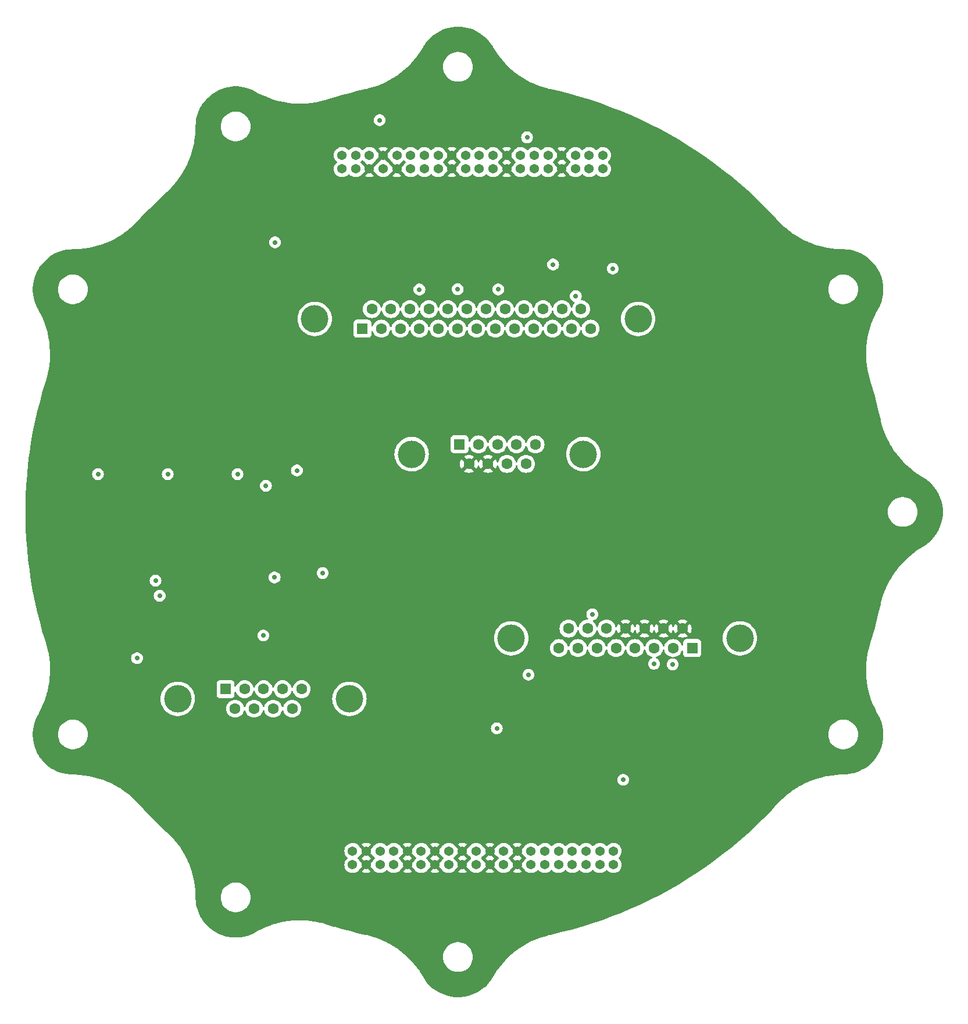
<source format=gbr>
%TF.GenerationSoftware,KiCad,Pcbnew,7.0.7*%
%TF.CreationDate,2024-02-25T16:10:36-08:00*%
%TF.ProjectId,Connector-board,436f6e6e-6563-4746-9f72-2d626f617264,rev?*%
%TF.SameCoordinates,Original*%
%TF.FileFunction,Copper,L2,Inr*%
%TF.FilePolarity,Positive*%
%FSLAX46Y46*%
G04 Gerber Fmt 4.6, Leading zero omitted, Abs format (unit mm)*
G04 Created by KiCad (PCBNEW 7.0.7) date 2024-02-25 16:10:36*
%MOMM*%
%LPD*%
G01*
G04 APERTURE LIST*
%TA.AperFunction,ComponentPad*%
%ADD10C,1.371600*%
%TD*%
%TA.AperFunction,ComponentPad*%
%ADD11C,4.000000*%
%TD*%
%TA.AperFunction,ComponentPad*%
%ADD12R,1.600000X1.600000*%
%TD*%
%TA.AperFunction,ComponentPad*%
%ADD13C,1.600000*%
%TD*%
%TA.AperFunction,ViaPad*%
%ADD14C,0.711200*%
%TD*%
G04 APERTURE END LIST*
D10*
%TO.N,+3.3V*%
%TO.C,J1*%
X156086831Y-159170000D03*
X156086831Y-157170000D03*
%TO.N,GND*%
X158086831Y-159170000D03*
X158086831Y-157170000D03*
%TO.N,+5V*%
X160086831Y-159170000D03*
X160086831Y-157170000D03*
X162086831Y-159170000D03*
X162086831Y-157170000D03*
%TO.N,GND*%
X164086831Y-159170000D03*
X164086831Y-157170000D03*
%TO.N,FLIGHT_LOX_VENT*%
X166086831Y-159170000D03*
X166086831Y-157170000D03*
%TO.N,GND*%
X168086831Y-159170000D03*
X168086831Y-157170000D03*
%TO.N,FLIGHT_ETH_VENT*%
X170086831Y-159170000D03*
X170086831Y-157170000D03*
%TO.N,GND*%
X172086831Y-159170000D03*
X172086831Y-157170000D03*
%TO.N,FLIGHT_ETH_MAIN*%
X174086831Y-159170000D03*
X174086831Y-157170000D03*
%TO.N,GND*%
X176086831Y-159170000D03*
X176086831Y-157170000D03*
%TO.N,unconnected-(J1A-Pin_23-PadA23)*%
X178086831Y-159170000D03*
%TO.N,unconnected-(J1A-Pin_24-PadA24)*%
X178086831Y-157170000D03*
%TO.N,GND*%
X180086831Y-159170000D03*
X180086831Y-157170000D03*
%TO.N,unconnected-(J1A-Pin_27-PadA27)*%
X182086831Y-159170000D03*
%TO.N,unconnected-(J1A-Pin_28-PadA28)*%
X182086831Y-157170000D03*
%TO.N,unconnected-(J1A-Pin_29-PadA29)*%
X184086831Y-159170000D03*
%TO.N,unconnected-(J1A-Pin_30-PadA30)*%
X184086831Y-157170000D03*
%TO.N,unconnected-(J1A-Pin_31-PadA31)*%
X186086831Y-159170000D03*
%TO.N,unconnected-(J1A-Pin_32-PadA32)*%
X186086831Y-157170000D03*
%TO.N,unconnected-(J1A-Pin_33-PadA33)*%
X188086731Y-159170000D03*
%TO.N,unconnected-(J1A-Pin_34-PadA34)*%
X188086731Y-157170000D03*
%TO.N,PWR_SUP*%
X190086731Y-159170000D03*
X190086731Y-157170000D03*
X192086731Y-159170000D03*
X192086731Y-157170000D03*
X194086731Y-159170000D03*
X194086731Y-157170000D03*
%TO.N,unconnected-(J1B-Pin_1-PadB1)*%
X154550000Y-57900000D03*
%TO.N,SPI_SCK*%
X154550000Y-55900000D03*
%TO.N,unconnected-(J1B-Pin_3-PadB3)*%
X156550000Y-57900000D03*
%TO.N,SPI_MISO*%
X156550000Y-55900000D03*
%TO.N,GND*%
X158550000Y-57900000D03*
%TO.N,SPI_MOSI*%
X158550000Y-55900000D03*
%TO.N,unconnected-(J1B-Pin_7-PadB7)*%
X160550000Y-57900000D03*
%TO.N,GND*%
X160550000Y-55900000D03*
X162549900Y-57900000D03*
%TO.N,TC1_CS*%
X162549900Y-55900000D03*
%TO.N,PT1_E+*%
X164549900Y-57900000D03*
%TO.N,TC2_CS*%
X164549900Y-55900000D03*
%TO.N,PT1_E-*%
X166549900Y-57900000D03*
%TO.N,TC3_CS*%
X166549900Y-55900000D03*
%TO.N,PT1_A+*%
X168549900Y-57900000D03*
%TO.N,TC4_CS*%
X168549900Y-55900000D03*
%TO.N,GND*%
X170549900Y-57900000D03*
X170549900Y-55900000D03*
%TO.N,PT2_E+*%
X172549900Y-57900000D03*
%TO.N,unconnected-(J1B-Pin_20-PadB20)*%
X172549900Y-55900000D03*
%TO.N,PT2_E-*%
X174549900Y-57900000D03*
%TO.N,unconnected-(J1B-Pin_22-PadB22)*%
X174549900Y-55900000D03*
%TO.N,PT2_A+*%
X176549900Y-57900000D03*
%TO.N,unconnected-(J1B-Pin_24-PadB24)*%
X176549900Y-55900000D03*
%TO.N,GND*%
X178549900Y-57900000D03*
X178549900Y-55900000D03*
%TO.N,PT3_E+*%
X180549900Y-57900000D03*
%TO.N,PT5_E+*%
X180549900Y-55900000D03*
%TO.N,PT3_E-*%
X182549900Y-57900000D03*
%TO.N,PT5_E-*%
X182549900Y-55900000D03*
%TO.N,PT3_A+*%
X184549900Y-57900000D03*
%TO.N,PT5_A+*%
X184549900Y-55900000D03*
%TO.N,GND*%
X186549900Y-57900000D03*
X186549900Y-55900000D03*
%TO.N,PT4_E+*%
X188549900Y-57900000D03*
%TO.N,PT6_E+*%
X188549900Y-55900000D03*
%TO.N,PT4_E-*%
X190549900Y-57900000D03*
%TO.N,PT6_E-*%
X190549900Y-55900000D03*
%TO.N,PT4_A+*%
X192549900Y-57900000D03*
%TO.N,PT6_A+*%
X192549900Y-55900000D03*
%TD*%
D11*
%TO.N,N/C*%
%TO.C,4TC_DSUB1*%
X155640000Y-135020000D03*
X130640000Y-135020000D03*
D12*
%TO.N,TC1_T-*%
X137600000Y-133600000D03*
D13*
%TO.N,TC2_T-*%
X140370000Y-133600000D03*
%TO.N,TC3_T-*%
X143140000Y-133600000D03*
%TO.N,TC4_T-*%
X145910000Y-133600000D03*
%TO.N,unconnected-(4TC_DSUB1-Pad5)*%
X148680000Y-133600000D03*
%TO.N,TC1_T+*%
X138985000Y-136440000D03*
%TO.N,TC2_T+*%
X141755000Y-136440000D03*
%TO.N,TC3_T+*%
X144525000Y-136440000D03*
%TO.N,TC4_T+*%
X147295000Y-136440000D03*
%TD*%
D11*
%TO.N,N/C*%
%TO.C,GND_DSUB1*%
X179200000Y-126200000D03*
X212500000Y-126200000D03*
D12*
%TO.N,PWR_SUP*%
X205545000Y-127620000D03*
D13*
X202775000Y-127620000D03*
X200005000Y-127620000D03*
%TO.N,unconnected-(GND_DSUB1-Pad4)*%
X197235000Y-127620000D03*
%TO.N,GROUND_ETH_VENT*%
X194465000Y-127620000D03*
%TO.N,GROUND_LOX_VENT*%
X191695000Y-127620000D03*
%TO.N,unconnected-(GND_DSUB1-Pad7)*%
X188925000Y-127620000D03*
%TO.N,unconnected-(GND_DSUB1-Pad8)*%
X186155000Y-127620000D03*
%TO.N,GND*%
X204160000Y-124780000D03*
X201390000Y-124780000D03*
X198620000Y-124780000D03*
X195850000Y-124780000D03*
%TO.N,REDS_ETH_VENT*%
X193080000Y-124780000D03*
%TO.N,REDS_LOX_VENT*%
X190310000Y-124780000D03*
%TO.N,unconnected-(GND_DSUB1-P15-Pad15)*%
X187540000Y-124780000D03*
%TD*%
D11*
%TO.N,N/C*%
%TO.C,SOLENOIDS_DSUB1*%
X189700000Y-99400000D03*
X164700000Y-99400000D03*
D12*
%TO.N,LOX_VENT*%
X171660000Y-97980000D03*
D13*
%TO.N,ETH_VENT*%
X174430000Y-97980000D03*
%TO.N,unconnected-(SOLENOIDS_DSUB1-Pad3)*%
X177200000Y-97980000D03*
%TO.N,unconnected-(SOLENOIDS_DSUB1-Pad4)*%
X179970000Y-97980000D03*
%TO.N,unconnected-(SOLENOIDS_DSUB1-Pad5)*%
X182740000Y-97980000D03*
%TO.N,GND*%
X173045000Y-100820000D03*
X175815000Y-100820000D03*
%TO.N,unconnected-(SOLENOIDS_DSUB1-Pad8)*%
X178585000Y-100820000D03*
%TO.N,unconnected-(SOLENOIDS_DSUB1-Pad9)*%
X181355000Y-100820000D03*
%TD*%
D11*
%TO.N,N/C*%
%TO.C,PT_DSUB1*%
X150585000Y-79720000D03*
X197685000Y-79720000D03*
D12*
%TO.N,PT1_E+*%
X157515000Y-81140000D03*
D13*
%TO.N,PT1_E-*%
X160285000Y-81140000D03*
%TO.N,PT2_E+*%
X163055000Y-81140000D03*
%TO.N,PT2_E-*%
X165825000Y-81140000D03*
%TO.N,PT3_E+*%
X168595000Y-81140000D03*
%TO.N,PT3_E-*%
X171365000Y-81140000D03*
%TO.N,PT4_E+*%
X174135000Y-81140000D03*
%TO.N,PT4_E-*%
X176905000Y-81140000D03*
%TO.N,PT5_E+*%
X179675000Y-81140000D03*
%TO.N,PT5_E-*%
X182445000Y-81140000D03*
%TO.N,PT6_E+*%
X185215000Y-81140000D03*
%TO.N,PT6_E-*%
X187985000Y-81140000D03*
%TO.N,unconnected-(PT_DSUB1-Pad13)*%
X190755000Y-81140000D03*
%TO.N,PT1_A+*%
X158900000Y-78300000D03*
%TO.N,unconnected-(PT_DSUB1-P15-Pad15)*%
X161670000Y-78300000D03*
%TO.N,PT2_A+*%
X164440000Y-78300000D03*
%TO.N,unconnected-(PT_DSUB1-P17-Pad17)*%
X167210000Y-78300000D03*
%TO.N,PT3_A+*%
X169980000Y-78300000D03*
%TO.N,unconnected-(PT_DSUB1-P19-Pad19)*%
X172750000Y-78300000D03*
%TO.N,PT4_A+*%
X175520000Y-78300000D03*
%TO.N,unconnected-(PT_DSUB1-P21-Pad21)*%
X178290000Y-78300000D03*
%TO.N,PT5_A+*%
X181060000Y-78300000D03*
%TO.N,unconnected-(PT_DSUB1-P23-Pad23)*%
X183830000Y-78300000D03*
%TO.N,PT6_A+*%
X186600000Y-78300000D03*
%TO.N,unconnected-(PT_DSUB1-P25-Pad25)*%
X189370000Y-78300000D03*
%TD*%
D14*
%TO.N,GND*%
X201000000Y-143800000D03*
X180700000Y-112250000D03*
X204500000Y-118900000D03*
X195900000Y-118200000D03*
X115114800Y-107921800D03*
X198800000Y-118400000D03*
X135434800Y-107921800D03*
X144720000Y-108796600D03*
X180400000Y-116250000D03*
X201500000Y-118600000D03*
X125274800Y-107921800D03*
X200800000Y-148400000D03*
X188300000Y-107200000D03*
%TO.N,TC3_T+*%
X124700000Y-129100000D03*
X128000000Y-120000000D03*
%TO.N,TC3_T-*%
X127400000Y-117800000D03*
X143100000Y-125800000D03*
%TO.N,PWR_SUP*%
X202700000Y-130000000D03*
X200000000Y-129900000D03*
%TO.N,GROUND_LOX_VENT*%
X177100000Y-139300000D03*
%TO.N,+3.3V*%
X144740000Y-117340000D03*
X151725000Y-116705000D03*
%TO.N,PT3_E-*%
X171400000Y-75400000D03*
%TO.N,PT5_E+*%
X181500000Y-53300000D03*
X185300000Y-71800000D03*
%TO.N,PT2_E-*%
X165829498Y-75440502D03*
%TO.N,PT4_E-*%
X177329498Y-75429498D03*
%TO.N,PT6_E+*%
X194000000Y-72400000D03*
%TO.N,PT6_E-*%
X188600000Y-76400000D03*
%TO.N,TC1_CS*%
X119015365Y-102307900D03*
X160020000Y-50800000D03*
%TO.N,TC4_CS*%
X144780000Y-68580000D03*
X147982400Y-101775000D03*
%TO.N,TC2_CS*%
X143470000Y-104005000D03*
X139335095Y-102307448D03*
%TO.N,TC3_CS*%
X129175293Y-102307900D03*
%TO.N,REDS_ETH_VENT*%
X191000000Y-122700000D03*
X181700000Y-131500000D03*
%TO.N,FLIGHT_ETH_VENT*%
X195500000Y-146800000D03*
%TD*%
%TA.AperFunction,Conductor*%
%TO.N,GND*%
G36*
X157637536Y-157368254D02*
G01*
X157691148Y-157407123D01*
X157772341Y-157508935D01*
X157772344Y-157508938D01*
X157844372Y-157558045D01*
X157888674Y-157612074D01*
X157896734Y-157681477D01*
X157865991Y-157744220D01*
X157862202Y-157748180D01*
X157442555Y-158167826D01*
X157442555Y-158172171D01*
X157859379Y-158588995D01*
X157892864Y-158650318D01*
X157887880Y-158720010D01*
X157846008Y-158775943D01*
X157827833Y-158786980D01*
X157826375Y-158787974D01*
X157725340Y-158881721D01*
X157725335Y-158881727D01*
X157703526Y-158919501D01*
X157652959Y-158967716D01*
X157584351Y-158980938D01*
X157519487Y-158954970D01*
X157508459Y-158945181D01*
X157083276Y-158519999D01*
X157077640Y-158513521D01*
X156967273Y-158367371D01*
X156851284Y-158261634D01*
X156815006Y-158201927D01*
X156816766Y-158132079D01*
X156851284Y-158078366D01*
X156967273Y-157972629D01*
X157077648Y-157826468D01*
X157083280Y-157819995D01*
X157506521Y-157396755D01*
X157567844Y-157363270D01*
X157637536Y-157368254D01*
G37*
%TD.AperFunction*%
%TA.AperFunction,Conductor*%
G36*
X163637536Y-157368254D02*
G01*
X163691148Y-157407123D01*
X163772341Y-157508935D01*
X163772344Y-157508938D01*
X163844372Y-157558045D01*
X163888674Y-157612074D01*
X163896734Y-157681477D01*
X163865991Y-157744220D01*
X163862202Y-157748180D01*
X163442555Y-158167826D01*
X163442555Y-158172171D01*
X163859379Y-158588995D01*
X163892864Y-158650318D01*
X163887880Y-158720010D01*
X163846008Y-158775943D01*
X163827833Y-158786980D01*
X163826375Y-158787974D01*
X163725340Y-158881721D01*
X163725335Y-158881727D01*
X163703526Y-158919501D01*
X163652959Y-158967716D01*
X163584351Y-158980938D01*
X163519487Y-158954970D01*
X163508459Y-158945181D01*
X163083276Y-158519999D01*
X163077640Y-158513521D01*
X162967273Y-158367371D01*
X162851284Y-158261634D01*
X162815006Y-158201927D01*
X162816766Y-158132079D01*
X162851284Y-158078366D01*
X162967273Y-157972629D01*
X163077648Y-157826468D01*
X163083280Y-157819995D01*
X163506521Y-157396755D01*
X163567844Y-157363270D01*
X163637536Y-157368254D01*
G37*
%TD.AperFunction*%
%TA.AperFunction,Conductor*%
G36*
X167637536Y-157368254D02*
G01*
X167691148Y-157407123D01*
X167772341Y-157508935D01*
X167772344Y-157508938D01*
X167844372Y-157558045D01*
X167888674Y-157612074D01*
X167896734Y-157681477D01*
X167865991Y-157744220D01*
X167862202Y-157748180D01*
X167442555Y-158167826D01*
X167442555Y-158172171D01*
X167859379Y-158588995D01*
X167892864Y-158650318D01*
X167887880Y-158720010D01*
X167846008Y-158775943D01*
X167827833Y-158786980D01*
X167826375Y-158787974D01*
X167725340Y-158881721D01*
X167725335Y-158881727D01*
X167703526Y-158919501D01*
X167652959Y-158967716D01*
X167584351Y-158980938D01*
X167519487Y-158954970D01*
X167508459Y-158945181D01*
X167083276Y-158519999D01*
X167077640Y-158513521D01*
X166967273Y-158367371D01*
X166851284Y-158261634D01*
X166815006Y-158201927D01*
X166816766Y-158132079D01*
X166851284Y-158078366D01*
X166967273Y-157972629D01*
X167077648Y-157826468D01*
X167083280Y-157819995D01*
X167506521Y-157396755D01*
X167567844Y-157363270D01*
X167637536Y-157368254D01*
G37*
%TD.AperFunction*%
%TA.AperFunction,Conductor*%
G36*
X171637536Y-157368254D02*
G01*
X171691148Y-157407123D01*
X171772341Y-157508935D01*
X171772344Y-157508938D01*
X171844372Y-157558045D01*
X171888674Y-157612074D01*
X171896734Y-157681477D01*
X171865991Y-157744220D01*
X171862202Y-157748180D01*
X171442555Y-158167826D01*
X171442555Y-158172171D01*
X171859379Y-158588995D01*
X171892864Y-158650318D01*
X171887880Y-158720010D01*
X171846008Y-158775943D01*
X171827833Y-158786980D01*
X171826375Y-158787974D01*
X171725340Y-158881721D01*
X171725335Y-158881727D01*
X171703526Y-158919501D01*
X171652959Y-158967716D01*
X171584351Y-158980938D01*
X171519487Y-158954970D01*
X171508459Y-158945181D01*
X171083276Y-158519999D01*
X171077640Y-158513521D01*
X170967273Y-158367371D01*
X170851284Y-158261634D01*
X170815006Y-158201927D01*
X170816766Y-158132079D01*
X170851284Y-158078366D01*
X170967273Y-157972629D01*
X171077648Y-157826468D01*
X171083280Y-157819995D01*
X171506521Y-157396755D01*
X171567844Y-157363270D01*
X171637536Y-157368254D01*
G37*
%TD.AperFunction*%
%TA.AperFunction,Conductor*%
G36*
X175637536Y-157368254D02*
G01*
X175691148Y-157407123D01*
X175772341Y-157508935D01*
X175772344Y-157508938D01*
X175844372Y-157558045D01*
X175888674Y-157612074D01*
X175896734Y-157681477D01*
X175865991Y-157744220D01*
X175862202Y-157748180D01*
X175442555Y-158167826D01*
X175442555Y-158172171D01*
X175859379Y-158588995D01*
X175892864Y-158650318D01*
X175887880Y-158720010D01*
X175846008Y-158775943D01*
X175827833Y-158786980D01*
X175826375Y-158787974D01*
X175725340Y-158881721D01*
X175725335Y-158881727D01*
X175703526Y-158919501D01*
X175652959Y-158967716D01*
X175584351Y-158980938D01*
X175519487Y-158954970D01*
X175508459Y-158945181D01*
X175083276Y-158519999D01*
X175077640Y-158513521D01*
X174967273Y-158367371D01*
X174851284Y-158261634D01*
X174815006Y-158201927D01*
X174816766Y-158132079D01*
X174851284Y-158078366D01*
X174967273Y-157972629D01*
X175077648Y-157826468D01*
X175083280Y-157819995D01*
X175506521Y-157396755D01*
X175567844Y-157363270D01*
X175637536Y-157368254D01*
G37*
%TD.AperFunction*%
%TA.AperFunction,Conductor*%
G36*
X179637536Y-157368254D02*
G01*
X179691148Y-157407123D01*
X179772341Y-157508935D01*
X179772344Y-157508938D01*
X179844372Y-157558045D01*
X179888674Y-157612074D01*
X179896734Y-157681477D01*
X179865991Y-157744220D01*
X179862202Y-157748180D01*
X179442555Y-158167826D01*
X179442555Y-158172171D01*
X179859379Y-158588995D01*
X179892864Y-158650318D01*
X179887880Y-158720010D01*
X179846008Y-158775943D01*
X179827833Y-158786980D01*
X179826375Y-158787974D01*
X179725340Y-158881721D01*
X179725335Y-158881727D01*
X179703526Y-158919501D01*
X179652959Y-158967716D01*
X179584351Y-158980938D01*
X179519487Y-158954970D01*
X179508459Y-158945181D01*
X179083276Y-158519999D01*
X179077640Y-158513521D01*
X178967273Y-158367371D01*
X178851284Y-158261634D01*
X178815006Y-158201927D01*
X178816766Y-158132079D01*
X178851284Y-158078366D01*
X178967273Y-157972629D01*
X179077648Y-157826468D01*
X179083280Y-157819995D01*
X179506521Y-157396755D01*
X179567844Y-157363270D01*
X179637536Y-157368254D01*
G37*
%TD.AperFunction*%
%TA.AperFunction,Conductor*%
G36*
X158654171Y-157385027D02*
G01*
X158665202Y-157394818D01*
X159090384Y-157819999D01*
X159096017Y-157826473D01*
X159206389Y-157972629D01*
X159206391Y-157972631D01*
X159206395Y-157972635D01*
X159322373Y-158078363D01*
X159358655Y-158138074D01*
X159356894Y-158207922D01*
X159322373Y-158261637D01*
X159206390Y-158367368D01*
X159096024Y-158513517D01*
X159090381Y-158520002D01*
X158667139Y-158943243D01*
X158605816Y-158976728D01*
X158536124Y-158971744D01*
X158482511Y-158932875D01*
X158401316Y-158831061D01*
X158401315Y-158831060D01*
X158329287Y-158781952D01*
X158284985Y-158727923D01*
X158276927Y-158658520D01*
X158307669Y-158595777D01*
X158311458Y-158591818D01*
X158731100Y-158172175D01*
X158731100Y-158167821D01*
X158314282Y-157751004D01*
X158280797Y-157689681D01*
X158285781Y-157619990D01*
X158327652Y-157564056D01*
X158345827Y-157553020D01*
X158347286Y-157552025D01*
X158347286Y-157552024D01*
X158347290Y-157552023D01*
X158448322Y-157458279D01*
X158470135Y-157420498D01*
X158520699Y-157372284D01*
X158589306Y-157359060D01*
X158654171Y-157385027D01*
G37*
%TD.AperFunction*%
%TA.AperFunction,Conductor*%
G36*
X164654171Y-157385027D02*
G01*
X164665202Y-157394818D01*
X165090384Y-157819999D01*
X165096017Y-157826473D01*
X165206389Y-157972629D01*
X165206391Y-157972631D01*
X165206395Y-157972635D01*
X165322373Y-158078363D01*
X165358655Y-158138074D01*
X165356894Y-158207922D01*
X165322373Y-158261637D01*
X165206390Y-158367368D01*
X165096024Y-158513517D01*
X165090381Y-158520002D01*
X164667139Y-158943243D01*
X164605816Y-158976728D01*
X164536124Y-158971744D01*
X164482511Y-158932875D01*
X164401316Y-158831061D01*
X164401315Y-158831060D01*
X164329287Y-158781952D01*
X164284985Y-158727923D01*
X164276927Y-158658520D01*
X164307669Y-158595777D01*
X164311458Y-158591818D01*
X164731100Y-158172175D01*
X164731100Y-158167821D01*
X164314282Y-157751004D01*
X164280797Y-157689681D01*
X164285781Y-157619990D01*
X164327652Y-157564056D01*
X164345827Y-157553020D01*
X164347286Y-157552025D01*
X164347286Y-157552024D01*
X164347290Y-157552023D01*
X164448322Y-157458279D01*
X164470135Y-157420498D01*
X164520699Y-157372284D01*
X164589306Y-157359060D01*
X164654171Y-157385027D01*
G37*
%TD.AperFunction*%
%TA.AperFunction,Conductor*%
G36*
X168654171Y-157385027D02*
G01*
X168665202Y-157394818D01*
X169090384Y-157819999D01*
X169096017Y-157826473D01*
X169206389Y-157972629D01*
X169206391Y-157972631D01*
X169206395Y-157972635D01*
X169322373Y-158078363D01*
X169358655Y-158138074D01*
X169356894Y-158207922D01*
X169322373Y-158261637D01*
X169206390Y-158367368D01*
X169096024Y-158513517D01*
X169090381Y-158520002D01*
X168667139Y-158943243D01*
X168605816Y-158976728D01*
X168536124Y-158971744D01*
X168482511Y-158932875D01*
X168401316Y-158831061D01*
X168401315Y-158831060D01*
X168329287Y-158781952D01*
X168284985Y-158727923D01*
X168276927Y-158658520D01*
X168307669Y-158595777D01*
X168311458Y-158591818D01*
X168731100Y-158172175D01*
X168731100Y-158167821D01*
X168314282Y-157751004D01*
X168280797Y-157689681D01*
X168285781Y-157619990D01*
X168327652Y-157564056D01*
X168345827Y-157553020D01*
X168347286Y-157552025D01*
X168347286Y-157552024D01*
X168347290Y-157552023D01*
X168448322Y-157458279D01*
X168470135Y-157420498D01*
X168520699Y-157372284D01*
X168589306Y-157359060D01*
X168654171Y-157385027D01*
G37*
%TD.AperFunction*%
%TA.AperFunction,Conductor*%
G36*
X172654171Y-157385027D02*
G01*
X172665202Y-157394818D01*
X173090384Y-157819999D01*
X173096017Y-157826473D01*
X173206389Y-157972629D01*
X173206391Y-157972631D01*
X173206395Y-157972635D01*
X173322373Y-158078363D01*
X173358655Y-158138074D01*
X173356894Y-158207922D01*
X173322373Y-158261637D01*
X173206390Y-158367368D01*
X173096024Y-158513517D01*
X173090381Y-158520002D01*
X172667139Y-158943243D01*
X172605816Y-158976728D01*
X172536124Y-158971744D01*
X172482511Y-158932875D01*
X172401316Y-158831061D01*
X172401315Y-158831060D01*
X172329287Y-158781952D01*
X172284985Y-158727923D01*
X172276927Y-158658520D01*
X172307669Y-158595777D01*
X172311458Y-158591818D01*
X172731100Y-158172175D01*
X172731100Y-158167821D01*
X172314282Y-157751004D01*
X172280797Y-157689681D01*
X172285781Y-157619990D01*
X172327652Y-157564056D01*
X172345827Y-157553020D01*
X172347286Y-157552025D01*
X172347286Y-157552024D01*
X172347290Y-157552023D01*
X172448322Y-157458279D01*
X172470135Y-157420498D01*
X172520699Y-157372284D01*
X172589306Y-157359060D01*
X172654171Y-157385027D01*
G37*
%TD.AperFunction*%
%TA.AperFunction,Conductor*%
G36*
X176654171Y-157385027D02*
G01*
X176665202Y-157394818D01*
X177090384Y-157819999D01*
X177096017Y-157826473D01*
X177206389Y-157972629D01*
X177206391Y-157972631D01*
X177206395Y-157972635D01*
X177322373Y-158078363D01*
X177358655Y-158138074D01*
X177356894Y-158207922D01*
X177322373Y-158261637D01*
X177206390Y-158367368D01*
X177096024Y-158513517D01*
X177090381Y-158520002D01*
X176667139Y-158943243D01*
X176605816Y-158976728D01*
X176536124Y-158971744D01*
X176482511Y-158932875D01*
X176401316Y-158831061D01*
X176401315Y-158831060D01*
X176329287Y-158781952D01*
X176284985Y-158727923D01*
X176276927Y-158658520D01*
X176307669Y-158595777D01*
X176311458Y-158591818D01*
X176731100Y-158172175D01*
X176731100Y-158167821D01*
X176314282Y-157751004D01*
X176280797Y-157689681D01*
X176285781Y-157619990D01*
X176327652Y-157564056D01*
X176345827Y-157553020D01*
X176347286Y-157552025D01*
X176347286Y-157552024D01*
X176347290Y-157552023D01*
X176448322Y-157458279D01*
X176470135Y-157420498D01*
X176520699Y-157372284D01*
X176589306Y-157359060D01*
X176654171Y-157385027D01*
G37*
%TD.AperFunction*%
%TA.AperFunction,Conductor*%
G36*
X180654171Y-157385027D02*
G01*
X180665202Y-157394818D01*
X181090384Y-157819999D01*
X181096017Y-157826473D01*
X181206389Y-157972629D01*
X181206391Y-157972631D01*
X181206395Y-157972635D01*
X181322373Y-158078363D01*
X181358655Y-158138074D01*
X181356894Y-158207922D01*
X181322373Y-158261637D01*
X181206390Y-158367368D01*
X181096024Y-158513517D01*
X181090381Y-158520002D01*
X180667139Y-158943243D01*
X180605816Y-158976728D01*
X180536124Y-158971744D01*
X180482511Y-158932875D01*
X180401316Y-158831061D01*
X180401315Y-158831060D01*
X180329287Y-158781952D01*
X180284985Y-158727923D01*
X180276927Y-158658520D01*
X180307669Y-158595777D01*
X180311458Y-158591818D01*
X180731100Y-158172175D01*
X180731100Y-158167821D01*
X180314282Y-157751004D01*
X180280797Y-157689681D01*
X180285781Y-157619990D01*
X180327652Y-157564056D01*
X180345827Y-157553020D01*
X180347286Y-157552025D01*
X180347286Y-157552024D01*
X180347290Y-157552023D01*
X180448322Y-157458279D01*
X180470135Y-157420498D01*
X180520699Y-157372284D01*
X180589306Y-157359060D01*
X180654171Y-157385027D01*
G37*
%TD.AperFunction*%
%TA.AperFunction,Conductor*%
G36*
X157638048Y-56662758D02*
G01*
X157648948Y-56675337D01*
X157669558Y-56702629D01*
X157832032Y-56850743D01*
X157832037Y-56850746D01*
X157832040Y-56850748D01*
X157878264Y-56879369D01*
X157900668Y-56897115D01*
X158322548Y-57318995D01*
X158356033Y-57380318D01*
X158351049Y-57450010D01*
X158309177Y-57505943D01*
X158291002Y-57516980D01*
X158289544Y-57517974D01*
X158188509Y-57611721D01*
X158188504Y-57611727D01*
X158166695Y-57649501D01*
X158116128Y-57697716D01*
X158047520Y-57710938D01*
X157982656Y-57684970D01*
X157971628Y-57675181D01*
X157546445Y-57249999D01*
X157540809Y-57243521D01*
X157430442Y-57097371D01*
X157430440Y-57097368D01*
X157314456Y-56991636D01*
X157278174Y-56931925D01*
X157279935Y-56862078D01*
X157314454Y-56808365D01*
X157430442Y-56702629D01*
X157451046Y-56675343D01*
X157507153Y-56633709D01*
X157576865Y-56629016D01*
X157638048Y-56662758D01*
G37*
%TD.AperFunction*%
%TA.AperFunction,Conductor*%
G36*
X161117340Y-56115027D02*
G01*
X161128371Y-56124818D01*
X161553140Y-56549586D01*
X161558782Y-56556070D01*
X161669458Y-56702629D01*
X161831932Y-56850743D01*
X161831937Y-56850746D01*
X161831940Y-56850748D01*
X161878164Y-56879369D01*
X161900568Y-56897115D01*
X162322448Y-57318995D01*
X162355933Y-57380318D01*
X162350949Y-57450010D01*
X162309077Y-57505943D01*
X162290902Y-57516980D01*
X162289444Y-57517974D01*
X162188409Y-57611721D01*
X162188404Y-57611727D01*
X162166595Y-57649501D01*
X162116028Y-57697716D01*
X162047420Y-57710938D01*
X161982556Y-57684970D01*
X161971528Y-57675181D01*
X161546756Y-57250410D01*
X161541113Y-57243924D01*
X161430443Y-57097372D01*
X161430441Y-57097369D01*
X161267968Y-56949257D01*
X161267967Y-56949256D01*
X161221732Y-56920628D01*
X161199330Y-56902883D01*
X160777451Y-56481004D01*
X160743966Y-56419681D01*
X160748950Y-56349989D01*
X160790822Y-56294056D01*
X160808995Y-56283020D01*
X160810455Y-56282025D01*
X160810455Y-56282024D01*
X160810459Y-56282023D01*
X160911491Y-56188279D01*
X160933304Y-56150498D01*
X160983868Y-56102284D01*
X161052475Y-56089060D01*
X161117340Y-56115027D01*
G37*
%TD.AperFunction*%
%TA.AperFunction,Conductor*%
G36*
X170100605Y-56098254D02*
G01*
X170154217Y-56137123D01*
X170235410Y-56238935D01*
X170235413Y-56238938D01*
X170307441Y-56288045D01*
X170351743Y-56342074D01*
X170359803Y-56411477D01*
X170329060Y-56474220D01*
X170325271Y-56478180D01*
X169905624Y-56897826D01*
X169905624Y-56902170D01*
X170322448Y-57318995D01*
X170355933Y-57380318D01*
X170350949Y-57450010D01*
X170309077Y-57505943D01*
X170290902Y-57516980D01*
X170289444Y-57517974D01*
X170188409Y-57611721D01*
X170188404Y-57611727D01*
X170166595Y-57649501D01*
X170116028Y-57697716D01*
X170047420Y-57710938D01*
X169982556Y-57684970D01*
X169971528Y-57675181D01*
X169546345Y-57249999D01*
X169540709Y-57243521D01*
X169430342Y-57097371D01*
X169314353Y-56991634D01*
X169278075Y-56931927D01*
X169279835Y-56862079D01*
X169314353Y-56808366D01*
X169430342Y-56702629D01*
X169540717Y-56556468D01*
X169546349Y-56549995D01*
X169969590Y-56126755D01*
X170030913Y-56093270D01*
X170100605Y-56098254D01*
G37*
%TD.AperFunction*%
%TA.AperFunction,Conductor*%
G36*
X178100605Y-56098254D02*
G01*
X178154217Y-56137123D01*
X178235410Y-56238935D01*
X178235413Y-56238938D01*
X178307441Y-56288045D01*
X178351743Y-56342074D01*
X178359803Y-56411477D01*
X178329060Y-56474220D01*
X178325271Y-56478180D01*
X177905624Y-56897826D01*
X177905624Y-56902170D01*
X178322448Y-57318995D01*
X178355933Y-57380318D01*
X178350949Y-57450010D01*
X178309077Y-57505943D01*
X178290902Y-57516980D01*
X178289444Y-57517974D01*
X178188409Y-57611721D01*
X178188404Y-57611727D01*
X178166595Y-57649501D01*
X178116028Y-57697716D01*
X178047420Y-57710938D01*
X177982556Y-57684970D01*
X177971528Y-57675181D01*
X177546345Y-57249999D01*
X177540709Y-57243521D01*
X177430342Y-57097371D01*
X177314353Y-56991634D01*
X177278075Y-56931927D01*
X177279835Y-56862079D01*
X177314353Y-56808366D01*
X177430342Y-56702629D01*
X177540717Y-56556468D01*
X177546349Y-56549995D01*
X177969590Y-56126755D01*
X178030913Y-56093270D01*
X178100605Y-56098254D01*
G37*
%TD.AperFunction*%
%TA.AperFunction,Conductor*%
G36*
X186100605Y-56098254D02*
G01*
X186154217Y-56137123D01*
X186235410Y-56238935D01*
X186235413Y-56238938D01*
X186307441Y-56288045D01*
X186351743Y-56342074D01*
X186359803Y-56411477D01*
X186329060Y-56474220D01*
X186325271Y-56478180D01*
X185905624Y-56897826D01*
X185905624Y-56902170D01*
X186322448Y-57318995D01*
X186355933Y-57380318D01*
X186350949Y-57450010D01*
X186309077Y-57505943D01*
X186290902Y-57516980D01*
X186289444Y-57517974D01*
X186188409Y-57611721D01*
X186188404Y-57611727D01*
X186166595Y-57649501D01*
X186116028Y-57697716D01*
X186047420Y-57710938D01*
X185982556Y-57684970D01*
X185971528Y-57675181D01*
X185546345Y-57249999D01*
X185540709Y-57243521D01*
X185430342Y-57097371D01*
X185430340Y-57097368D01*
X185314357Y-56991637D01*
X185278076Y-56931926D01*
X185279836Y-56862079D01*
X185314357Y-56808363D01*
X185430340Y-56702631D01*
X185430342Y-56702629D01*
X185540717Y-56556468D01*
X185546349Y-56549995D01*
X185969590Y-56126755D01*
X186030913Y-56093270D01*
X186100605Y-56098254D01*
G37*
%TD.AperFunction*%
%TA.AperFunction,Conductor*%
G36*
X160100705Y-56098254D02*
G01*
X160154317Y-56137123D01*
X160235510Y-56238935D01*
X160235513Y-56238938D01*
X160307541Y-56288045D01*
X160351843Y-56342074D01*
X160359903Y-56411477D01*
X160329160Y-56474220D01*
X160325371Y-56478180D01*
X159900666Y-56902885D01*
X159878264Y-56920630D01*
X159832032Y-56949256D01*
X159832031Y-56949257D01*
X159669559Y-57097369D01*
X159559193Y-57243517D01*
X159553550Y-57250002D01*
X159130308Y-57673243D01*
X159068985Y-57706728D01*
X158999293Y-57701744D01*
X158945680Y-57662875D01*
X158864485Y-57561061D01*
X158864484Y-57561060D01*
X158792456Y-57511952D01*
X158748154Y-57457923D01*
X158740096Y-57388520D01*
X158770838Y-57325777D01*
X158774627Y-57321818D01*
X159199331Y-56897114D01*
X159221726Y-56879374D01*
X159267968Y-56850743D01*
X159418298Y-56713700D01*
X159430440Y-56702631D01*
X159430442Y-56702629D01*
X159540817Y-56556468D01*
X159546449Y-56549995D01*
X159969690Y-56126755D01*
X160031013Y-56093270D01*
X160100705Y-56098254D01*
G37*
%TD.AperFunction*%
%TA.AperFunction,Conductor*%
G36*
X163637948Y-56662758D02*
G01*
X163648848Y-56675337D01*
X163664509Y-56696075D01*
X163669460Y-56702632D01*
X163785442Y-56808363D01*
X163821724Y-56868074D01*
X163819963Y-56937922D01*
X163785442Y-56991637D01*
X163669459Y-57097368D01*
X163559093Y-57243517D01*
X163553450Y-57250002D01*
X163130208Y-57673243D01*
X163068885Y-57706728D01*
X162999193Y-57701744D01*
X162945580Y-57662875D01*
X162864385Y-57561061D01*
X162864384Y-57561060D01*
X162792356Y-57511952D01*
X162748054Y-57457923D01*
X162739996Y-57388520D01*
X162770738Y-57325777D01*
X162774527Y-57321818D01*
X163199231Y-56897114D01*
X163221626Y-56879374D01*
X163267868Y-56850743D01*
X163430342Y-56702629D01*
X163450946Y-56675343D01*
X163507053Y-56633709D01*
X163576765Y-56629016D01*
X163637948Y-56662758D01*
G37*
%TD.AperFunction*%
%TA.AperFunction,Conductor*%
G36*
X171117240Y-56115027D02*
G01*
X171128271Y-56124818D01*
X171553453Y-56549999D01*
X171559086Y-56556473D01*
X171669458Y-56702629D01*
X171669460Y-56702631D01*
X171669464Y-56702635D01*
X171785442Y-56808363D01*
X171821724Y-56868074D01*
X171819963Y-56937922D01*
X171785442Y-56991637D01*
X171669459Y-57097368D01*
X171559093Y-57243517D01*
X171553450Y-57250002D01*
X171130208Y-57673243D01*
X171068885Y-57706728D01*
X170999193Y-57701744D01*
X170945580Y-57662875D01*
X170864385Y-57561061D01*
X170864384Y-57561060D01*
X170792356Y-57511952D01*
X170748054Y-57457923D01*
X170739996Y-57388520D01*
X170770738Y-57325777D01*
X170774527Y-57321818D01*
X171194169Y-56902175D01*
X171194169Y-56897821D01*
X170777351Y-56481004D01*
X170743866Y-56419681D01*
X170748850Y-56349990D01*
X170790721Y-56294056D01*
X170808896Y-56283020D01*
X170810355Y-56282025D01*
X170810355Y-56282024D01*
X170810359Y-56282023D01*
X170911391Y-56188279D01*
X170933204Y-56150498D01*
X170983768Y-56102284D01*
X171052375Y-56089060D01*
X171117240Y-56115027D01*
G37*
%TD.AperFunction*%
%TA.AperFunction,Conductor*%
G36*
X179117240Y-56115027D02*
G01*
X179128271Y-56124818D01*
X179553453Y-56549999D01*
X179559086Y-56556473D01*
X179669458Y-56702629D01*
X179669460Y-56702631D01*
X179669464Y-56702635D01*
X179785442Y-56808363D01*
X179821724Y-56868074D01*
X179819963Y-56937922D01*
X179785442Y-56991637D01*
X179669459Y-57097368D01*
X179559093Y-57243517D01*
X179553450Y-57250002D01*
X179130208Y-57673243D01*
X179068885Y-57706728D01*
X178999193Y-57701744D01*
X178945580Y-57662875D01*
X178864385Y-57561061D01*
X178864384Y-57561060D01*
X178792356Y-57511952D01*
X178748054Y-57457923D01*
X178739996Y-57388520D01*
X178770738Y-57325777D01*
X178774527Y-57321818D01*
X179194169Y-56902175D01*
X179194169Y-56897821D01*
X178777351Y-56481004D01*
X178743866Y-56419681D01*
X178748850Y-56349990D01*
X178790721Y-56294056D01*
X178808896Y-56283020D01*
X178810355Y-56282025D01*
X178810355Y-56282024D01*
X178810359Y-56282023D01*
X178911391Y-56188279D01*
X178933204Y-56150498D01*
X178983768Y-56102284D01*
X179052375Y-56089060D01*
X179117240Y-56115027D01*
G37*
%TD.AperFunction*%
%TA.AperFunction,Conductor*%
G36*
X187117240Y-56115027D02*
G01*
X187128271Y-56124818D01*
X187553453Y-56549999D01*
X187559086Y-56556473D01*
X187669458Y-56702629D01*
X187669460Y-56702631D01*
X187669464Y-56702635D01*
X187785442Y-56808363D01*
X187821724Y-56868074D01*
X187819963Y-56937922D01*
X187785442Y-56991637D01*
X187669459Y-57097368D01*
X187559093Y-57243517D01*
X187553450Y-57250002D01*
X187130208Y-57673243D01*
X187068885Y-57706728D01*
X186999193Y-57701744D01*
X186945580Y-57662875D01*
X186864385Y-57561061D01*
X186864384Y-57561060D01*
X186792356Y-57511952D01*
X186748054Y-57457923D01*
X186739996Y-57388520D01*
X186770738Y-57325777D01*
X186774527Y-57321818D01*
X187194169Y-56902175D01*
X187194169Y-56897821D01*
X186777351Y-56481004D01*
X186743866Y-56419681D01*
X186748850Y-56349990D01*
X186790721Y-56294056D01*
X186808896Y-56283020D01*
X186810355Y-56282025D01*
X186810355Y-56282024D01*
X186810359Y-56282023D01*
X186911391Y-56188279D01*
X186933204Y-56150498D01*
X186983768Y-56102284D01*
X187052375Y-56089060D01*
X187117240Y-56115027D01*
G37*
%TD.AperFunction*%
%TA.AperFunction,Conductor*%
G36*
X171830424Y-37216791D02*
G01*
X171916328Y-37220250D01*
X171921281Y-37220649D01*
X172382955Y-37276657D01*
X172387832Y-37277449D01*
X172843508Y-37370392D01*
X172848330Y-37371580D01*
X173132756Y-37453888D01*
X173295040Y-37500851D01*
X173299756Y-37502424D01*
X173734638Y-37667195D01*
X173739202Y-37669138D01*
X174159427Y-37868337D01*
X174163819Y-37870641D01*
X174566663Y-38102977D01*
X174570882Y-38105642D01*
X174953731Y-38369604D01*
X174957696Y-38372580D01*
X175117250Y-38502692D01*
X175318093Y-38666475D01*
X175321830Y-38669782D01*
X175657427Y-38991694D01*
X175660883Y-38995287D01*
X175969512Y-39343138D01*
X175972654Y-39346980D01*
X176200388Y-39649525D01*
X176252324Y-39718523D01*
X176255162Y-39722628D01*
X176505390Y-40117559D01*
X176533185Y-40165598D01*
X176533483Y-40166022D01*
X176673802Y-40408555D01*
X176673806Y-40408562D01*
X177040321Y-40972381D01*
X177435591Y-41516427D01*
X177858551Y-42039236D01*
X178308062Y-42539400D01*
X178782915Y-43015572D01*
X178901834Y-43123046D01*
X179281825Y-43466467D01*
X179281826Y-43466467D01*
X179281829Y-43466470D01*
X179803462Y-43890880D01*
X180182137Y-44167610D01*
X180346419Y-44287665D01*
X180346418Y-44287665D01*
X180909209Y-44655738D01*
X181459335Y-44976068D01*
X181490344Y-44994124D01*
X182088251Y-45301910D01*
X182405470Y-45444904D01*
X182701321Y-45578266D01*
X182981864Y-45687594D01*
X183327891Y-45822441D01*
X183327892Y-45822442D01*
X183327897Y-45822443D01*
X183327898Y-45822444D01*
X183966300Y-46033791D01*
X184243484Y-46109848D01*
X184614804Y-46211736D01*
X184614805Y-46211736D01*
X184709150Y-46232426D01*
X184886405Y-46271298D01*
X184886417Y-46271302D01*
X184899406Y-46274150D01*
X184899408Y-46274152D01*
X184943189Y-46283753D01*
X184943241Y-46283765D01*
X184943241Y-46283766D01*
X186453627Y-46634549D01*
X187954922Y-47022402D01*
X189446216Y-47447090D01*
X190926604Y-47908357D01*
X192395190Y-48405922D01*
X193851084Y-48939484D01*
X195293404Y-49508720D01*
X196721276Y-50113284D01*
X198133835Y-50752811D01*
X199530224Y-51426912D01*
X200909598Y-52135180D01*
X202271121Y-52877186D01*
X203613968Y-53652479D01*
X204937325Y-54460590D01*
X206240390Y-55301029D01*
X207522374Y-56173287D01*
X208782499Y-57076835D01*
X210020003Y-58011126D01*
X211234136Y-58975594D01*
X212424161Y-59969655D01*
X213589358Y-60992705D01*
X214729021Y-62044126D01*
X215842458Y-63123280D01*
X216928996Y-64229513D01*
X217667262Y-65019132D01*
X217988139Y-65362328D01*
X218025633Y-65403433D01*
X218025746Y-65403537D01*
X218214580Y-65610564D01*
X218214581Y-65610565D01*
X218692927Y-66083214D01*
X218692927Y-66083213D01*
X218692934Y-66083220D01*
X218985245Y-66343505D01*
X219195165Y-66530426D01*
X219719903Y-66950966D01*
X219719904Y-66950966D01*
X219719910Y-66950970D01*
X219719916Y-66950975D01*
X219719919Y-66950977D01*
X220265777Y-67343736D01*
X220725429Y-67639533D01*
X220831247Y-67707630D01*
X220831288Y-67707656D01*
X220859665Y-67723900D01*
X221414899Y-68041740D01*
X221706107Y-68188935D01*
X222015051Y-68345097D01*
X222015059Y-68345100D01*
X222015064Y-68345103D01*
X222309841Y-68475370D01*
X222630160Y-68616925D01*
X222737366Y-68657794D01*
X223258524Y-68856470D01*
X223258530Y-68856472D01*
X223258529Y-68856472D01*
X223731642Y-69009231D01*
X223898471Y-69063097D01*
X224548275Y-69236247D01*
X224969951Y-69325469D01*
X225206181Y-69375454D01*
X225870447Y-69480348D01*
X225870448Y-69480348D01*
X226539225Y-69550637D01*
X227210761Y-69586139D01*
X227210760Y-69586139D01*
X227257325Y-69586181D01*
X227547008Y-69586443D01*
X227547011Y-69586443D01*
X227547072Y-69586445D01*
X227548050Y-69586733D01*
X227549560Y-69586548D01*
X227622943Y-69589569D01*
X228014137Y-69605677D01*
X228019083Y-69606080D01*
X228415698Y-69654561D01*
X228480692Y-69662506D01*
X228485612Y-69663309D01*
X228941192Y-69756664D01*
X228946005Y-69757854D01*
X229314953Y-69864988D01*
X229392587Y-69887531D01*
X229397319Y-69889114D01*
X229623192Y-69974929D01*
X229832038Y-70054276D01*
X229836609Y-70056226D01*
X230256639Y-70255803D01*
X230261046Y-70258118D01*
X230663672Y-70490819D01*
X230667883Y-70493484D01*
X230913968Y-70663484D01*
X231050496Y-70757801D01*
X231054478Y-70760796D01*
X231414605Y-71055019D01*
X231418322Y-71058315D01*
X231753623Y-71380533D01*
X231757079Y-71384133D01*
X232065384Y-71732260D01*
X232068540Y-71736127D01*
X232347862Y-72107920D01*
X232350696Y-72112027D01*
X232599217Y-72505061D01*
X232601713Y-72509383D01*
X232817836Y-72921137D01*
X232819976Y-72925646D01*
X233002294Y-73353437D01*
X233004060Y-73358093D01*
X233151393Y-73799158D01*
X233152783Y-73803951D01*
X233264183Y-74255444D01*
X233265183Y-74260334D01*
X233339920Y-74719302D01*
X233340523Y-74724256D01*
X233378121Y-75187753D01*
X233378324Y-75192739D01*
X233378534Y-75657764D01*
X233378336Y-75662751D01*
X233370513Y-75760289D01*
X233348100Y-76039755D01*
X233341160Y-76126281D01*
X233340561Y-76131236D01*
X233266238Y-76590285D01*
X233265244Y-76595169D01*
X233185639Y-76919065D01*
X233154258Y-77046749D01*
X233152873Y-77051543D01*
X233005936Y-77492748D01*
X233004170Y-77497416D01*
X232822246Y-77925360D01*
X232820110Y-77929870D01*
X232603040Y-78344341D01*
X232575592Y-78391983D01*
X232575565Y-78392041D01*
X232479245Y-78559222D01*
X232435361Y-78635391D01*
X232130337Y-79234713D01*
X232130332Y-79234724D01*
X232130332Y-79234723D01*
X231974095Y-79585635D01*
X231856813Y-79849051D01*
X231805533Y-79982455D01*
X231615529Y-80476745D01*
X231561561Y-80642321D01*
X231407128Y-81116124D01*
X231407125Y-81116134D01*
X231407125Y-81116135D01*
X231232179Y-81765440D01*
X231091148Y-82422968D01*
X231091148Y-82422969D01*
X230984416Y-83086921D01*
X230984416Y-83086923D01*
X230912272Y-83755520D01*
X230874909Y-84426960D01*
X230872427Y-85099433D01*
X230904834Y-85771130D01*
X230970558Y-86425471D01*
X230972043Y-86440251D01*
X231073868Y-87104958D01*
X231073870Y-87104967D01*
X231210044Y-87763511D01*
X231380197Y-88414106D01*
X231380198Y-88414107D01*
X231465549Y-88682665D01*
X231465554Y-88682677D01*
X231481992Y-88734402D01*
X231822222Y-89840049D01*
X232142051Y-90951606D01*
X232441416Y-92068848D01*
X232720216Y-93191398D01*
X232978298Y-94318624D01*
X232990297Y-94373334D01*
X232990348Y-94373497D01*
X233050393Y-94647311D01*
X233050394Y-94647312D01*
X233228330Y-95295813D01*
X233439669Y-95934214D01*
X233439669Y-95934215D01*
X233439673Y-95934225D01*
X233683847Y-96560808D01*
X233813948Y-96849432D01*
X233941772Y-97133006D01*
X233960197Y-97173880D01*
X234267979Y-97771791D01*
X234389215Y-97980001D01*
X234606362Y-98352929D01*
X234916981Y-98827876D01*
X234974439Y-98915732D01*
X235136534Y-99137544D01*
X235371211Y-99458676D01*
X235371211Y-99458677D01*
X235371216Y-99458683D01*
X235795624Y-99980319D01*
X236246521Y-100479237D01*
X236641037Y-100872661D01*
X236722697Y-100954095D01*
X236722696Y-100954094D01*
X236825637Y-101046610D01*
X237222857Y-101403605D01*
X237745667Y-101826567D01*
X237745675Y-101826573D01*
X237745679Y-101826576D01*
X237915739Y-101950131D01*
X238289714Y-102221838D01*
X238853534Y-102588354D01*
X238973172Y-102657571D01*
X239105731Y-102734263D01*
X239144560Y-102756729D01*
X239539491Y-103006957D01*
X239543593Y-103009792D01*
X239915142Y-103289467D01*
X239918979Y-103292604D01*
X240266829Y-103601233D01*
X240270425Y-103604692D01*
X240592337Y-103940289D01*
X240595644Y-103944026D01*
X240889531Y-104304412D01*
X240892518Y-104308392D01*
X240924738Y-104355123D01*
X241156477Y-104691237D01*
X241159142Y-104695456D01*
X241391478Y-105098300D01*
X241393786Y-105102702D01*
X241592974Y-105522901D01*
X241594929Y-105527493D01*
X241759690Y-105962349D01*
X241761269Y-105967083D01*
X241890539Y-106413789D01*
X241891733Y-106418635D01*
X241984666Y-106874265D01*
X241985466Y-106879191D01*
X242041468Y-107340817D01*
X242041869Y-107345791D01*
X242060578Y-107810443D01*
X242060578Y-107815435D01*
X242041869Y-108280088D01*
X242041468Y-108285062D01*
X241985466Y-108746688D01*
X241984666Y-108751614D01*
X241891733Y-109207244D01*
X241890539Y-109212090D01*
X241761269Y-109658796D01*
X241759690Y-109663530D01*
X241594929Y-110098386D01*
X241592974Y-110102978D01*
X241393796Y-110523159D01*
X241391478Y-110527579D01*
X241159142Y-110930423D01*
X241156477Y-110934642D01*
X240892527Y-111317475D01*
X240889531Y-111321467D01*
X240595644Y-111681853D01*
X240592337Y-111685590D01*
X240270425Y-112021187D01*
X240266829Y-112024646D01*
X239918994Y-112333262D01*
X239915130Y-112336422D01*
X239543596Y-112616084D01*
X239539491Y-112618923D01*
X239144573Y-112869142D01*
X238853533Y-113037525D01*
X238552190Y-113233415D01*
X238289714Y-113404039D01*
X238289715Y-113404039D01*
X238289713Y-113404040D01*
X237745665Y-113799311D01*
X237222854Y-114222273D01*
X236722689Y-114671786D01*
X236246517Y-115146641D01*
X236246510Y-115146649D01*
X235795622Y-115645554D01*
X235371205Y-116167200D01*
X235058933Y-116594513D01*
X234974432Y-116710144D01*
X234974431Y-116710145D01*
X234606354Y-117272948D01*
X234503333Y-117449876D01*
X234267970Y-117854086D01*
X233960187Y-118451996D01*
X233683836Y-119065069D01*
X233455941Y-119649876D01*
X233439657Y-119691662D01*
X233228317Y-120330063D01*
X233180702Y-120503600D01*
X233114333Y-120745486D01*
X233050380Y-120978565D01*
X233050379Y-120978566D01*
X232987026Y-121267459D01*
X232987023Y-121267479D01*
X232978385Y-121306862D01*
X232720213Y-122434481D01*
X232441414Y-123557032D01*
X232142050Y-124674273D01*
X231822221Y-125785830D01*
X231481941Y-126891637D01*
X231465254Y-126944143D01*
X231465229Y-126944253D01*
X231382467Y-127204665D01*
X231380207Y-127211776D01*
X231210053Y-127862371D01*
X231154612Y-128130484D01*
X231073876Y-128520924D01*
X230972050Y-129185630D01*
X230972049Y-129185639D01*
X230972049Y-129185640D01*
X230904840Y-129854751D01*
X230878245Y-130405973D01*
X230872432Y-130526455D01*
X230874912Y-131198928D01*
X230912275Y-131870362D01*
X230984418Y-132538962D01*
X231091148Y-133202913D01*
X231232179Y-133860441D01*
X231337876Y-134252734D01*
X231407127Y-134509758D01*
X231487892Y-134757547D01*
X231615525Y-135149131D01*
X231686592Y-135334011D01*
X231856810Y-135776831D01*
X231856812Y-135776835D01*
X231856812Y-135776836D01*
X231861456Y-135787266D01*
X232130332Y-136391169D01*
X232435356Y-136990492D01*
X232579710Y-137241042D01*
X232580810Y-137242952D01*
X232603197Y-137281810D01*
X232820111Y-137695991D01*
X232822243Y-137700492D01*
X232832931Y-137725635D01*
X233004170Y-138128455D01*
X233005936Y-138133123D01*
X233152869Y-138574328D01*
X233154254Y-138579123D01*
X233265237Y-139030706D01*
X233266232Y-139035596D01*
X233340552Y-139494637D01*
X233341150Y-139499583D01*
X233350322Y-139613949D01*
X233378323Y-139963118D01*
X233378521Y-139968105D01*
X233378308Y-140433128D01*
X233378105Y-140438115D01*
X233340506Y-140901611D01*
X233339903Y-140906565D01*
X233265162Y-141365547D01*
X233264162Y-141370436D01*
X233152768Y-141821899D01*
X233151378Y-141826692D01*
X233004037Y-142267774D01*
X233002267Y-142272440D01*
X232819957Y-142700211D01*
X232817817Y-142704719D01*
X232601689Y-143116483D01*
X232599193Y-143120805D01*
X232350676Y-143513833D01*
X232347842Y-143517940D01*
X232068520Y-143889733D01*
X232065364Y-143893600D01*
X231757060Y-144241725D01*
X231753604Y-144245325D01*
X231418311Y-144567539D01*
X231414576Y-144570849D01*
X231054467Y-144865059D01*
X231050479Y-144868058D01*
X230667870Y-145132374D01*
X230663653Y-145135043D01*
X230261045Y-145367735D01*
X230256627Y-145370057D01*
X229836612Y-145569628D01*
X229832022Y-145571586D01*
X229397311Y-145736750D01*
X229392578Y-145738333D01*
X228946015Y-145868006D01*
X228941171Y-145869204D01*
X228485613Y-145962558D01*
X228480687Y-145963362D01*
X228019100Y-146019790D01*
X228014125Y-146020195D01*
X227547092Y-146039429D01*
X227547008Y-146039429D01*
X227243308Y-146039703D01*
X227210760Y-146039733D01*
X227210761Y-146039733D01*
X226539224Y-146075235D01*
X225870446Y-146145524D01*
X225870445Y-146145524D01*
X225206179Y-146250417D01*
X225000084Y-146294025D01*
X224548273Y-146389624D01*
X223898468Y-146562775D01*
X223258520Y-146769401D01*
X222630155Y-147008946D01*
X222630151Y-147008947D01*
X222630153Y-147008947D01*
X222015059Y-147280768D01*
X222015054Y-147280770D01*
X222015046Y-147280774D01*
X221848840Y-147364786D01*
X221414894Y-147584131D01*
X221003175Y-147819816D01*
X220831282Y-147918215D01*
X220265770Y-148282135D01*
X219719895Y-148674905D01*
X219719895Y-148674906D01*
X219449404Y-148891684D01*
X219195155Y-149095445D01*
X218692925Y-149542650D01*
X218692918Y-149542657D01*
X218692918Y-149542656D01*
X218214571Y-150015306D01*
X217988012Y-150263689D01*
X217148111Y-151162014D01*
X216928998Y-151396368D01*
X215842460Y-152502601D01*
X214729022Y-153581755D01*
X213589359Y-154633175D01*
X212424162Y-155656225D01*
X211234136Y-156650286D01*
X210020004Y-157614754D01*
X208782499Y-158549045D01*
X207522374Y-159452593D01*
X206240390Y-160324851D01*
X204937325Y-161165290D01*
X203613968Y-161973401D01*
X202271121Y-162748694D01*
X200909598Y-163490699D01*
X199530224Y-164198967D01*
X198133835Y-164873069D01*
X196777074Y-165487333D01*
X196721276Y-165512595D01*
X195293404Y-166117160D01*
X193851084Y-166686395D01*
X192395190Y-167219958D01*
X190926604Y-167717523D01*
X189446216Y-168178789D01*
X187954922Y-168603478D01*
X186453627Y-168991332D01*
X184944597Y-169341799D01*
X184614805Y-169414122D01*
X184506852Y-169443743D01*
X183966293Y-169592065D01*
X183327888Y-169803409D01*
X182701308Y-170047586D01*
X182088228Y-170323942D01*
X182088228Y-170323943D01*
X181490330Y-170631720D01*
X181490324Y-170631724D01*
X180909188Y-170970110D01*
X180909187Y-170970110D01*
X180346385Y-171338188D01*
X180346384Y-171338189D01*
X179803441Y-171734962D01*
X179803440Y-171734962D01*
X179281794Y-172159380D01*
X178782880Y-172610278D01*
X178308024Y-173086453D01*
X178308025Y-173086452D01*
X178235699Y-173166928D01*
X177858514Y-173586615D01*
X177435553Y-174109425D01*
X177435546Y-174109433D01*
X177435544Y-174109437D01*
X177392878Y-174168162D01*
X177040282Y-174653474D01*
X176673766Y-175217294D01*
X176606654Y-175333292D01*
X176505388Y-175508324D01*
X176255162Y-175903251D01*
X176252324Y-175907356D01*
X175972662Y-176278890D01*
X175969502Y-176282754D01*
X175660886Y-176630589D01*
X175657427Y-176634185D01*
X175321830Y-176956097D01*
X175318093Y-176959404D01*
X174957707Y-177253291D01*
X174953715Y-177256287D01*
X174570882Y-177520237D01*
X174566663Y-177522902D01*
X174163819Y-177755238D01*
X174159407Y-177757551D01*
X173902062Y-177879540D01*
X173739218Y-177956734D01*
X173734626Y-177958689D01*
X173299770Y-178123450D01*
X173295036Y-178125029D01*
X172848330Y-178254299D01*
X172843484Y-178255493D01*
X172387854Y-178348426D01*
X172382931Y-178349225D01*
X172174386Y-178374525D01*
X171921302Y-178405228D01*
X171916328Y-178405629D01*
X171451674Y-178424338D01*
X171446684Y-178424338D01*
X170982031Y-178405629D01*
X170977057Y-178405228D01*
X170907289Y-178396764D01*
X170515424Y-178349224D01*
X170510507Y-178348426D01*
X170054868Y-178255491D01*
X170050029Y-178254299D01*
X169603323Y-178125029D01*
X169598589Y-178123450D01*
X169163733Y-177958689D01*
X169159141Y-177956734D01*
X168738942Y-177757546D01*
X168734540Y-177755238D01*
X168331696Y-177522902D01*
X168327477Y-177520237D01*
X168145972Y-177395095D01*
X167944632Y-177256278D01*
X167940659Y-177253296D01*
X167781110Y-177123188D01*
X167580266Y-176959404D01*
X167576529Y-176956097D01*
X167240932Y-176634185D01*
X167237473Y-176630589D01*
X166928844Y-176282739D01*
X166925707Y-176278902D01*
X166646032Y-175907353D01*
X166643205Y-175903265D01*
X166393050Y-175508448D01*
X166392982Y-175508330D01*
X166224600Y-175217290D01*
X166221681Y-175212800D01*
X165889768Y-174702213D01*
X165858083Y-174653471D01*
X165462811Y-174109423D01*
X165039849Y-173586613D01*
X164662664Y-173166928D01*
X164590338Y-173086452D01*
X164590339Y-173086453D01*
X164345699Y-172841135D01*
X164115480Y-172610277D01*
X164085231Y-172582939D01*
X169284634Y-172582939D01*
X169304794Y-172877673D01*
X169364901Y-173166930D01*
X169364902Y-173166933D01*
X169463832Y-173445293D01*
X169463831Y-173445293D01*
X169599750Y-173707604D01*
X169599754Y-173707610D01*
X169770114Y-173948956D01*
X169971765Y-174164871D01*
X170200922Y-174351304D01*
X170200925Y-174351306D01*
X170200929Y-174351309D01*
X170333350Y-174431836D01*
X170453349Y-174504809D01*
X170638412Y-174585193D01*
X170724318Y-174622507D01*
X171008790Y-174702213D01*
X171266099Y-174737578D01*
X171301465Y-174742440D01*
X171301466Y-174742440D01*
X171596895Y-174742440D01*
X171628448Y-174738103D01*
X171889570Y-174702213D01*
X172174042Y-174622507D01*
X172445012Y-174504808D01*
X172697431Y-174351309D01*
X172926598Y-174164868D01*
X173128243Y-173948959D01*
X173298610Y-173707603D01*
X173434526Y-173445297D01*
X173533459Y-173166928D01*
X173593565Y-172877679D01*
X173613726Y-172582940D01*
X173593565Y-172288201D01*
X173533459Y-171998952D01*
X173434527Y-171720586D01*
X173434528Y-171720586D01*
X173298609Y-171458275D01*
X173298605Y-171458269D01*
X173128245Y-171216923D01*
X173061028Y-171144951D01*
X172926598Y-171001012D01*
X172926596Y-171001011D01*
X172926594Y-171001008D01*
X172697437Y-170814575D01*
X172697426Y-170814568D01*
X172445010Y-170661070D01*
X172174045Y-170543374D01*
X172174043Y-170543373D01*
X172174042Y-170543373D01*
X172093110Y-170520696D01*
X171889575Y-170463668D01*
X171889571Y-170463667D01*
X171889570Y-170463667D01*
X171743232Y-170443553D01*
X171596895Y-170423440D01*
X171596894Y-170423440D01*
X171301466Y-170423440D01*
X171301465Y-170423440D01*
X171008790Y-170463667D01*
X171008784Y-170463668D01*
X170724314Y-170543374D01*
X170453349Y-170661070D01*
X170200933Y-170814568D01*
X170200922Y-170814575D01*
X169971765Y-171001008D01*
X169770114Y-171216923D01*
X169599754Y-171458269D01*
X169599750Y-171458275D01*
X169463832Y-171720586D01*
X169364902Y-171998946D01*
X169364901Y-171998949D01*
X169304794Y-172288206D01*
X169284634Y-172582939D01*
X164085231Y-172582939D01*
X163616562Y-172159379D01*
X163094926Y-171734971D01*
X163094921Y-171734967D01*
X163094920Y-171734966D01*
X163094919Y-171734966D01*
X163075241Y-171720586D01*
X162551975Y-171338194D01*
X162551974Y-171338193D01*
X161989172Y-170970116D01*
X161458422Y-170661072D01*
X161408034Y-170631732D01*
X160810123Y-170323949D01*
X160810107Y-170323942D01*
X160539392Y-170201913D01*
X160197051Y-170047598D01*
X159570469Y-169803422D01*
X159570464Y-169803420D01*
X159570458Y-169803418D01*
X158932057Y-169592078D01*
X158283551Y-169414139D01*
X157998953Y-169351728D01*
X157987431Y-169349201D01*
X157955189Y-169342130D01*
X157955119Y-169342114D01*
X156827639Y-169083974D01*
X155705088Y-168805175D01*
X154587846Y-168505811D01*
X153476289Y-168185982D01*
X153363713Y-168151340D01*
X152370504Y-167845708D01*
X152318048Y-167829037D01*
X152317821Y-167828986D01*
X152050337Y-167743975D01*
X152050338Y-167743975D01*
X151616612Y-167630539D01*
X151399747Y-167573821D01*
X150951249Y-167481078D01*
X150741213Y-167437646D01*
X150741207Y-167437645D01*
X150741202Y-167437644D01*
X150494040Y-167399780D01*
X150076488Y-167335814D01*
X150061604Y-167334318D01*
X149407368Y-167268603D01*
X148735671Y-167236194D01*
X148735664Y-167236194D01*
X148063191Y-167238674D01*
X147391756Y-167276035D01*
X147391757Y-167276035D01*
X146723157Y-167348178D01*
X146059206Y-167454908D01*
X145401678Y-167595938D01*
X144772080Y-167765573D01*
X144752361Y-167770886D01*
X144387333Y-167889864D01*
X144112988Y-167979284D01*
X143998981Y-168023108D01*
X143485289Y-168220569D01*
X143485285Y-168220571D01*
X143485284Y-168220571D01*
X143347326Y-168281994D01*
X142870950Y-168494092D01*
X142566112Y-168649238D01*
X142271627Y-168799116D01*
X142001335Y-168954843D01*
X141980285Y-168966971D01*
X141566125Y-169183870D01*
X141561614Y-169186006D01*
X141133662Y-169367927D01*
X141128995Y-169369693D01*
X140687797Y-169516622D01*
X140683002Y-169518007D01*
X140231415Y-169628990D01*
X140226525Y-169629985D01*
X139799189Y-169699170D01*
X139767792Y-169704254D01*
X139767489Y-169704303D01*
X139762541Y-169704901D01*
X139453464Y-169729686D01*
X139299006Y-169742073D01*
X139294019Y-169742271D01*
X138828998Y-169742057D01*
X138824011Y-169741854D01*
X138360517Y-169704254D01*
X138355563Y-169703651D01*
X137896582Y-169628909D01*
X137891692Y-169627909D01*
X137440220Y-169516512D01*
X137435427Y-169515122D01*
X137114783Y-169408012D01*
X136994361Y-169367785D01*
X136989713Y-169366022D01*
X136561910Y-169183698D01*
X136557404Y-169181559D01*
X136145661Y-168965441D01*
X136141339Y-168962945D01*
X135748296Y-168714419D01*
X135744213Y-168711602D01*
X135372402Y-168432266D01*
X135368543Y-168429116D01*
X135020413Y-168120808D01*
X135016813Y-168117352D01*
X134694590Y-167782049D01*
X134691290Y-167778325D01*
X134397081Y-167418216D01*
X134394082Y-167414228D01*
X134129767Y-167031621D01*
X134127098Y-167027404D01*
X134098752Y-166978360D01*
X133894406Y-166624796D01*
X133892084Y-166620378D01*
X133692513Y-166200365D01*
X133690555Y-166195775D01*
X133525391Y-165761064D01*
X133523808Y-165756331D01*
X133413370Y-165376011D01*
X133394133Y-165309764D01*
X133392937Y-165304925D01*
X133386071Y-165271421D01*
X133299582Y-164849364D01*
X133298779Y-164844444D01*
X133242352Y-164382858D01*
X133241946Y-164377884D01*
X133234626Y-164200144D01*
X133222713Y-163910913D01*
X133222708Y-163905405D01*
X136899634Y-163905405D01*
X136900033Y-163911236D01*
X136919794Y-164200138D01*
X136979901Y-164489395D01*
X136979902Y-164489398D01*
X137078832Y-164767758D01*
X137078831Y-164767758D01*
X137214750Y-165030069D01*
X137214754Y-165030075D01*
X137385114Y-165271421D01*
X137586765Y-165487336D01*
X137815922Y-165673769D01*
X137815925Y-165673771D01*
X137815929Y-165673774D01*
X137948350Y-165754301D01*
X138068349Y-165827274D01*
X138175567Y-165873845D01*
X138339318Y-165944972D01*
X138623790Y-166024678D01*
X138881099Y-166060043D01*
X138916465Y-166064905D01*
X138916466Y-166064905D01*
X139211895Y-166064905D01*
X139243448Y-166060568D01*
X139504570Y-166024678D01*
X139789042Y-165944972D01*
X140060012Y-165827273D01*
X140312431Y-165673774D01*
X140541598Y-165487333D01*
X140743243Y-165271424D01*
X140913610Y-165030068D01*
X141049526Y-164767762D01*
X141148459Y-164489393D01*
X141208565Y-164200144D01*
X141228726Y-163905405D01*
X141208565Y-163610666D01*
X141148459Y-163321417D01*
X141049527Y-163043051D01*
X141049528Y-163043051D01*
X140913609Y-162780740D01*
X140913605Y-162780734D01*
X140743245Y-162539388D01*
X140676028Y-162467416D01*
X140541598Y-162323477D01*
X140541596Y-162323476D01*
X140541594Y-162323473D01*
X140312437Y-162137040D01*
X140312426Y-162137033D01*
X140060010Y-161983535D01*
X139789045Y-161865839D01*
X139789043Y-161865838D01*
X139789042Y-161865838D01*
X139708110Y-161843161D01*
X139504575Y-161786133D01*
X139504571Y-161786132D01*
X139504570Y-161786132D01*
X139358232Y-161766018D01*
X139211895Y-161745905D01*
X139211894Y-161745905D01*
X138916466Y-161745905D01*
X138916465Y-161745905D01*
X138623790Y-161786132D01*
X138623784Y-161786133D01*
X138339314Y-161865839D01*
X138068349Y-161983535D01*
X137815933Y-162137033D01*
X137815922Y-162137040D01*
X137586765Y-162323473D01*
X137385114Y-162539388D01*
X137214754Y-162780734D01*
X137214750Y-162780740D01*
X137078832Y-163043051D01*
X136979902Y-163321411D01*
X136979901Y-163321414D01*
X136919794Y-163610671D01*
X136917295Y-163647210D01*
X136899634Y-163905405D01*
X133222708Y-163905405D01*
X133222409Y-163574519D01*
X133186905Y-162902987D01*
X133174057Y-162780742D01*
X133116614Y-162234206D01*
X133116614Y-162234207D01*
X133116613Y-162234206D01*
X133116612Y-162234192D01*
X133011720Y-161569944D01*
X132872510Y-160912031D01*
X132699358Y-160262226D01*
X132653676Y-160120743D01*
X132492732Y-159622284D01*
X132492732Y-159622285D01*
X132492730Y-159622279D01*
X132320311Y-159170000D01*
X154895449Y-159170000D01*
X154915734Y-159388913D01*
X154975900Y-159600379D01*
X155073894Y-159797176D01*
X155073899Y-159797184D01*
X155140143Y-159884905D01*
X155206389Y-159972629D01*
X155368863Y-160120743D01*
X155442868Y-160166565D01*
X155555060Y-160236032D01*
X155555786Y-160236481D01*
X155760794Y-160315902D01*
X155976904Y-160356300D01*
X155976906Y-160356300D01*
X156196756Y-160356300D01*
X156196758Y-160356300D01*
X156412868Y-160315902D01*
X156617876Y-160236481D01*
X156804799Y-160120743D01*
X156967273Y-159972629D01*
X157077648Y-159826468D01*
X157083280Y-159819995D01*
X157506521Y-159396755D01*
X157567844Y-159363270D01*
X157637536Y-159368254D01*
X157691148Y-159407123D01*
X157772341Y-159508935D01*
X157772344Y-159508938D01*
X157844372Y-159558045D01*
X157888674Y-159612074D01*
X157896734Y-159681477D01*
X157865991Y-159744220D01*
X157862202Y-159748180D01*
X157443817Y-160166564D01*
X157556009Y-160236031D01*
X157556010Y-160236032D01*
X157760932Y-160315418D01*
X157976952Y-160355800D01*
X158196710Y-160355800D01*
X158412728Y-160315418D01*
X158412729Y-160315418D01*
X158617658Y-160236028D01*
X158729842Y-160166565D01*
X158729842Y-160166564D01*
X158314282Y-159751004D01*
X158280797Y-159689681D01*
X158285781Y-159619989D01*
X158327653Y-159564056D01*
X158345826Y-159553020D01*
X158347286Y-159552025D01*
X158347286Y-159552024D01*
X158347290Y-159552023D01*
X158448322Y-159458279D01*
X158470135Y-159420498D01*
X158520699Y-159372284D01*
X158589306Y-159359060D01*
X158654171Y-159385027D01*
X158665202Y-159394818D01*
X159090384Y-159819999D01*
X159096017Y-159826473D01*
X159206389Y-159972629D01*
X159368863Y-160120743D01*
X159442868Y-160166565D01*
X159555060Y-160236032D01*
X159555786Y-160236481D01*
X159760794Y-160315902D01*
X159976904Y-160356300D01*
X159976906Y-160356300D01*
X160196756Y-160356300D01*
X160196758Y-160356300D01*
X160412868Y-160315902D01*
X160617876Y-160236481D01*
X160804799Y-160120743D01*
X160967273Y-159972629D01*
X160987877Y-159945343D01*
X161043984Y-159903709D01*
X161113696Y-159899016D01*
X161174879Y-159932758D01*
X161185779Y-159945337D01*
X161206389Y-159972629D01*
X161368863Y-160120743D01*
X161442868Y-160166565D01*
X161555060Y-160236032D01*
X161555786Y-160236481D01*
X161760794Y-160315902D01*
X161976904Y-160356300D01*
X161976906Y-160356300D01*
X162196756Y-160356300D01*
X162196758Y-160356300D01*
X162412868Y-160315902D01*
X162617876Y-160236481D01*
X162804799Y-160120743D01*
X162967273Y-159972629D01*
X163077648Y-159826468D01*
X163083280Y-159819995D01*
X163506521Y-159396755D01*
X163567844Y-159363270D01*
X163637536Y-159368254D01*
X163691148Y-159407123D01*
X163772341Y-159508935D01*
X163772344Y-159508938D01*
X163844372Y-159558045D01*
X163888674Y-159612074D01*
X163896734Y-159681477D01*
X163865991Y-159744220D01*
X163862202Y-159748180D01*
X163443817Y-160166564D01*
X163556009Y-160236031D01*
X163556010Y-160236032D01*
X163760932Y-160315418D01*
X163976952Y-160355800D01*
X164196710Y-160355800D01*
X164412728Y-160315418D01*
X164412729Y-160315418D01*
X164617658Y-160236028D01*
X164729842Y-160166565D01*
X164729842Y-160166564D01*
X164314282Y-159751004D01*
X164280797Y-159689681D01*
X164285781Y-159619989D01*
X164327653Y-159564056D01*
X164345826Y-159553020D01*
X164347286Y-159552025D01*
X164347286Y-159552024D01*
X164347290Y-159552023D01*
X164448322Y-159458279D01*
X164470135Y-159420498D01*
X164520699Y-159372284D01*
X164589306Y-159359060D01*
X164654171Y-159385027D01*
X164665202Y-159394818D01*
X165090384Y-159819999D01*
X165096017Y-159826473D01*
X165206389Y-159972629D01*
X165368863Y-160120743D01*
X165442868Y-160166565D01*
X165555060Y-160236032D01*
X165555786Y-160236481D01*
X165760794Y-160315902D01*
X165976904Y-160356300D01*
X165976906Y-160356300D01*
X166196756Y-160356300D01*
X166196758Y-160356300D01*
X166412868Y-160315902D01*
X166617876Y-160236481D01*
X166804799Y-160120743D01*
X166967273Y-159972629D01*
X167077648Y-159826468D01*
X167083280Y-159819995D01*
X167506521Y-159396755D01*
X167567844Y-159363270D01*
X167637536Y-159368254D01*
X167691148Y-159407123D01*
X167772341Y-159508935D01*
X167772344Y-159508938D01*
X167844372Y-159558045D01*
X167888674Y-159612074D01*
X167896734Y-159681477D01*
X167865991Y-159744220D01*
X167862202Y-159748180D01*
X167443817Y-160166564D01*
X167556009Y-160236031D01*
X167556010Y-160236032D01*
X167760932Y-160315418D01*
X167976952Y-160355800D01*
X168196710Y-160355800D01*
X168412728Y-160315418D01*
X168412729Y-160315418D01*
X168617658Y-160236028D01*
X168729842Y-160166565D01*
X168729842Y-160166564D01*
X168314282Y-159751004D01*
X168280797Y-159689681D01*
X168285781Y-159619989D01*
X168327653Y-159564056D01*
X168345826Y-159553020D01*
X168347286Y-159552025D01*
X168347286Y-159552024D01*
X168347290Y-159552023D01*
X168448322Y-159458279D01*
X168470135Y-159420498D01*
X168520699Y-159372284D01*
X168589306Y-159359060D01*
X168654171Y-159385027D01*
X168665202Y-159394818D01*
X169090384Y-159819999D01*
X169096017Y-159826473D01*
X169206389Y-159972629D01*
X169368863Y-160120743D01*
X169442868Y-160166565D01*
X169555060Y-160236032D01*
X169555786Y-160236481D01*
X169760794Y-160315902D01*
X169976904Y-160356300D01*
X169976906Y-160356300D01*
X170196756Y-160356300D01*
X170196758Y-160356300D01*
X170412868Y-160315902D01*
X170617876Y-160236481D01*
X170804799Y-160120743D01*
X170967273Y-159972629D01*
X171077648Y-159826468D01*
X171083280Y-159819995D01*
X171506521Y-159396755D01*
X171567844Y-159363270D01*
X171637536Y-159368254D01*
X171691148Y-159407123D01*
X171772341Y-159508935D01*
X171772344Y-159508938D01*
X171844372Y-159558045D01*
X171888674Y-159612074D01*
X171896734Y-159681477D01*
X171865991Y-159744220D01*
X171862202Y-159748180D01*
X171443817Y-160166564D01*
X171556009Y-160236031D01*
X171556010Y-160236032D01*
X171760932Y-160315418D01*
X171976952Y-160355800D01*
X172196710Y-160355800D01*
X172412728Y-160315418D01*
X172412729Y-160315418D01*
X172617658Y-160236028D01*
X172729842Y-160166565D01*
X172729842Y-160166564D01*
X172314282Y-159751004D01*
X172280797Y-159689681D01*
X172285781Y-159619989D01*
X172327653Y-159564056D01*
X172345826Y-159553020D01*
X172347286Y-159552025D01*
X172347286Y-159552024D01*
X172347290Y-159552023D01*
X172448322Y-159458279D01*
X172470135Y-159420498D01*
X172520699Y-159372284D01*
X172589306Y-159359060D01*
X172654171Y-159385027D01*
X172665202Y-159394818D01*
X173090384Y-159819999D01*
X173096017Y-159826473D01*
X173206389Y-159972629D01*
X173368863Y-160120743D01*
X173442868Y-160166565D01*
X173555060Y-160236032D01*
X173555786Y-160236481D01*
X173760794Y-160315902D01*
X173976904Y-160356300D01*
X173976906Y-160356300D01*
X174196756Y-160356300D01*
X174196758Y-160356300D01*
X174412868Y-160315902D01*
X174617876Y-160236481D01*
X174804799Y-160120743D01*
X174967273Y-159972629D01*
X175077648Y-159826468D01*
X175083280Y-159819995D01*
X175506521Y-159396755D01*
X175567844Y-159363270D01*
X175637536Y-159368254D01*
X175691148Y-159407123D01*
X175772341Y-159508935D01*
X175772344Y-159508938D01*
X175844372Y-159558045D01*
X175888674Y-159612074D01*
X175896734Y-159681477D01*
X175865991Y-159744220D01*
X175862202Y-159748180D01*
X175443817Y-160166564D01*
X175556009Y-160236031D01*
X175556010Y-160236032D01*
X175760932Y-160315418D01*
X175976952Y-160355800D01*
X176196710Y-160355800D01*
X176412728Y-160315418D01*
X176412729Y-160315418D01*
X176617658Y-160236028D01*
X176729842Y-160166565D01*
X176729842Y-160166564D01*
X176314282Y-159751004D01*
X176280797Y-159689681D01*
X176285781Y-159619989D01*
X176327653Y-159564056D01*
X176345826Y-159553020D01*
X176347286Y-159552025D01*
X176347286Y-159552024D01*
X176347290Y-159552023D01*
X176448322Y-159458279D01*
X176470135Y-159420498D01*
X176520699Y-159372284D01*
X176589306Y-159359060D01*
X176654171Y-159385027D01*
X176665202Y-159394818D01*
X177090384Y-159819999D01*
X177096017Y-159826473D01*
X177206389Y-159972629D01*
X177368863Y-160120743D01*
X177442868Y-160166565D01*
X177555060Y-160236032D01*
X177555786Y-160236481D01*
X177760794Y-160315902D01*
X177976904Y-160356300D01*
X177976906Y-160356300D01*
X178196756Y-160356300D01*
X178196758Y-160356300D01*
X178412868Y-160315902D01*
X178617876Y-160236481D01*
X178804799Y-160120743D01*
X178967273Y-159972629D01*
X179077648Y-159826468D01*
X179083280Y-159819995D01*
X179506521Y-159396755D01*
X179567844Y-159363270D01*
X179637536Y-159368254D01*
X179691148Y-159407123D01*
X179772341Y-159508935D01*
X179772344Y-159508938D01*
X179844372Y-159558045D01*
X179888674Y-159612074D01*
X179896734Y-159681477D01*
X179865991Y-159744220D01*
X179862202Y-159748180D01*
X179443817Y-160166564D01*
X179556009Y-160236031D01*
X179556010Y-160236032D01*
X179760932Y-160315418D01*
X179976952Y-160355800D01*
X180196710Y-160355800D01*
X180412728Y-160315418D01*
X180412729Y-160315418D01*
X180617658Y-160236028D01*
X180729842Y-160166565D01*
X180729842Y-160166564D01*
X180314282Y-159751004D01*
X180280797Y-159689681D01*
X180285781Y-159619989D01*
X180327653Y-159564056D01*
X180345826Y-159553020D01*
X180347286Y-159552025D01*
X180347286Y-159552024D01*
X180347290Y-159552023D01*
X180448322Y-159458279D01*
X180470135Y-159420498D01*
X180520699Y-159372284D01*
X180589306Y-159359060D01*
X180654171Y-159385027D01*
X180665202Y-159394818D01*
X181090384Y-159819999D01*
X181096017Y-159826473D01*
X181206389Y-159972629D01*
X181368863Y-160120743D01*
X181442868Y-160166565D01*
X181555060Y-160236032D01*
X181555786Y-160236481D01*
X181760794Y-160315902D01*
X181976904Y-160356300D01*
X181976906Y-160356300D01*
X182196756Y-160356300D01*
X182196758Y-160356300D01*
X182412868Y-160315902D01*
X182617876Y-160236481D01*
X182804799Y-160120743D01*
X182967273Y-159972629D01*
X182987877Y-159945343D01*
X183043984Y-159903709D01*
X183113696Y-159899016D01*
X183174879Y-159932758D01*
X183185779Y-159945337D01*
X183206389Y-159972629D01*
X183368863Y-160120743D01*
X183442868Y-160166565D01*
X183555060Y-160236032D01*
X183555786Y-160236481D01*
X183760794Y-160315902D01*
X183976904Y-160356300D01*
X183976906Y-160356300D01*
X184196756Y-160356300D01*
X184196758Y-160356300D01*
X184412868Y-160315902D01*
X184617876Y-160236481D01*
X184804799Y-160120743D01*
X184967273Y-159972629D01*
X184987877Y-159945343D01*
X185043984Y-159903709D01*
X185113696Y-159899016D01*
X185174879Y-159932758D01*
X185185779Y-159945337D01*
X185206389Y-159972629D01*
X185368863Y-160120743D01*
X185442868Y-160166565D01*
X185555060Y-160236032D01*
X185555786Y-160236481D01*
X185760794Y-160315902D01*
X185976904Y-160356300D01*
X185976906Y-160356300D01*
X186196756Y-160356300D01*
X186196758Y-160356300D01*
X186412868Y-160315902D01*
X186617876Y-160236481D01*
X186804799Y-160120743D01*
X186967273Y-159972629D01*
X186987828Y-159945409D01*
X187043934Y-159903774D01*
X187113646Y-159899081D01*
X187174828Y-159932823D01*
X187185728Y-159945402D01*
X187206289Y-159972629D01*
X187368763Y-160120743D01*
X187442768Y-160166565D01*
X187554960Y-160236032D01*
X187555686Y-160236481D01*
X187760694Y-160315902D01*
X187976804Y-160356300D01*
X187976806Y-160356300D01*
X188196656Y-160356300D01*
X188196658Y-160356300D01*
X188412768Y-160315902D01*
X188617776Y-160236481D01*
X188804699Y-160120743D01*
X188967173Y-159972629D01*
X188987777Y-159945343D01*
X189043884Y-159903709D01*
X189113596Y-159899016D01*
X189174779Y-159932758D01*
X189185679Y-159945337D01*
X189206289Y-159972629D01*
X189368763Y-160120743D01*
X189442768Y-160166565D01*
X189554960Y-160236032D01*
X189555686Y-160236481D01*
X189760694Y-160315902D01*
X189976804Y-160356300D01*
X189976806Y-160356300D01*
X190196656Y-160356300D01*
X190196658Y-160356300D01*
X190412768Y-160315902D01*
X190617776Y-160236481D01*
X190804699Y-160120743D01*
X190967173Y-159972629D01*
X190987777Y-159945343D01*
X191043884Y-159903709D01*
X191113596Y-159899016D01*
X191174779Y-159932758D01*
X191185679Y-159945337D01*
X191206289Y-159972629D01*
X191368763Y-160120743D01*
X191442768Y-160166565D01*
X191554960Y-160236032D01*
X191555686Y-160236481D01*
X191760694Y-160315902D01*
X191976804Y-160356300D01*
X191976806Y-160356300D01*
X192196656Y-160356300D01*
X192196658Y-160356300D01*
X192412768Y-160315902D01*
X192617776Y-160236481D01*
X192804699Y-160120743D01*
X192967173Y-159972629D01*
X192987777Y-159945343D01*
X193043884Y-159903709D01*
X193113596Y-159899016D01*
X193174779Y-159932758D01*
X193185679Y-159945337D01*
X193206289Y-159972629D01*
X193368763Y-160120743D01*
X193442768Y-160166565D01*
X193554960Y-160236032D01*
X193555686Y-160236481D01*
X193760694Y-160315902D01*
X193976804Y-160356300D01*
X193976806Y-160356300D01*
X194196656Y-160356300D01*
X194196658Y-160356300D01*
X194412768Y-160315902D01*
X194617776Y-160236481D01*
X194804699Y-160120743D01*
X194967173Y-159972629D01*
X195099664Y-159797182D01*
X195197662Y-159600377D01*
X195257827Y-159388916D01*
X195278113Y-159170000D01*
X195257827Y-158951084D01*
X195197662Y-158739623D01*
X195197661Y-158739620D01*
X195099667Y-158542823D01*
X195099662Y-158542815D01*
X195022710Y-158440914D01*
X194967173Y-158367371D01*
X194851184Y-158261634D01*
X194814906Y-158201927D01*
X194816666Y-158132079D01*
X194851184Y-158078366D01*
X194967173Y-157972629D01*
X195099664Y-157797182D01*
X195197662Y-157600377D01*
X195257827Y-157388916D01*
X195278113Y-157170000D01*
X195257827Y-156951084D01*
X195197662Y-156739623D01*
X195197661Y-156739620D01*
X195099667Y-156542823D01*
X195099662Y-156542815D01*
X195022761Y-156440982D01*
X194967173Y-156367371D01*
X194804699Y-156219257D01*
X194779632Y-156203736D01*
X194617777Y-156103519D01*
X194617775Y-156103518D01*
X194547013Y-156076105D01*
X194412768Y-156024098D01*
X194196658Y-155983700D01*
X193976804Y-155983700D01*
X193760694Y-156024098D01*
X193703450Y-156046274D01*
X193555686Y-156103518D01*
X193555684Y-156103519D01*
X193368767Y-156219254D01*
X193368765Y-156219255D01*
X193368763Y-156219257D01*
X193238153Y-156338323D01*
X193206288Y-156367372D01*
X193185685Y-156394655D01*
X193129576Y-156436291D01*
X193059864Y-156440982D01*
X192998682Y-156407240D01*
X192987777Y-156394655D01*
X192986980Y-156393600D01*
X192967173Y-156367371D01*
X192804699Y-156219257D01*
X192779632Y-156203736D01*
X192617777Y-156103519D01*
X192617775Y-156103518D01*
X192547013Y-156076105D01*
X192412768Y-156024098D01*
X192196658Y-155983700D01*
X191976804Y-155983700D01*
X191760694Y-156024098D01*
X191703450Y-156046274D01*
X191555686Y-156103518D01*
X191555684Y-156103519D01*
X191368767Y-156219254D01*
X191368765Y-156219255D01*
X191368763Y-156219257D01*
X191238153Y-156338323D01*
X191206288Y-156367372D01*
X191185685Y-156394655D01*
X191129576Y-156436291D01*
X191059864Y-156440982D01*
X190998682Y-156407240D01*
X190987777Y-156394655D01*
X190986980Y-156393600D01*
X190967173Y-156367371D01*
X190804699Y-156219257D01*
X190779632Y-156203736D01*
X190617777Y-156103519D01*
X190617775Y-156103518D01*
X190547013Y-156076105D01*
X190412768Y-156024098D01*
X190196658Y-155983700D01*
X189976804Y-155983700D01*
X189760694Y-156024098D01*
X189703450Y-156046274D01*
X189555686Y-156103518D01*
X189555684Y-156103519D01*
X189368767Y-156219254D01*
X189368765Y-156219255D01*
X189368763Y-156219257D01*
X189238153Y-156338323D01*
X189206288Y-156367372D01*
X189185685Y-156394655D01*
X189129576Y-156436291D01*
X189059864Y-156440982D01*
X188998682Y-156407240D01*
X188987777Y-156394655D01*
X188986980Y-156393600D01*
X188967173Y-156367371D01*
X188804699Y-156219257D01*
X188779632Y-156203736D01*
X188617777Y-156103519D01*
X188617775Y-156103518D01*
X188547013Y-156076105D01*
X188412768Y-156024098D01*
X188196658Y-155983700D01*
X187976804Y-155983700D01*
X187760694Y-156024098D01*
X187703450Y-156046274D01*
X187555686Y-156103518D01*
X187555684Y-156103519D01*
X187368767Y-156219254D01*
X187368765Y-156219255D01*
X187368763Y-156219257D01*
X187206289Y-156367371D01*
X187206287Y-156367373D01*
X187185734Y-156394589D01*
X187129624Y-156436224D01*
X187059912Y-156440915D01*
X186998731Y-156407172D01*
X186987828Y-156394589D01*
X186974718Y-156377230D01*
X186967273Y-156367371D01*
X186804799Y-156219257D01*
X186779732Y-156203736D01*
X186617877Y-156103519D01*
X186617875Y-156103518D01*
X186547113Y-156076105D01*
X186412868Y-156024098D01*
X186196758Y-155983700D01*
X185976904Y-155983700D01*
X185760794Y-156024098D01*
X185703550Y-156046274D01*
X185555786Y-156103518D01*
X185555784Y-156103519D01*
X185368867Y-156219254D01*
X185368865Y-156219255D01*
X185368863Y-156219257D01*
X185238253Y-156338323D01*
X185206388Y-156367372D01*
X185185785Y-156394655D01*
X185129676Y-156436291D01*
X185059964Y-156440982D01*
X184998782Y-156407240D01*
X184987877Y-156394655D01*
X184987080Y-156393600D01*
X184967273Y-156367371D01*
X184804799Y-156219257D01*
X184779732Y-156203736D01*
X184617877Y-156103519D01*
X184617875Y-156103518D01*
X184547113Y-156076105D01*
X184412868Y-156024098D01*
X184196758Y-155983700D01*
X183976904Y-155983700D01*
X183760794Y-156024098D01*
X183703550Y-156046274D01*
X183555786Y-156103518D01*
X183555784Y-156103519D01*
X183368867Y-156219254D01*
X183368865Y-156219255D01*
X183368863Y-156219257D01*
X183238253Y-156338323D01*
X183206388Y-156367372D01*
X183185785Y-156394655D01*
X183129676Y-156436291D01*
X183059964Y-156440982D01*
X182998782Y-156407240D01*
X182987877Y-156394655D01*
X182987080Y-156393600D01*
X182967273Y-156367371D01*
X182804799Y-156219257D01*
X182779732Y-156203736D01*
X182617877Y-156103519D01*
X182617875Y-156103518D01*
X182547113Y-156076105D01*
X182412868Y-156024098D01*
X182196758Y-155983700D01*
X181976904Y-155983700D01*
X181760794Y-156024098D01*
X181703550Y-156046274D01*
X181555786Y-156103518D01*
X181555784Y-156103519D01*
X181368867Y-156219254D01*
X181368865Y-156219255D01*
X181368863Y-156219257D01*
X181238253Y-156338323D01*
X181206388Y-156367372D01*
X181096024Y-156513517D01*
X181090381Y-156520002D01*
X180667139Y-156943243D01*
X180605816Y-156976728D01*
X180536124Y-156971744D01*
X180482511Y-156932875D01*
X180401316Y-156831061D01*
X180401315Y-156831060D01*
X180329287Y-156781952D01*
X180284985Y-156727923D01*
X180276927Y-156658520D01*
X180307669Y-156595777D01*
X180311458Y-156591818D01*
X180729843Y-156173434D01*
X180617652Y-156103968D01*
X180617651Y-156103967D01*
X180412729Y-156024581D01*
X180196710Y-155984200D01*
X179976952Y-155984200D01*
X179760933Y-156024581D01*
X179760932Y-156024581D01*
X179556012Y-156103967D01*
X179556006Y-156103969D01*
X179443818Y-156173433D01*
X179443817Y-156173434D01*
X179859379Y-156588995D01*
X179892864Y-156650318D01*
X179887880Y-156720009D01*
X179846009Y-156775943D01*
X179827832Y-156786980D01*
X179826375Y-156787974D01*
X179725340Y-156881721D01*
X179725335Y-156881727D01*
X179703526Y-156919501D01*
X179652959Y-156967716D01*
X179584351Y-156980938D01*
X179519487Y-156954970D01*
X179508459Y-156945181D01*
X179083276Y-156519999D01*
X179077640Y-156513521D01*
X178967273Y-156367371D01*
X178804799Y-156219257D01*
X178779732Y-156203736D01*
X178617877Y-156103519D01*
X178617875Y-156103518D01*
X178547113Y-156076105D01*
X178412868Y-156024098D01*
X178196758Y-155983700D01*
X177976904Y-155983700D01*
X177760794Y-156024098D01*
X177703550Y-156046274D01*
X177555786Y-156103518D01*
X177555784Y-156103519D01*
X177368867Y-156219254D01*
X177368865Y-156219255D01*
X177368863Y-156219257D01*
X177238253Y-156338323D01*
X177206388Y-156367372D01*
X177096024Y-156513517D01*
X177090381Y-156520002D01*
X176667139Y-156943243D01*
X176605816Y-156976728D01*
X176536124Y-156971744D01*
X176482511Y-156932875D01*
X176401316Y-156831061D01*
X176401315Y-156831060D01*
X176329287Y-156781952D01*
X176284985Y-156727923D01*
X176276927Y-156658520D01*
X176307669Y-156595777D01*
X176311458Y-156591818D01*
X176729843Y-156173434D01*
X176617652Y-156103968D01*
X176617651Y-156103967D01*
X176412729Y-156024581D01*
X176196710Y-155984200D01*
X175976952Y-155984200D01*
X175760933Y-156024581D01*
X175760932Y-156024581D01*
X175556012Y-156103967D01*
X175556006Y-156103969D01*
X175443818Y-156173433D01*
X175443817Y-156173434D01*
X175859379Y-156588995D01*
X175892864Y-156650318D01*
X175887880Y-156720009D01*
X175846009Y-156775943D01*
X175827832Y-156786980D01*
X175826375Y-156787974D01*
X175725340Y-156881721D01*
X175725335Y-156881727D01*
X175703526Y-156919501D01*
X175652959Y-156967716D01*
X175584351Y-156980938D01*
X175519487Y-156954970D01*
X175508459Y-156945181D01*
X175083276Y-156519999D01*
X175077640Y-156513521D01*
X174967273Y-156367371D01*
X174804799Y-156219257D01*
X174779732Y-156203736D01*
X174617877Y-156103519D01*
X174617875Y-156103518D01*
X174547113Y-156076105D01*
X174412868Y-156024098D01*
X174196758Y-155983700D01*
X173976904Y-155983700D01*
X173760794Y-156024098D01*
X173703550Y-156046274D01*
X173555786Y-156103518D01*
X173555784Y-156103519D01*
X173368867Y-156219254D01*
X173368865Y-156219255D01*
X173368863Y-156219257D01*
X173238253Y-156338323D01*
X173206388Y-156367372D01*
X173096024Y-156513517D01*
X173090381Y-156520002D01*
X172667139Y-156943243D01*
X172605816Y-156976728D01*
X172536124Y-156971744D01*
X172482511Y-156932875D01*
X172401316Y-156831061D01*
X172401315Y-156831060D01*
X172329287Y-156781952D01*
X172284985Y-156727923D01*
X172276927Y-156658520D01*
X172307669Y-156595777D01*
X172311458Y-156591818D01*
X172729843Y-156173434D01*
X172617652Y-156103968D01*
X172617651Y-156103967D01*
X172412729Y-156024581D01*
X172196710Y-155984200D01*
X171976952Y-155984200D01*
X171760933Y-156024581D01*
X171760932Y-156024581D01*
X171556012Y-156103967D01*
X171556006Y-156103969D01*
X171443818Y-156173433D01*
X171443817Y-156173434D01*
X171859379Y-156588995D01*
X171892864Y-156650318D01*
X171887880Y-156720009D01*
X171846009Y-156775943D01*
X171827832Y-156786980D01*
X171826375Y-156787974D01*
X171725340Y-156881721D01*
X171725335Y-156881727D01*
X171703526Y-156919501D01*
X171652959Y-156967716D01*
X171584351Y-156980938D01*
X171519487Y-156954970D01*
X171508459Y-156945181D01*
X171083276Y-156519999D01*
X171077640Y-156513521D01*
X170967273Y-156367371D01*
X170804799Y-156219257D01*
X170779732Y-156203736D01*
X170617877Y-156103519D01*
X170617875Y-156103518D01*
X170547113Y-156076105D01*
X170412868Y-156024098D01*
X170196758Y-155983700D01*
X169976904Y-155983700D01*
X169760794Y-156024098D01*
X169703550Y-156046274D01*
X169555786Y-156103518D01*
X169555784Y-156103519D01*
X169368867Y-156219254D01*
X169368865Y-156219255D01*
X169368863Y-156219257D01*
X169238253Y-156338323D01*
X169206388Y-156367372D01*
X169096024Y-156513517D01*
X169090381Y-156520002D01*
X168667139Y-156943243D01*
X168605816Y-156976728D01*
X168536124Y-156971744D01*
X168482511Y-156932875D01*
X168401316Y-156831061D01*
X168401315Y-156831060D01*
X168329287Y-156781952D01*
X168284985Y-156727923D01*
X168276927Y-156658520D01*
X168307669Y-156595777D01*
X168311458Y-156591818D01*
X168729843Y-156173434D01*
X168617652Y-156103968D01*
X168617651Y-156103967D01*
X168412729Y-156024581D01*
X168196710Y-155984200D01*
X167976952Y-155984200D01*
X167760933Y-156024581D01*
X167760932Y-156024581D01*
X167556012Y-156103967D01*
X167556006Y-156103969D01*
X167443818Y-156173433D01*
X167443817Y-156173434D01*
X167859379Y-156588995D01*
X167892864Y-156650318D01*
X167887880Y-156720009D01*
X167846009Y-156775943D01*
X167827832Y-156786980D01*
X167826375Y-156787974D01*
X167725340Y-156881721D01*
X167725335Y-156881727D01*
X167703526Y-156919501D01*
X167652959Y-156967716D01*
X167584351Y-156980938D01*
X167519487Y-156954970D01*
X167508459Y-156945181D01*
X167083276Y-156519999D01*
X167077640Y-156513521D01*
X166967273Y-156367371D01*
X166804799Y-156219257D01*
X166779732Y-156203736D01*
X166617877Y-156103519D01*
X166617875Y-156103518D01*
X166547113Y-156076105D01*
X166412868Y-156024098D01*
X166196758Y-155983700D01*
X165976904Y-155983700D01*
X165760794Y-156024098D01*
X165703550Y-156046274D01*
X165555786Y-156103518D01*
X165555784Y-156103519D01*
X165368867Y-156219254D01*
X165368865Y-156219255D01*
X165368863Y-156219257D01*
X165238253Y-156338323D01*
X165206388Y-156367372D01*
X165096024Y-156513517D01*
X165090381Y-156520002D01*
X164667139Y-156943243D01*
X164605816Y-156976728D01*
X164536124Y-156971744D01*
X164482511Y-156932875D01*
X164401316Y-156831061D01*
X164401315Y-156831060D01*
X164329287Y-156781952D01*
X164284985Y-156727923D01*
X164276927Y-156658520D01*
X164307669Y-156595777D01*
X164311458Y-156591818D01*
X164729843Y-156173434D01*
X164617652Y-156103968D01*
X164617651Y-156103967D01*
X164412729Y-156024581D01*
X164196710Y-155984200D01*
X163976952Y-155984200D01*
X163760933Y-156024581D01*
X163760932Y-156024581D01*
X163556012Y-156103967D01*
X163556006Y-156103969D01*
X163443818Y-156173433D01*
X163443817Y-156173434D01*
X163859379Y-156588995D01*
X163892864Y-156650318D01*
X163887880Y-156720009D01*
X163846009Y-156775943D01*
X163827832Y-156786980D01*
X163826375Y-156787974D01*
X163725340Y-156881721D01*
X163725335Y-156881727D01*
X163703526Y-156919501D01*
X163652959Y-156967716D01*
X163584351Y-156980938D01*
X163519487Y-156954970D01*
X163508459Y-156945181D01*
X163083276Y-156519999D01*
X163077640Y-156513521D01*
X162967273Y-156367371D01*
X162804799Y-156219257D01*
X162779732Y-156203736D01*
X162617877Y-156103519D01*
X162617875Y-156103518D01*
X162547113Y-156076105D01*
X162412868Y-156024098D01*
X162196758Y-155983700D01*
X161976904Y-155983700D01*
X161760794Y-156024098D01*
X161703550Y-156046274D01*
X161555786Y-156103518D01*
X161555784Y-156103519D01*
X161368867Y-156219254D01*
X161368865Y-156219255D01*
X161368863Y-156219257D01*
X161238253Y-156338323D01*
X161206388Y-156367372D01*
X161185785Y-156394655D01*
X161129676Y-156436291D01*
X161059964Y-156440982D01*
X160998782Y-156407240D01*
X160987877Y-156394655D01*
X160987080Y-156393600D01*
X160967273Y-156367371D01*
X160804799Y-156219257D01*
X160779732Y-156203736D01*
X160617877Y-156103519D01*
X160617875Y-156103518D01*
X160547113Y-156076105D01*
X160412868Y-156024098D01*
X160196758Y-155983700D01*
X159976904Y-155983700D01*
X159760794Y-156024098D01*
X159703550Y-156046274D01*
X159555786Y-156103518D01*
X159555784Y-156103519D01*
X159368867Y-156219254D01*
X159368865Y-156219255D01*
X159368863Y-156219257D01*
X159238253Y-156338323D01*
X159206388Y-156367372D01*
X159096024Y-156513517D01*
X159090381Y-156520002D01*
X158667139Y-156943243D01*
X158605816Y-156976728D01*
X158536124Y-156971744D01*
X158482511Y-156932875D01*
X158401316Y-156831061D01*
X158401315Y-156831060D01*
X158329287Y-156781952D01*
X158284985Y-156727923D01*
X158276927Y-156658520D01*
X158307669Y-156595777D01*
X158311458Y-156591818D01*
X158729843Y-156173434D01*
X158617652Y-156103968D01*
X158617651Y-156103967D01*
X158412729Y-156024581D01*
X158196710Y-155984200D01*
X157976952Y-155984200D01*
X157760933Y-156024581D01*
X157760932Y-156024581D01*
X157556012Y-156103967D01*
X157556006Y-156103969D01*
X157443818Y-156173433D01*
X157443817Y-156173434D01*
X157859379Y-156588995D01*
X157892864Y-156650318D01*
X157887880Y-156720009D01*
X157846009Y-156775943D01*
X157827832Y-156786980D01*
X157826375Y-156787974D01*
X157725340Y-156881721D01*
X157725335Y-156881727D01*
X157703526Y-156919501D01*
X157652959Y-156967716D01*
X157584351Y-156980938D01*
X157519487Y-156954970D01*
X157508459Y-156945181D01*
X157083276Y-156519999D01*
X157077640Y-156513521D01*
X156967273Y-156367371D01*
X156804799Y-156219257D01*
X156779732Y-156203736D01*
X156617877Y-156103519D01*
X156617875Y-156103518D01*
X156547113Y-156076105D01*
X156412868Y-156024098D01*
X156196758Y-155983700D01*
X155976904Y-155983700D01*
X155760794Y-156024098D01*
X155703550Y-156046274D01*
X155555786Y-156103518D01*
X155555784Y-156103519D01*
X155368867Y-156219254D01*
X155368865Y-156219255D01*
X155368863Y-156219257D01*
X155238253Y-156338323D01*
X155206388Y-156367372D01*
X155073899Y-156542815D01*
X155073894Y-156542823D01*
X154975900Y-156739620D01*
X154915734Y-156951086D01*
X154895449Y-157170000D01*
X154915734Y-157388913D01*
X154975900Y-157600379D01*
X155073894Y-157797176D01*
X155073899Y-157797184D01*
X155206390Y-157972631D01*
X155322373Y-158078363D01*
X155358655Y-158138074D01*
X155356894Y-158207922D01*
X155322373Y-158261637D01*
X155206390Y-158367368D01*
X155073899Y-158542815D01*
X155073894Y-158542823D01*
X154975900Y-158739620D01*
X154915734Y-158951086D01*
X154895449Y-159170000D01*
X132320311Y-159170000D01*
X132253183Y-158993914D01*
X132135636Y-158727923D01*
X131981360Y-158378817D01*
X131827902Y-158075222D01*
X131677999Y-157778659D01*
X131343910Y-157195041D01*
X131327795Y-157170000D01*
X131186919Y-156951086D01*
X130979989Y-156629529D01*
X130601833Y-156103968D01*
X130587227Y-156083668D01*
X130587223Y-156083663D01*
X130587218Y-156083656D01*
X130587218Y-156083655D01*
X130166678Y-155558916D01*
X130110776Y-155496136D01*
X129719471Y-155056685D01*
X129719464Y-155056678D01*
X129719465Y-155056678D01*
X129246815Y-154578331D01*
X128998403Y-154351747D01*
X128998393Y-154351738D01*
X128998394Y-154351738D01*
X128151038Y-153564441D01*
X127318280Y-152761718D01*
X126500402Y-151943840D01*
X125697679Y-151111083D01*
X124911965Y-150265432D01*
X124683804Y-150015291D01*
X124205445Y-149542633D01*
X124205445Y-149542632D01*
X123703226Y-149095440D01*
X123703227Y-149095441D01*
X123703217Y-149095432D01*
X123178463Y-148674884D01*
X123178460Y-148674882D01*
X123178454Y-148674877D01*
X122632599Y-148282124D01*
X122172926Y-147986315D01*
X122067094Y-147918210D01*
X122067091Y-147918208D01*
X122067086Y-147918205D01*
X121483481Y-147584126D01*
X120883305Y-147280760D01*
X120883304Y-147280759D01*
X120268210Y-147008940D01*
X119720121Y-146800000D01*
X194639184Y-146800000D01*
X194657995Y-146978974D01*
X194713605Y-147150125D01*
X194803585Y-147305975D01*
X194924002Y-147439711D01*
X195069592Y-147545489D01*
X195233993Y-147618685D01*
X195233996Y-147618685D01*
X195233997Y-147618686D01*
X195262128Y-147624665D01*
X195410020Y-147656100D01*
X195589980Y-147656100D01*
X195766007Y-147618685D01*
X195930408Y-147545489D01*
X196075998Y-147439711D01*
X196196415Y-147305975D01*
X196286395Y-147150125D01*
X196342005Y-146978974D01*
X196360816Y-146800000D01*
X196342005Y-146621026D01*
X196286395Y-146449875D01*
X196196415Y-146294025D01*
X196075998Y-146160289D01*
X195930408Y-146054511D01*
X195766007Y-145981315D01*
X195766006Y-145981314D01*
X195766002Y-145981313D01*
X195589980Y-145943900D01*
X195410020Y-145943900D01*
X195233997Y-145981313D01*
X195232178Y-145982123D01*
X195102769Y-146039740D01*
X195069588Y-146054513D01*
X194924000Y-146160290D01*
X194803584Y-146294026D01*
X194713604Y-146449876D01*
X194657996Y-146621022D01*
X194657995Y-146621024D01*
X194642400Y-146769401D01*
X194639184Y-146800000D01*
X119720121Y-146800000D01*
X119639843Y-146769397D01*
X118999895Y-146562772D01*
X118350101Y-146389626D01*
X117692182Y-146250418D01*
X117692176Y-146250417D01*
X117027927Y-146145529D01*
X117027920Y-146145528D01*
X117027912Y-146145527D01*
X116359136Y-146075240D01*
X116166119Y-146065036D01*
X115687590Y-146039740D01*
X115351351Y-146039437D01*
X115351157Y-146039429D01*
X114884230Y-146020199D01*
X114879256Y-146019794D01*
X114417667Y-145963367D01*
X114412742Y-145962563D01*
X113957180Y-145869210D01*
X113952335Y-145868012D01*
X113505765Y-145738337D01*
X113501032Y-145736754D01*
X113066325Y-145571594D01*
X113061735Y-145569636D01*
X112641714Y-145370062D01*
X112637297Y-145367741D01*
X112234680Y-145135045D01*
X112230463Y-145132376D01*
X111847855Y-144868062D01*
X111843867Y-144865063D01*
X111843862Y-144865059D01*
X111483747Y-144570845D01*
X111480028Y-144567547D01*
X111144724Y-144245327D01*
X111141268Y-144241727D01*
X110832962Y-143893601D01*
X110829806Y-143889735D01*
X110829804Y-143889733D01*
X110550480Y-143517940D01*
X110547646Y-143513833D01*
X110299122Y-143120794D01*
X110296626Y-143116472D01*
X110203949Y-142939907D01*
X110080499Y-142704716D01*
X110078371Y-142700230D01*
X109896043Y-142272421D01*
X109894279Y-142267774D01*
X109746929Y-141826671D01*
X109745557Y-141821940D01*
X109634143Y-141370407D01*
X109633150Y-141365547D01*
X109558405Y-140906551D01*
X109557802Y-140901597D01*
X109548094Y-140781928D01*
X109520200Y-140438077D01*
X109519999Y-140433128D01*
X109519890Y-140197939D01*
X113192169Y-140197939D01*
X113212329Y-140492673D01*
X113272436Y-140781930D01*
X113272437Y-140781933D01*
X113371367Y-141060293D01*
X113371366Y-141060293D01*
X113507285Y-141322604D01*
X113507289Y-141322610D01*
X113677649Y-141563956D01*
X113879300Y-141779871D01*
X114108457Y-141966304D01*
X114108460Y-141966306D01*
X114108464Y-141966309D01*
X114199872Y-142021895D01*
X114360884Y-142119809D01*
X114545947Y-142200193D01*
X114631853Y-142237507D01*
X114916325Y-142317213D01*
X115173634Y-142352578D01*
X115209000Y-142357440D01*
X115209001Y-142357440D01*
X115504430Y-142357440D01*
X115535983Y-142353103D01*
X115797105Y-142317213D01*
X116081577Y-142237507D01*
X116352547Y-142119808D01*
X116604966Y-141966309D01*
X116834133Y-141779868D01*
X117035778Y-141563959D01*
X117206145Y-141322603D01*
X117342061Y-141060297D01*
X117440994Y-140781928D01*
X117501100Y-140492679D01*
X117521261Y-140197940D01*
X117521261Y-140197939D01*
X225377099Y-140197939D01*
X225397259Y-140492673D01*
X225457366Y-140781930D01*
X225457367Y-140781933D01*
X225556297Y-141060293D01*
X225556296Y-141060293D01*
X225692215Y-141322604D01*
X225692219Y-141322610D01*
X225862579Y-141563956D01*
X226064230Y-141779871D01*
X226293387Y-141966304D01*
X226293390Y-141966306D01*
X226293394Y-141966309D01*
X226384802Y-142021895D01*
X226545814Y-142119809D01*
X226730877Y-142200193D01*
X226816783Y-142237507D01*
X227101255Y-142317213D01*
X227358564Y-142352578D01*
X227393930Y-142357440D01*
X227393931Y-142357440D01*
X227689360Y-142357440D01*
X227720913Y-142353103D01*
X227982035Y-142317213D01*
X228266507Y-142237507D01*
X228537477Y-142119808D01*
X228789896Y-141966309D01*
X229019063Y-141779868D01*
X229220708Y-141563959D01*
X229391075Y-141322603D01*
X229526991Y-141060297D01*
X229625924Y-140781928D01*
X229686030Y-140492679D01*
X229706191Y-140197940D01*
X229686030Y-139903201D01*
X229625924Y-139613952D01*
X229616026Y-139586103D01*
X229526992Y-139335586D01*
X229526993Y-139335586D01*
X229391074Y-139073275D01*
X229391070Y-139073269D01*
X229220710Y-138831923D01*
X229153492Y-138759951D01*
X229019063Y-138616012D01*
X229019061Y-138616011D01*
X229019059Y-138616008D01*
X228789902Y-138429575D01*
X228789891Y-138429568D01*
X228537475Y-138276070D01*
X228266510Y-138158374D01*
X228266508Y-138158373D01*
X228266507Y-138158373D01*
X228159729Y-138128455D01*
X227982040Y-138078668D01*
X227982036Y-138078667D01*
X227982035Y-138078667D01*
X227835696Y-138058553D01*
X227689360Y-138038440D01*
X227689359Y-138038440D01*
X227393931Y-138038440D01*
X227393930Y-138038440D01*
X227101255Y-138078667D01*
X227101249Y-138078668D01*
X226816779Y-138158374D01*
X226545814Y-138276070D01*
X226293398Y-138429568D01*
X226293387Y-138429575D01*
X226064230Y-138616008D01*
X225862579Y-138831923D01*
X225692219Y-139073269D01*
X225692215Y-139073275D01*
X225556297Y-139335586D01*
X225457367Y-139613946D01*
X225457366Y-139613949D01*
X225397259Y-139903206D01*
X225377099Y-140197939D01*
X117521261Y-140197939D01*
X117501100Y-139903201D01*
X117440994Y-139613952D01*
X117431096Y-139586103D01*
X117342062Y-139335586D01*
X117342063Y-139335586D01*
X117323623Y-139299999D01*
X176239184Y-139299999D01*
X176257995Y-139478975D01*
X176257996Y-139478977D01*
X176301851Y-139613952D01*
X176313605Y-139650125D01*
X176403585Y-139805975D01*
X176524002Y-139939711D01*
X176669592Y-140045489D01*
X176833993Y-140118685D01*
X176833996Y-140118685D01*
X176833997Y-140118686D01*
X176862128Y-140124665D01*
X177010020Y-140156100D01*
X177189980Y-140156100D01*
X177366007Y-140118685D01*
X177530408Y-140045489D01*
X177675998Y-139939711D01*
X177796415Y-139805975D01*
X177886395Y-139650125D01*
X177942005Y-139478974D01*
X177960816Y-139300000D01*
X177942005Y-139121026D01*
X177886395Y-138949875D01*
X177796415Y-138794025D01*
X177675998Y-138660289D01*
X177564241Y-138579092D01*
X177530411Y-138554513D01*
X177530410Y-138554512D01*
X177530408Y-138554511D01*
X177366007Y-138481315D01*
X177366006Y-138481314D01*
X177366002Y-138481313D01*
X177189980Y-138443900D01*
X177010020Y-138443900D01*
X176833997Y-138481313D01*
X176669588Y-138554513D01*
X176524000Y-138660290D01*
X176403584Y-138794026D01*
X176313604Y-138949876D01*
X176257996Y-139121022D01*
X176257995Y-139121024D01*
X176239184Y-139299999D01*
X117323623Y-139299999D01*
X117206144Y-139073275D01*
X117206140Y-139073269D01*
X117035780Y-138831923D01*
X116968563Y-138759951D01*
X116834133Y-138616012D01*
X116834131Y-138616011D01*
X116834129Y-138616008D01*
X116604972Y-138429575D01*
X116604961Y-138429568D01*
X116352545Y-138276070D01*
X116081580Y-138158374D01*
X116081578Y-138158373D01*
X116081577Y-138158373D01*
X115974799Y-138128455D01*
X115797110Y-138078668D01*
X115797106Y-138078667D01*
X115797105Y-138078667D01*
X115650767Y-138058553D01*
X115504430Y-138038440D01*
X115504429Y-138038440D01*
X115209001Y-138038440D01*
X115209000Y-138038440D01*
X114916325Y-138078667D01*
X114916319Y-138078668D01*
X114631849Y-138158374D01*
X114360884Y-138276070D01*
X114108468Y-138429568D01*
X114108457Y-138429575D01*
X113879300Y-138616008D01*
X113677649Y-138831923D01*
X113507289Y-139073269D01*
X113507285Y-139073275D01*
X113371367Y-139335586D01*
X113272437Y-139613946D01*
X113272436Y-139613949D01*
X113212329Y-139903206D01*
X113192169Y-140197939D01*
X109519890Y-140197939D01*
X109519783Y-139968084D01*
X109519980Y-139963123D01*
X109557156Y-139499534D01*
X109557747Y-139494644D01*
X109632067Y-139035575D01*
X109633063Y-139030684D01*
X109734772Y-138616833D01*
X109744048Y-138579085D01*
X109745428Y-138574310D01*
X109892362Y-138133096D01*
X109894128Y-138128429D01*
X109985088Y-137914450D01*
X110076052Y-137700466D01*
X110078185Y-137695962D01*
X110083677Y-137685475D01*
X110294186Y-137283515D01*
X110295152Y-137281838D01*
X110295153Y-137281839D01*
X110410028Y-137082453D01*
X110463015Y-136990487D01*
X110627807Y-136666697D01*
X110768035Y-136391173D01*
X110768040Y-136391162D01*
X110768040Y-136391163D01*
X111041557Y-135776839D01*
X111041557Y-135776838D01*
X111041558Y-135776836D01*
X111041559Y-135776834D01*
X111258195Y-135213258D01*
X111282844Y-135149134D01*
X111324932Y-135020005D01*
X128134556Y-135020005D01*
X128154310Y-135334004D01*
X128154311Y-135334011D01*
X128213270Y-135643083D01*
X128310497Y-135942316D01*
X128310499Y-135942321D01*
X128444461Y-136227003D01*
X128444464Y-136227009D01*
X128613051Y-136492661D01*
X128613054Y-136492665D01*
X128813606Y-136735090D01*
X128813608Y-136735092D01*
X129042968Y-136950476D01*
X129042978Y-136950484D01*
X129297504Y-137135408D01*
X129297509Y-137135410D01*
X129297516Y-137135416D01*
X129573234Y-137286994D01*
X129573239Y-137286996D01*
X129573241Y-137286997D01*
X129573242Y-137286998D01*
X129865771Y-137402818D01*
X129865774Y-137402819D01*
X130170523Y-137481065D01*
X130170527Y-137481066D01*
X130236010Y-137489338D01*
X130482670Y-137520499D01*
X130482679Y-137520499D01*
X130482682Y-137520500D01*
X130482684Y-137520500D01*
X130797316Y-137520500D01*
X130797318Y-137520500D01*
X130797321Y-137520499D01*
X130797329Y-137520499D01*
X130983593Y-137496968D01*
X131109473Y-137481066D01*
X131414225Y-137402819D01*
X131414228Y-137402818D01*
X131706757Y-137286998D01*
X131706758Y-137286997D01*
X131706756Y-137286997D01*
X131706766Y-137286994D01*
X131982484Y-137135416D01*
X132237030Y-136950478D01*
X132466390Y-136735094D01*
X132666947Y-136492663D01*
X132700367Y-136440001D01*
X137679532Y-136440001D01*
X137699364Y-136666686D01*
X137699366Y-136666697D01*
X137758258Y-136886488D01*
X137758261Y-136886497D01*
X137854431Y-137092732D01*
X137854432Y-137092734D01*
X137984954Y-137279141D01*
X138145858Y-137440045D01*
X138145861Y-137440047D01*
X138332266Y-137570568D01*
X138538504Y-137666739D01*
X138758308Y-137725635D01*
X138920230Y-137739801D01*
X138984998Y-137745468D01*
X138985000Y-137745468D01*
X138985002Y-137745468D01*
X139041673Y-137740509D01*
X139211692Y-137725635D01*
X139431496Y-137666739D01*
X139637734Y-137570568D01*
X139824139Y-137440047D01*
X139985047Y-137279139D01*
X140115568Y-137092734D01*
X140211739Y-136886496D01*
X140250225Y-136742862D01*
X140286590Y-136683202D01*
X140349437Y-136652673D01*
X140418812Y-136660968D01*
X140472690Y-136705453D01*
X140489775Y-136742863D01*
X140528258Y-136886488D01*
X140528261Y-136886497D01*
X140624431Y-137092732D01*
X140624432Y-137092734D01*
X140754954Y-137279141D01*
X140915858Y-137440045D01*
X140915861Y-137440047D01*
X141102266Y-137570568D01*
X141308504Y-137666739D01*
X141528308Y-137725635D01*
X141690230Y-137739801D01*
X141754998Y-137745468D01*
X141755000Y-137745468D01*
X141755002Y-137745468D01*
X141811672Y-137740509D01*
X141981692Y-137725635D01*
X142201496Y-137666739D01*
X142407734Y-137570568D01*
X142594139Y-137440047D01*
X142755047Y-137279139D01*
X142885568Y-137092734D01*
X142981739Y-136886496D01*
X143020225Y-136742862D01*
X143056590Y-136683202D01*
X143119437Y-136652673D01*
X143188812Y-136660968D01*
X143242690Y-136705453D01*
X143259775Y-136742863D01*
X143298258Y-136886488D01*
X143298261Y-136886497D01*
X143394431Y-137092732D01*
X143394432Y-137092734D01*
X143524954Y-137279141D01*
X143685858Y-137440045D01*
X143685861Y-137440047D01*
X143872266Y-137570568D01*
X144078504Y-137666739D01*
X144298308Y-137725635D01*
X144460230Y-137739801D01*
X144524998Y-137745468D01*
X144525000Y-137745468D01*
X144525002Y-137745468D01*
X144581672Y-137740509D01*
X144751692Y-137725635D01*
X144971496Y-137666739D01*
X145177734Y-137570568D01*
X145364139Y-137440047D01*
X145525047Y-137279139D01*
X145655568Y-137092734D01*
X145751739Y-136886496D01*
X145790225Y-136742862D01*
X145826590Y-136683202D01*
X145889437Y-136652673D01*
X145958812Y-136660968D01*
X146012690Y-136705453D01*
X146029775Y-136742863D01*
X146068258Y-136886488D01*
X146068261Y-136886497D01*
X146164431Y-137092732D01*
X146164432Y-137092734D01*
X146294954Y-137279141D01*
X146455858Y-137440045D01*
X146455861Y-137440047D01*
X146642266Y-137570568D01*
X146848504Y-137666739D01*
X147068308Y-137725635D01*
X147230230Y-137739801D01*
X147294998Y-137745468D01*
X147295000Y-137745468D01*
X147295002Y-137745468D01*
X147351672Y-137740509D01*
X147521692Y-137725635D01*
X147741496Y-137666739D01*
X147947734Y-137570568D01*
X148134139Y-137440047D01*
X148295047Y-137279139D01*
X148425568Y-137092734D01*
X148521739Y-136886496D01*
X148580635Y-136666692D01*
X148600468Y-136440000D01*
X148596195Y-136391165D01*
X148581861Y-136227326D01*
X148580635Y-136213308D01*
X148521739Y-135993504D01*
X148425568Y-135787266D01*
X148295047Y-135600861D01*
X148295045Y-135600858D01*
X148134141Y-135439954D01*
X147947734Y-135309432D01*
X147947732Y-135309431D01*
X147741497Y-135213261D01*
X147741488Y-135213258D01*
X147521697Y-135154366D01*
X147521693Y-135154365D01*
X147521692Y-135154365D01*
X147521691Y-135154364D01*
X147521686Y-135154364D01*
X147295002Y-135134532D01*
X147294998Y-135134532D01*
X147068313Y-135154364D01*
X147068302Y-135154366D01*
X146848511Y-135213258D01*
X146848502Y-135213261D01*
X146642267Y-135309431D01*
X146642265Y-135309432D01*
X146455858Y-135439954D01*
X146294954Y-135600858D01*
X146164432Y-135787265D01*
X146164431Y-135787267D01*
X146068261Y-135993502D01*
X146068258Y-135993511D01*
X146029775Y-136137136D01*
X145993410Y-136196797D01*
X145930563Y-136227326D01*
X145861188Y-136219031D01*
X145807310Y-136174546D01*
X145790225Y-136137136D01*
X145751741Y-135993511D01*
X145751738Y-135993502D01*
X145655568Y-135787267D01*
X145655567Y-135787265D01*
X145648263Y-135776834D01*
X145525047Y-135600861D01*
X145525045Y-135600858D01*
X145364141Y-135439954D01*
X145177734Y-135309432D01*
X145177732Y-135309431D01*
X144971497Y-135213261D01*
X144971488Y-135213258D01*
X144751697Y-135154366D01*
X144751693Y-135154365D01*
X144751692Y-135154365D01*
X144751691Y-135154364D01*
X144751686Y-135154364D01*
X144525002Y-135134532D01*
X144524998Y-135134532D01*
X144298313Y-135154364D01*
X144298302Y-135154366D01*
X144078511Y-135213258D01*
X144078502Y-135213261D01*
X143872267Y-135309431D01*
X143872265Y-135309432D01*
X143685858Y-135439954D01*
X143524954Y-135600858D01*
X143394432Y-135787265D01*
X143394431Y-135787267D01*
X143298261Y-135993502D01*
X143298258Y-135993511D01*
X143259775Y-136137136D01*
X143223410Y-136196797D01*
X143160563Y-136227326D01*
X143091188Y-136219031D01*
X143037310Y-136174546D01*
X143020225Y-136137136D01*
X142981741Y-135993511D01*
X142981738Y-135993502D01*
X142885568Y-135787267D01*
X142885567Y-135787265D01*
X142878263Y-135776834D01*
X142755047Y-135600861D01*
X142755045Y-135600858D01*
X142594141Y-135439954D01*
X142407734Y-135309432D01*
X142407732Y-135309431D01*
X142201497Y-135213261D01*
X142201488Y-135213258D01*
X141981697Y-135154366D01*
X141981693Y-135154365D01*
X141981692Y-135154365D01*
X141981691Y-135154364D01*
X141981686Y-135154364D01*
X141755002Y-135134532D01*
X141754998Y-135134532D01*
X141528313Y-135154364D01*
X141528302Y-135154366D01*
X141308511Y-135213258D01*
X141308502Y-135213261D01*
X141102267Y-135309431D01*
X141102265Y-135309432D01*
X140915858Y-135439954D01*
X140754954Y-135600858D01*
X140624432Y-135787265D01*
X140624431Y-135787267D01*
X140528261Y-135993502D01*
X140528258Y-135993511D01*
X140489775Y-136137136D01*
X140453410Y-136196797D01*
X140390563Y-136227326D01*
X140321188Y-136219031D01*
X140267310Y-136174546D01*
X140250225Y-136137136D01*
X140211741Y-135993511D01*
X140211738Y-135993502D01*
X140115568Y-135787267D01*
X140115567Y-135787265D01*
X140108263Y-135776834D01*
X139985047Y-135600861D01*
X139985045Y-135600858D01*
X139824141Y-135439954D01*
X139637734Y-135309432D01*
X139637732Y-135309431D01*
X139431497Y-135213261D01*
X139431488Y-135213258D01*
X139211697Y-135154366D01*
X139211693Y-135154365D01*
X139211692Y-135154365D01*
X139211691Y-135154364D01*
X139211686Y-135154364D01*
X138985002Y-135134532D01*
X138984998Y-135134532D01*
X138758313Y-135154364D01*
X138758302Y-135154366D01*
X138538511Y-135213258D01*
X138538502Y-135213261D01*
X138332267Y-135309431D01*
X138332265Y-135309432D01*
X138145858Y-135439954D01*
X137984954Y-135600858D01*
X137854432Y-135787265D01*
X137854431Y-135787267D01*
X137758261Y-135993502D01*
X137758258Y-135993511D01*
X137699366Y-136213302D01*
X137699364Y-136213313D01*
X137679532Y-136439998D01*
X137679532Y-136440001D01*
X132700367Y-136440001D01*
X132835537Y-136227007D01*
X132969503Y-135942315D01*
X133066731Y-135643079D01*
X133125688Y-135334015D01*
X133129064Y-135280352D01*
X133145444Y-135020005D01*
X153134556Y-135020005D01*
X153154310Y-135334004D01*
X153154311Y-135334011D01*
X153213270Y-135643083D01*
X153310497Y-135942316D01*
X153310499Y-135942321D01*
X153444461Y-136227003D01*
X153444464Y-136227009D01*
X153613051Y-136492661D01*
X153613054Y-136492665D01*
X153813606Y-136735090D01*
X153813608Y-136735092D01*
X154042968Y-136950476D01*
X154042978Y-136950484D01*
X154297504Y-137135408D01*
X154297509Y-137135410D01*
X154297516Y-137135416D01*
X154573234Y-137286994D01*
X154573239Y-137286996D01*
X154573241Y-137286997D01*
X154573242Y-137286998D01*
X154865771Y-137402818D01*
X154865774Y-137402819D01*
X155170523Y-137481065D01*
X155170527Y-137481066D01*
X155236010Y-137489338D01*
X155482670Y-137520499D01*
X155482679Y-137520499D01*
X155482682Y-137520500D01*
X155482684Y-137520500D01*
X155797316Y-137520500D01*
X155797318Y-137520500D01*
X155797321Y-137520499D01*
X155797329Y-137520499D01*
X155983593Y-137496968D01*
X156109473Y-137481066D01*
X156414225Y-137402819D01*
X156414228Y-137402818D01*
X156706757Y-137286998D01*
X156706758Y-137286997D01*
X156706756Y-137286997D01*
X156706766Y-137286994D01*
X156982484Y-137135416D01*
X157237030Y-136950478D01*
X157466390Y-136735094D01*
X157666947Y-136492663D01*
X157835537Y-136227007D01*
X157969503Y-135942315D01*
X158066731Y-135643079D01*
X158125688Y-135334015D01*
X158129064Y-135280352D01*
X158145444Y-135020005D01*
X158145444Y-135019994D01*
X158125689Y-134705995D01*
X158125688Y-134705988D01*
X158125688Y-134705985D01*
X158066731Y-134396921D01*
X157969503Y-134097685D01*
X157948323Y-134052676D01*
X157909221Y-133969579D01*
X157835537Y-133812993D01*
X157666947Y-133547337D01*
X157565682Y-133424929D01*
X157466393Y-133304909D01*
X157466391Y-133304907D01*
X157364684Y-133209397D01*
X157237030Y-133089522D01*
X157237027Y-133089520D01*
X157237021Y-133089515D01*
X156982495Y-132904591D01*
X156982488Y-132904586D01*
X156982484Y-132904584D01*
X156706766Y-132753006D01*
X156706763Y-132753004D01*
X156706758Y-132753002D01*
X156706757Y-132753001D01*
X156414228Y-132637181D01*
X156414225Y-132637180D01*
X156109476Y-132558934D01*
X156109463Y-132558932D01*
X155797329Y-132519500D01*
X155797318Y-132519500D01*
X155482682Y-132519500D01*
X155482670Y-132519500D01*
X155170536Y-132558932D01*
X155170523Y-132558934D01*
X154865774Y-132637180D01*
X154865771Y-132637181D01*
X154573242Y-132753001D01*
X154573241Y-132753002D01*
X154297516Y-132904584D01*
X154297504Y-132904591D01*
X154042978Y-133089515D01*
X154042968Y-133089523D01*
X153813608Y-133304907D01*
X153813606Y-133304909D01*
X153613054Y-133547334D01*
X153613051Y-133547338D01*
X153444464Y-133812990D01*
X153444461Y-133812996D01*
X153310499Y-134097678D01*
X153310497Y-134097683D01*
X153213270Y-134396916D01*
X153154311Y-134705988D01*
X153154310Y-134705995D01*
X153134556Y-135019994D01*
X153134556Y-135020005D01*
X133145444Y-135020005D01*
X133145444Y-135019994D01*
X133125689Y-134705995D01*
X133125688Y-134705988D01*
X133125688Y-134705985D01*
X133076450Y-134447870D01*
X136299500Y-134447870D01*
X136299501Y-134447876D01*
X136305908Y-134507483D01*
X136356202Y-134642328D01*
X136356206Y-134642335D01*
X136442452Y-134757544D01*
X136442455Y-134757547D01*
X136557664Y-134843793D01*
X136557671Y-134843797D01*
X136692517Y-134894091D01*
X136692516Y-134894091D01*
X136699444Y-134894835D01*
X136752127Y-134900500D01*
X138447872Y-134900499D01*
X138507483Y-134894091D01*
X138642331Y-134843796D01*
X138757546Y-134757546D01*
X138843796Y-134642331D01*
X138894091Y-134507483D01*
X138900500Y-134447873D01*
X138900499Y-134082370D01*
X138920183Y-134015334D01*
X138972987Y-133969579D01*
X139042146Y-133959635D01*
X139105701Y-133988660D01*
X139139940Y-134041936D01*
X139141407Y-134041402D01*
X139143261Y-134046497D01*
X139239431Y-134252732D01*
X139239432Y-134252734D01*
X139369954Y-134439141D01*
X139530858Y-134600045D01*
X139530861Y-134600047D01*
X139717266Y-134730568D01*
X139923504Y-134826739D01*
X140143308Y-134885635D01*
X140305230Y-134899801D01*
X140369998Y-134905468D01*
X140370000Y-134905468D01*
X140370002Y-134905468D01*
X140426807Y-134900498D01*
X140596692Y-134885635D01*
X140816496Y-134826739D01*
X141022734Y-134730568D01*
X141209139Y-134600047D01*
X141370047Y-134439139D01*
X141500568Y-134252734D01*
X141596739Y-134046496D01*
X141635225Y-133902862D01*
X141671590Y-133843202D01*
X141734437Y-133812673D01*
X141803812Y-133820968D01*
X141857690Y-133865453D01*
X141874775Y-133902863D01*
X141913258Y-134046488D01*
X141913261Y-134046497D01*
X142009431Y-134252732D01*
X142009432Y-134252734D01*
X142139954Y-134439141D01*
X142300858Y-134600045D01*
X142300861Y-134600047D01*
X142487266Y-134730568D01*
X142693504Y-134826739D01*
X142913308Y-134885635D01*
X143075230Y-134899801D01*
X143139998Y-134905468D01*
X143140000Y-134905468D01*
X143140002Y-134905468D01*
X143196807Y-134900498D01*
X143366692Y-134885635D01*
X143586496Y-134826739D01*
X143792734Y-134730568D01*
X143979139Y-134600047D01*
X144140047Y-134439139D01*
X144270568Y-134252734D01*
X144366739Y-134046496D01*
X144405225Y-133902862D01*
X144441590Y-133843202D01*
X144504437Y-133812673D01*
X144573812Y-133820968D01*
X144627690Y-133865453D01*
X144644775Y-133902863D01*
X144683258Y-134046488D01*
X144683261Y-134046497D01*
X144779431Y-134252732D01*
X144779432Y-134252734D01*
X144909954Y-134439141D01*
X145070858Y-134600045D01*
X145070861Y-134600047D01*
X145257266Y-134730568D01*
X145463504Y-134826739D01*
X145683308Y-134885635D01*
X145845230Y-134899801D01*
X145909998Y-134905468D01*
X145910000Y-134905468D01*
X145910002Y-134905468D01*
X145966807Y-134900498D01*
X146136692Y-134885635D01*
X146356496Y-134826739D01*
X146562734Y-134730568D01*
X146749139Y-134600047D01*
X146910047Y-134439139D01*
X147040568Y-134252734D01*
X147136739Y-134046496D01*
X147175225Y-133902862D01*
X147211590Y-133843202D01*
X147274437Y-133812673D01*
X147343812Y-133820968D01*
X147397690Y-133865453D01*
X147414775Y-133902863D01*
X147453258Y-134046488D01*
X147453261Y-134046497D01*
X147549431Y-134252732D01*
X147549432Y-134252734D01*
X147679954Y-134439141D01*
X147840858Y-134600045D01*
X147840861Y-134600047D01*
X148027266Y-134730568D01*
X148233504Y-134826739D01*
X148453308Y-134885635D01*
X148615230Y-134899801D01*
X148679998Y-134905468D01*
X148680000Y-134905468D01*
X148680002Y-134905468D01*
X148736807Y-134900498D01*
X148906692Y-134885635D01*
X149126496Y-134826739D01*
X149332734Y-134730568D01*
X149519139Y-134600047D01*
X149680047Y-134439139D01*
X149810568Y-134252734D01*
X149906739Y-134046496D01*
X149965635Y-133826692D01*
X149985468Y-133600000D01*
X149965635Y-133373308D01*
X149919978Y-133202912D01*
X149906741Y-133153511D01*
X149906738Y-133153502D01*
X149891375Y-133120557D01*
X149810568Y-132947266D01*
X149680047Y-132760861D01*
X149680045Y-132760858D01*
X149519141Y-132599954D01*
X149332734Y-132469432D01*
X149332732Y-132469431D01*
X149126497Y-132373261D01*
X149126488Y-132373258D01*
X148906697Y-132314366D01*
X148906693Y-132314365D01*
X148906692Y-132314365D01*
X148906691Y-132314364D01*
X148906686Y-132314364D01*
X148680002Y-132294532D01*
X148679998Y-132294532D01*
X148453313Y-132314364D01*
X148453302Y-132314366D01*
X148233511Y-132373258D01*
X148233502Y-132373261D01*
X148027267Y-132469431D01*
X148027265Y-132469432D01*
X147840858Y-132599954D01*
X147679954Y-132760858D01*
X147549432Y-132947265D01*
X147549431Y-132947267D01*
X147453261Y-133153502D01*
X147453258Y-133153511D01*
X147414775Y-133297136D01*
X147378410Y-133356797D01*
X147315563Y-133387326D01*
X147246188Y-133379031D01*
X147192310Y-133334546D01*
X147175225Y-133297136D01*
X147136741Y-133153511D01*
X147136738Y-133153502D01*
X147121375Y-133120557D01*
X147040568Y-132947266D01*
X146910047Y-132760861D01*
X146910045Y-132760858D01*
X146749141Y-132599954D01*
X146562734Y-132469432D01*
X146562732Y-132469431D01*
X146356497Y-132373261D01*
X146356488Y-132373258D01*
X146136697Y-132314366D01*
X146136693Y-132314365D01*
X146136692Y-132314365D01*
X146136691Y-132314364D01*
X146136686Y-132314364D01*
X145910002Y-132294532D01*
X145909998Y-132294532D01*
X145683313Y-132314364D01*
X145683302Y-132314366D01*
X145463511Y-132373258D01*
X145463502Y-132373261D01*
X145257267Y-132469431D01*
X145257265Y-132469432D01*
X145070858Y-132599954D01*
X144909954Y-132760858D01*
X144779432Y-132947265D01*
X144779431Y-132947267D01*
X144683261Y-133153502D01*
X144683258Y-133153511D01*
X144644775Y-133297136D01*
X144608410Y-133356797D01*
X144545563Y-133387326D01*
X144476188Y-133379031D01*
X144422310Y-133334546D01*
X144405225Y-133297136D01*
X144366741Y-133153511D01*
X144366738Y-133153502D01*
X144351375Y-133120557D01*
X144270568Y-132947266D01*
X144140047Y-132760861D01*
X144140045Y-132760858D01*
X143979141Y-132599954D01*
X143792734Y-132469432D01*
X143792732Y-132469431D01*
X143586497Y-132373261D01*
X143586488Y-132373258D01*
X143366697Y-132314366D01*
X143366693Y-132314365D01*
X143366692Y-132314365D01*
X143366691Y-132314364D01*
X143366686Y-132314364D01*
X143140002Y-132294532D01*
X143139998Y-132294532D01*
X142913313Y-132314364D01*
X142913302Y-132314366D01*
X142693511Y-132373258D01*
X142693502Y-132373261D01*
X142487267Y-132469431D01*
X142487265Y-132469432D01*
X142300858Y-132599954D01*
X142139954Y-132760858D01*
X142009432Y-132947265D01*
X142009431Y-132947267D01*
X141913261Y-133153502D01*
X141913258Y-133153511D01*
X141874775Y-133297136D01*
X141838410Y-133356797D01*
X141775563Y-133387326D01*
X141706188Y-133379031D01*
X141652310Y-133334546D01*
X141635225Y-133297136D01*
X141596741Y-133153511D01*
X141596738Y-133153502D01*
X141581375Y-133120557D01*
X141500568Y-132947266D01*
X141370047Y-132760861D01*
X141370045Y-132760858D01*
X141209141Y-132599954D01*
X141022734Y-132469432D01*
X141022732Y-132469431D01*
X140816497Y-132373261D01*
X140816488Y-132373258D01*
X140596697Y-132314366D01*
X140596693Y-132314365D01*
X140596692Y-132314365D01*
X140596691Y-132314364D01*
X140596686Y-132314364D01*
X140370002Y-132294532D01*
X140369998Y-132294532D01*
X140143313Y-132314364D01*
X140143302Y-132314366D01*
X139923511Y-132373258D01*
X139923502Y-132373261D01*
X139717267Y-132469431D01*
X139717265Y-132469432D01*
X139530858Y-132599954D01*
X139369954Y-132760858D01*
X139239432Y-132947265D01*
X139239431Y-132947267D01*
X139143261Y-133153502D01*
X139141407Y-133158598D01*
X139139329Y-133157841D01*
X139107892Y-133209397D01*
X139045040Y-133239915D01*
X138975666Y-133231608D01*
X138921796Y-133187113D01*
X138900534Y-133120557D01*
X138900499Y-133117628D01*
X138900499Y-132752129D01*
X138900498Y-132752123D01*
X138900497Y-132752116D01*
X138894091Y-132692517D01*
X138859567Y-132599954D01*
X138843797Y-132557671D01*
X138843793Y-132557664D01*
X138757547Y-132442455D01*
X138757544Y-132442452D01*
X138642335Y-132356206D01*
X138642328Y-132356202D01*
X138507482Y-132305908D01*
X138507483Y-132305908D01*
X138447883Y-132299501D01*
X138447881Y-132299500D01*
X138447873Y-132299500D01*
X138447864Y-132299500D01*
X136752129Y-132299500D01*
X136752123Y-132299501D01*
X136692516Y-132305908D01*
X136557671Y-132356202D01*
X136557664Y-132356206D01*
X136442455Y-132442452D01*
X136442452Y-132442455D01*
X136356206Y-132557664D01*
X136356202Y-132557671D01*
X136305908Y-132692517D01*
X136299501Y-132752116D01*
X136299501Y-132752123D01*
X136299500Y-132752135D01*
X136299500Y-134447870D01*
X133076450Y-134447870D01*
X133066731Y-134396921D01*
X132969503Y-134097685D01*
X132948323Y-134052676D01*
X132909221Y-133969579D01*
X132835537Y-133812993D01*
X132666947Y-133547337D01*
X132565682Y-133424929D01*
X132466393Y-133304909D01*
X132466391Y-133304907D01*
X132364684Y-133209397D01*
X132237030Y-133089522D01*
X132237027Y-133089520D01*
X132237021Y-133089515D01*
X131982495Y-132904591D01*
X131982488Y-132904586D01*
X131982484Y-132904584D01*
X131706766Y-132753006D01*
X131706763Y-132753004D01*
X131706758Y-132753002D01*
X131706757Y-132753001D01*
X131414228Y-132637181D01*
X131414225Y-132637180D01*
X131109476Y-132558934D01*
X131109463Y-132558932D01*
X130797329Y-132519500D01*
X130797318Y-132519500D01*
X130482682Y-132519500D01*
X130482670Y-132519500D01*
X130170536Y-132558932D01*
X130170523Y-132558934D01*
X129865774Y-132637180D01*
X129865771Y-132637181D01*
X129573242Y-132753001D01*
X129573241Y-132753002D01*
X129297516Y-132904584D01*
X129297504Y-132904591D01*
X129042978Y-133089515D01*
X129042968Y-133089523D01*
X128813608Y-133304907D01*
X128813606Y-133304909D01*
X128613054Y-133547334D01*
X128613051Y-133547338D01*
X128444464Y-133812990D01*
X128444461Y-133812996D01*
X128310499Y-134097678D01*
X128310497Y-134097683D01*
X128213270Y-134396916D01*
X128154311Y-134705988D01*
X128154310Y-134705995D01*
X128134556Y-135019994D01*
X128134556Y-135020005D01*
X111324932Y-135020005D01*
X111387926Y-134826738D01*
X111491243Y-134509760D01*
X111560495Y-134252734D01*
X111666192Y-133860444D01*
X111807223Y-133202915D01*
X111807223Y-133202914D01*
X111913954Y-132538963D01*
X111986097Y-131870362D01*
X112006706Y-131500000D01*
X180839184Y-131500000D01*
X180857995Y-131678974D01*
X180913605Y-131850125D01*
X181003585Y-132005975D01*
X181124002Y-132139711D01*
X181269592Y-132245489D01*
X181433993Y-132318685D01*
X181433996Y-132318685D01*
X181433997Y-132318686D01*
X181462128Y-132324665D01*
X181610020Y-132356100D01*
X181789980Y-132356100D01*
X181966007Y-132318685D01*
X182130408Y-132245489D01*
X182275998Y-132139711D01*
X182396415Y-132005975D01*
X182486395Y-131850125D01*
X182542005Y-131678974D01*
X182560816Y-131500000D01*
X182542005Y-131321026D01*
X182486395Y-131149875D01*
X182396415Y-130994025D01*
X182287991Y-130873609D01*
X182275999Y-130860290D01*
X182130411Y-130754513D01*
X182130410Y-130754512D01*
X182130408Y-130754511D01*
X181966007Y-130681315D01*
X181966006Y-130681314D01*
X181966002Y-130681313D01*
X181789980Y-130643900D01*
X181610020Y-130643900D01*
X181433997Y-130681313D01*
X181433992Y-130681315D01*
X181433993Y-130681315D01*
X181289863Y-130745486D01*
X181269588Y-130754513D01*
X181124000Y-130860290D01*
X181003584Y-130994026D01*
X180913604Y-131149876D01*
X180857996Y-131321022D01*
X180857995Y-131321024D01*
X180857994Y-131321026D01*
X180857995Y-131321026D01*
X180839184Y-131500000D01*
X112006706Y-131500000D01*
X112023460Y-131198929D01*
X112025940Y-130526455D01*
X112020127Y-130405973D01*
X111993532Y-129854750D01*
X111926323Y-129185639D01*
X111926322Y-129185630D01*
X111926322Y-129185629D01*
X111913204Y-129100000D01*
X123839184Y-129100000D01*
X123857995Y-129278974D01*
X123913605Y-129450125D01*
X124003585Y-129605975D01*
X124124002Y-129739711D01*
X124269592Y-129845489D01*
X124433993Y-129918685D01*
X124433996Y-129918685D01*
X124433997Y-129918686D01*
X124462128Y-129924665D01*
X124610020Y-129956100D01*
X124789980Y-129956100D01*
X124966007Y-129918685D01*
X125130408Y-129845489D01*
X125275998Y-129739711D01*
X125396415Y-129605975D01*
X125486395Y-129450125D01*
X125542005Y-129278974D01*
X125560816Y-129100000D01*
X125542005Y-128921026D01*
X125486395Y-128749875D01*
X125396415Y-128594025D01*
X125275998Y-128460289D01*
X125130408Y-128354511D01*
X124966007Y-128281315D01*
X124966006Y-128281314D01*
X124966002Y-128281313D01*
X124789980Y-128243900D01*
X124610020Y-128243900D01*
X124433997Y-128281313D01*
X124269588Y-128354513D01*
X124124000Y-128460290D01*
X124003584Y-128594026D01*
X123913604Y-128749876D01*
X123857996Y-128921022D01*
X123857995Y-128921024D01*
X123850091Y-128996225D01*
X123839184Y-129100000D01*
X111913204Y-129100000D01*
X111824491Y-128520903D01*
X111824491Y-128520904D01*
X111688318Y-127862368D01*
X111518163Y-127211773D01*
X111416320Y-126891328D01*
X111416321Y-126891328D01*
X111084230Y-125800000D01*
X142239184Y-125800000D01*
X142257995Y-125978975D01*
X142257996Y-125978977D01*
X142292433Y-126084966D01*
X142313605Y-126150125D01*
X142403585Y-126305975D01*
X142524002Y-126439711D01*
X142669592Y-126545489D01*
X142833993Y-126618685D01*
X142833996Y-126618685D01*
X142833997Y-126618686D01*
X142839963Y-126619954D01*
X143010020Y-126656100D01*
X143189980Y-126656100D01*
X143366007Y-126618685D01*
X143530408Y-126545489D01*
X143675998Y-126439711D01*
X143796415Y-126305975D01*
X143857597Y-126200005D01*
X176694556Y-126200005D01*
X176714310Y-126514004D01*
X176714311Y-126514011D01*
X176726455Y-126577671D01*
X176763549Y-126772127D01*
X176773270Y-126823083D01*
X176870497Y-127122316D01*
X176870499Y-127122321D01*
X177004461Y-127407003D01*
X177004464Y-127407009D01*
X177173051Y-127672661D01*
X177173054Y-127672665D01*
X177373606Y-127915090D01*
X177373608Y-127915092D01*
X177602968Y-128130476D01*
X177602978Y-128130484D01*
X177857504Y-128315408D01*
X177857509Y-128315410D01*
X177857516Y-128315416D01*
X178133234Y-128466994D01*
X178133239Y-128466996D01*
X178133241Y-128466997D01*
X178133242Y-128466998D01*
X178425771Y-128582818D01*
X178425774Y-128582819D01*
X178730523Y-128661065D01*
X178730527Y-128661066D01*
X178796010Y-128669338D01*
X179042670Y-128700499D01*
X179042679Y-128700499D01*
X179042682Y-128700500D01*
X179042684Y-128700500D01*
X179357316Y-128700500D01*
X179357318Y-128700500D01*
X179357321Y-128700499D01*
X179357329Y-128700499D01*
X179543593Y-128676968D01*
X179669473Y-128661066D01*
X179974225Y-128582819D01*
X179974228Y-128582818D01*
X180266757Y-128466998D01*
X180266758Y-128466997D01*
X180266756Y-128466997D01*
X180266766Y-128466994D01*
X180542484Y-128315416D01*
X180797030Y-128130478D01*
X181026390Y-127915094D01*
X181226947Y-127672663D01*
X181260367Y-127620001D01*
X184849532Y-127620001D01*
X184869364Y-127846686D01*
X184869366Y-127846697D01*
X184928258Y-128066488D01*
X184928261Y-128066497D01*
X185024431Y-128272732D01*
X185024432Y-128272734D01*
X185154954Y-128459141D01*
X185315858Y-128620045D01*
X185315861Y-128620047D01*
X185502266Y-128750568D01*
X185708504Y-128846739D01*
X185928308Y-128905635D01*
X186090230Y-128919801D01*
X186154998Y-128925468D01*
X186155000Y-128925468D01*
X186155002Y-128925468D01*
X186211807Y-128920498D01*
X186381692Y-128905635D01*
X186601496Y-128846739D01*
X186807734Y-128750568D01*
X186994139Y-128620047D01*
X187155047Y-128459139D01*
X187285568Y-128272734D01*
X187381739Y-128066496D01*
X187420225Y-127922862D01*
X187456590Y-127863202D01*
X187519437Y-127832673D01*
X187588812Y-127840968D01*
X187642690Y-127885453D01*
X187659775Y-127922863D01*
X187698258Y-128066488D01*
X187698261Y-128066497D01*
X187794431Y-128272732D01*
X187794432Y-128272734D01*
X187924954Y-128459141D01*
X188085858Y-128620045D01*
X188085861Y-128620047D01*
X188272266Y-128750568D01*
X188478504Y-128846739D01*
X188698308Y-128905635D01*
X188860230Y-128919801D01*
X188924998Y-128925468D01*
X188925000Y-128925468D01*
X188925002Y-128925468D01*
X188981807Y-128920498D01*
X189151692Y-128905635D01*
X189371496Y-128846739D01*
X189577734Y-128750568D01*
X189764139Y-128620047D01*
X189925047Y-128459139D01*
X190055568Y-128272734D01*
X190151739Y-128066496D01*
X190190225Y-127922862D01*
X190226590Y-127863202D01*
X190289437Y-127832673D01*
X190358812Y-127840968D01*
X190412690Y-127885453D01*
X190429775Y-127922863D01*
X190468258Y-128066488D01*
X190468261Y-128066497D01*
X190564431Y-128272732D01*
X190564432Y-128272734D01*
X190694954Y-128459141D01*
X190855858Y-128620045D01*
X190855861Y-128620047D01*
X191042266Y-128750568D01*
X191248504Y-128846739D01*
X191468308Y-128905635D01*
X191630230Y-128919801D01*
X191694998Y-128925468D01*
X191695000Y-128925468D01*
X191695002Y-128925468D01*
X191751807Y-128920498D01*
X191921692Y-128905635D01*
X192141496Y-128846739D01*
X192347734Y-128750568D01*
X192534139Y-128620047D01*
X192695047Y-128459139D01*
X192825568Y-128272734D01*
X192921739Y-128066496D01*
X192960225Y-127922862D01*
X192996590Y-127863202D01*
X193059437Y-127832673D01*
X193128812Y-127840968D01*
X193182690Y-127885453D01*
X193199775Y-127922863D01*
X193238258Y-128066488D01*
X193238261Y-128066497D01*
X193334431Y-128272732D01*
X193334432Y-128272734D01*
X193464954Y-128459141D01*
X193625858Y-128620045D01*
X193625861Y-128620047D01*
X193812266Y-128750568D01*
X194018504Y-128846739D01*
X194238308Y-128905635D01*
X194400230Y-128919801D01*
X194464998Y-128925468D01*
X194465000Y-128925468D01*
X194465002Y-128925468D01*
X194521807Y-128920498D01*
X194691692Y-128905635D01*
X194911496Y-128846739D01*
X195117734Y-128750568D01*
X195304139Y-128620047D01*
X195465047Y-128459139D01*
X195595568Y-128272734D01*
X195691739Y-128066496D01*
X195692900Y-128062165D01*
X195706697Y-128010670D01*
X195730225Y-127922861D01*
X195766588Y-127863203D01*
X195829435Y-127832673D01*
X195898810Y-127840967D01*
X195952689Y-127885452D01*
X195969774Y-127922862D01*
X196008259Y-128066490D01*
X196008261Y-128066497D01*
X196104431Y-128272732D01*
X196104432Y-128272734D01*
X196234954Y-128459141D01*
X196395858Y-128620045D01*
X196395861Y-128620047D01*
X196582266Y-128750568D01*
X196788504Y-128846739D01*
X197008308Y-128905635D01*
X197170230Y-128919801D01*
X197234998Y-128925468D01*
X197235000Y-128925468D01*
X197235002Y-128925468D01*
X197291807Y-128920498D01*
X197461692Y-128905635D01*
X197681496Y-128846739D01*
X197887734Y-128750568D01*
X198074139Y-128620047D01*
X198235047Y-128459139D01*
X198365568Y-128272734D01*
X198461739Y-128066496D01*
X198500225Y-127922862D01*
X198536590Y-127863202D01*
X198599437Y-127832673D01*
X198668812Y-127840968D01*
X198722690Y-127885453D01*
X198739775Y-127922863D01*
X198778258Y-128066488D01*
X198778261Y-128066497D01*
X198874431Y-128272732D01*
X198874432Y-128272734D01*
X199004954Y-128459141D01*
X199165858Y-128620045D01*
X199165861Y-128620047D01*
X199352266Y-128750568D01*
X199558504Y-128846739D01*
X199558506Y-128846739D01*
X199558513Y-128846742D01*
X199622151Y-128863793D01*
X199658741Y-128873597D01*
X199718402Y-128909961D01*
X199748932Y-128972808D01*
X199740638Y-129042184D01*
X199696153Y-129096062D01*
X199677085Y-129106651D01*
X199569592Y-129154510D01*
X199424000Y-129260290D01*
X199303584Y-129394026D01*
X199213604Y-129549876D01*
X199157996Y-129721022D01*
X199157995Y-129721024D01*
X199139184Y-129899999D01*
X199157995Y-130078975D01*
X199157996Y-130078977D01*
X199202234Y-130215130D01*
X199213605Y-130250125D01*
X199303585Y-130405975D01*
X199424002Y-130539711D01*
X199569592Y-130645489D01*
X199733993Y-130718685D01*
X199733996Y-130718685D01*
X199733997Y-130718686D01*
X199762128Y-130724665D01*
X199910020Y-130756100D01*
X200089980Y-130756100D01*
X200266007Y-130718685D01*
X200430408Y-130645489D01*
X200575998Y-130539711D01*
X200696415Y-130405975D01*
X200786395Y-130250125D01*
X200842005Y-130078974D01*
X200860816Y-129900000D01*
X200842005Y-129721026D01*
X200786395Y-129549875D01*
X200696415Y-129394025D01*
X200575998Y-129260289D01*
X200473252Y-129185639D01*
X200430407Y-129154510D01*
X200326671Y-129108324D01*
X200273434Y-129063074D01*
X200253113Y-128996225D01*
X200272158Y-128929001D01*
X200324524Y-128882746D01*
X200345011Y-128875271D01*
X200400632Y-128860367D01*
X200451486Y-128846742D01*
X200451489Y-128846740D01*
X200451496Y-128846739D01*
X200657734Y-128750568D01*
X200844139Y-128620047D01*
X201005047Y-128459139D01*
X201135568Y-128272734D01*
X201231739Y-128066496D01*
X201232900Y-128062165D01*
X201246697Y-128010670D01*
X201270225Y-127922861D01*
X201306588Y-127863203D01*
X201369435Y-127832673D01*
X201438810Y-127840967D01*
X201492689Y-127885452D01*
X201509774Y-127922862D01*
X201548259Y-128066490D01*
X201548261Y-128066497D01*
X201644431Y-128272732D01*
X201644432Y-128272734D01*
X201774954Y-128459141D01*
X201935858Y-128620045D01*
X201935861Y-128620047D01*
X202122266Y-128750568D01*
X202328504Y-128846739D01*
X202548308Y-128905635D01*
X202559576Y-128906620D01*
X202624642Y-128932068D01*
X202665623Y-128988657D01*
X202669505Y-129058419D01*
X202635055Y-129119205D01*
X202574552Y-129151438D01*
X202433996Y-129181314D01*
X202433994Y-129181314D01*
X202433993Y-129181315D01*
X202269592Y-129254511D01*
X202269588Y-129254513D01*
X202124000Y-129360290D01*
X202003584Y-129494026D01*
X201913604Y-129649876D01*
X201857996Y-129821022D01*
X201857995Y-129821024D01*
X201839184Y-130000000D01*
X201857995Y-130178975D01*
X201857996Y-130178977D01*
X201881112Y-130250123D01*
X201913605Y-130350125D01*
X202003585Y-130505975D01*
X202124002Y-130639711D01*
X202269592Y-130745489D01*
X202433993Y-130818685D01*
X202433996Y-130818685D01*
X202433997Y-130818686D01*
X202462128Y-130824665D01*
X202610020Y-130856100D01*
X202789980Y-130856100D01*
X202966007Y-130818685D01*
X203130408Y-130745489D01*
X203275998Y-130639711D01*
X203396415Y-130505975D01*
X203486395Y-130350125D01*
X203542005Y-130178974D01*
X203560816Y-130000000D01*
X203542005Y-129821026D01*
X203486395Y-129649875D01*
X203396415Y-129494025D01*
X203275998Y-129360289D01*
X203130408Y-129254511D01*
X202966007Y-129181315D01*
X202966003Y-129181314D01*
X202869186Y-129160735D01*
X202807704Y-129127543D01*
X202773928Y-129066379D01*
X202778580Y-128996665D01*
X202820185Y-128940533D01*
X202884157Y-128915917D01*
X203001692Y-128905635D01*
X203221496Y-128846739D01*
X203427734Y-128750568D01*
X203614139Y-128620047D01*
X203775047Y-128459139D01*
X203905568Y-128272734D01*
X204001739Y-128066496D01*
X204001742Y-128066486D01*
X204003593Y-128061402D01*
X204005689Y-128062165D01*
X204037032Y-128010670D01*
X204099859Y-127980101D01*
X204169240Y-127988352D01*
X204223146Y-128032803D01*
X204244463Y-128099341D01*
X204244500Y-128102371D01*
X204244500Y-128467869D01*
X204244501Y-128467876D01*
X204250908Y-128527483D01*
X204301202Y-128662328D01*
X204301206Y-128662335D01*
X204387452Y-128777544D01*
X204387455Y-128777547D01*
X204502664Y-128863793D01*
X204502671Y-128863797D01*
X204637517Y-128914091D01*
X204637516Y-128914091D01*
X204644444Y-128914835D01*
X204697127Y-128920500D01*
X206392872Y-128920499D01*
X206452483Y-128914091D01*
X206587331Y-128863796D01*
X206702546Y-128777546D01*
X206788796Y-128662331D01*
X206839091Y-128527483D01*
X206845500Y-128467873D01*
X206845499Y-126772128D01*
X206839091Y-126712517D01*
X206818048Y-126656099D01*
X206788797Y-126577671D01*
X206788793Y-126577664D01*
X206702547Y-126462455D01*
X206702544Y-126462452D01*
X206587335Y-126376206D01*
X206587328Y-126376202D01*
X206452482Y-126325908D01*
X206452483Y-126325908D01*
X206392883Y-126319501D01*
X206392881Y-126319500D01*
X206392873Y-126319500D01*
X206392864Y-126319500D01*
X204697129Y-126319500D01*
X204697123Y-126319501D01*
X204637516Y-126325908D01*
X204502671Y-126376202D01*
X204502664Y-126376206D01*
X204387455Y-126462452D01*
X204387452Y-126462455D01*
X204301206Y-126577664D01*
X204301202Y-126577671D01*
X204250908Y-126712517D01*
X204244501Y-126772116D01*
X204244501Y-126772123D01*
X204244500Y-126772135D01*
X204244500Y-127137626D01*
X204224815Y-127204665D01*
X204172011Y-127250420D01*
X204102853Y-127260364D01*
X204039297Y-127231339D01*
X204005059Y-127178064D01*
X204003593Y-127178598D01*
X204001738Y-127173502D01*
X203942046Y-127045493D01*
X203905568Y-126967266D01*
X203775047Y-126780861D01*
X203775045Y-126780858D01*
X203614141Y-126619954D01*
X203427734Y-126489432D01*
X203427732Y-126489431D01*
X203221497Y-126393261D01*
X203221488Y-126393258D01*
X203001697Y-126334366D01*
X203001693Y-126334365D01*
X203001692Y-126334365D01*
X203001691Y-126334364D01*
X203001686Y-126334364D01*
X202775002Y-126314532D01*
X202774998Y-126314532D01*
X202548313Y-126334364D01*
X202548302Y-126334366D01*
X202328511Y-126393258D01*
X202328502Y-126393261D01*
X202122267Y-126489431D01*
X202122265Y-126489432D01*
X201935858Y-126619954D01*
X201774954Y-126780858D01*
X201644432Y-126967265D01*
X201644431Y-126967267D01*
X201548261Y-127173502D01*
X201548258Y-127173511D01*
X201509775Y-127317136D01*
X201473410Y-127376797D01*
X201410563Y-127407326D01*
X201341188Y-127399031D01*
X201287310Y-127354546D01*
X201270225Y-127317136D01*
X201231741Y-127173511D01*
X201231738Y-127173502D01*
X201172046Y-127045493D01*
X201135568Y-126967266D01*
X201005047Y-126780861D01*
X201005045Y-126780858D01*
X200844141Y-126619954D01*
X200657734Y-126489432D01*
X200657732Y-126489431D01*
X200451497Y-126393261D01*
X200451488Y-126393258D01*
X200231697Y-126334366D01*
X200231693Y-126334365D01*
X200231692Y-126334365D01*
X200231691Y-126334364D01*
X200231686Y-126334364D01*
X200005002Y-126314532D01*
X200004998Y-126314532D01*
X199778313Y-126334364D01*
X199778302Y-126334366D01*
X199558511Y-126393258D01*
X199558502Y-126393261D01*
X199352267Y-126489431D01*
X199352265Y-126489432D01*
X199165858Y-126619954D01*
X199004954Y-126780858D01*
X198874432Y-126967265D01*
X198874431Y-126967267D01*
X198778261Y-127173502D01*
X198778258Y-127173511D01*
X198739775Y-127317136D01*
X198703410Y-127376797D01*
X198640563Y-127407326D01*
X198571188Y-127399031D01*
X198517310Y-127354546D01*
X198500225Y-127317136D01*
X198461741Y-127173511D01*
X198461738Y-127173502D01*
X198402046Y-127045493D01*
X198365568Y-126967266D01*
X198235047Y-126780861D01*
X198235045Y-126780858D01*
X198074141Y-126619954D01*
X197887734Y-126489432D01*
X197887732Y-126489431D01*
X197681497Y-126393261D01*
X197681488Y-126393258D01*
X197461697Y-126334366D01*
X197461693Y-126334365D01*
X197461692Y-126334365D01*
X197461691Y-126334364D01*
X197461686Y-126334364D01*
X197235002Y-126314532D01*
X197234998Y-126314532D01*
X197008313Y-126334364D01*
X197008302Y-126334366D01*
X196788511Y-126393258D01*
X196788502Y-126393261D01*
X196582267Y-126489431D01*
X196582265Y-126489432D01*
X196395858Y-126619954D01*
X196234954Y-126780858D01*
X196104432Y-126967265D01*
X196104431Y-126967267D01*
X196008261Y-127173502D01*
X196008258Y-127173511D01*
X195969775Y-127317136D01*
X195933410Y-127376797D01*
X195870563Y-127407326D01*
X195801188Y-127399031D01*
X195747310Y-127354546D01*
X195730225Y-127317136D01*
X195691741Y-127173511D01*
X195691738Y-127173502D01*
X195632046Y-127045493D01*
X195595568Y-126967266D01*
X195465047Y-126780861D01*
X195465045Y-126780858D01*
X195304141Y-126619954D01*
X195117734Y-126489432D01*
X195117732Y-126489431D01*
X194911497Y-126393261D01*
X194911488Y-126393258D01*
X194691697Y-126334366D01*
X194691693Y-126334365D01*
X194691692Y-126334365D01*
X194691691Y-126334364D01*
X194691686Y-126334364D01*
X194465002Y-126314532D01*
X194464998Y-126314532D01*
X194238313Y-126334364D01*
X194238302Y-126334366D01*
X194018511Y-126393258D01*
X194018502Y-126393261D01*
X193812267Y-126489431D01*
X193812265Y-126489432D01*
X193625858Y-126619954D01*
X193464954Y-126780858D01*
X193334432Y-126967265D01*
X193334431Y-126967267D01*
X193238261Y-127173502D01*
X193238258Y-127173511D01*
X193199775Y-127317136D01*
X193163410Y-127376797D01*
X193100563Y-127407326D01*
X193031188Y-127399031D01*
X192977310Y-127354546D01*
X192960225Y-127317136D01*
X192921741Y-127173511D01*
X192921738Y-127173502D01*
X192862046Y-127045493D01*
X192825568Y-126967266D01*
X192695047Y-126780861D01*
X192695045Y-126780858D01*
X192534141Y-126619954D01*
X192347734Y-126489432D01*
X192347732Y-126489431D01*
X192141497Y-126393261D01*
X192141488Y-126393258D01*
X191921697Y-126334366D01*
X191921693Y-126334365D01*
X191921692Y-126334365D01*
X191921691Y-126334364D01*
X191921686Y-126334364D01*
X191695002Y-126314532D01*
X191694998Y-126314532D01*
X191468313Y-126334364D01*
X191468302Y-126334366D01*
X191248511Y-126393258D01*
X191248502Y-126393261D01*
X191042267Y-126489431D01*
X191042265Y-126489432D01*
X190855858Y-126619954D01*
X190694954Y-126780858D01*
X190564432Y-126967265D01*
X190564431Y-126967267D01*
X190468261Y-127173502D01*
X190468258Y-127173511D01*
X190429775Y-127317136D01*
X190393410Y-127376797D01*
X190330563Y-127407326D01*
X190261188Y-127399031D01*
X190207310Y-127354546D01*
X190190225Y-127317136D01*
X190151741Y-127173511D01*
X190151738Y-127173502D01*
X190092046Y-127045493D01*
X190055568Y-126967266D01*
X189925047Y-126780861D01*
X189925045Y-126780858D01*
X189764141Y-126619954D01*
X189577734Y-126489432D01*
X189577732Y-126489431D01*
X189371497Y-126393261D01*
X189371488Y-126393258D01*
X189151697Y-126334366D01*
X189151693Y-126334365D01*
X189151692Y-126334365D01*
X189151691Y-126334364D01*
X189151686Y-126334364D01*
X188925002Y-126314532D01*
X188924998Y-126314532D01*
X188698313Y-126334364D01*
X188698302Y-126334366D01*
X188478511Y-126393258D01*
X188478502Y-126393261D01*
X188272267Y-126489431D01*
X188272265Y-126489432D01*
X188085858Y-126619954D01*
X187924954Y-126780858D01*
X187794432Y-126967265D01*
X187794431Y-126967267D01*
X187698261Y-127173502D01*
X187698258Y-127173511D01*
X187659775Y-127317136D01*
X187623410Y-127376797D01*
X187560563Y-127407326D01*
X187491188Y-127399031D01*
X187437310Y-127354546D01*
X187420225Y-127317136D01*
X187381741Y-127173511D01*
X187381738Y-127173502D01*
X187322046Y-127045493D01*
X187285568Y-126967266D01*
X187155047Y-126780861D01*
X187155045Y-126780858D01*
X186994141Y-126619954D01*
X186807734Y-126489432D01*
X186807732Y-126489431D01*
X186601497Y-126393261D01*
X186601488Y-126393258D01*
X186381697Y-126334366D01*
X186381693Y-126334365D01*
X186381692Y-126334365D01*
X186381691Y-126334364D01*
X186381686Y-126334364D01*
X186155002Y-126314532D01*
X186154998Y-126314532D01*
X185928313Y-126334364D01*
X185928302Y-126334366D01*
X185708511Y-126393258D01*
X185708502Y-126393261D01*
X185502267Y-126489431D01*
X185502265Y-126489432D01*
X185315858Y-126619954D01*
X185154954Y-126780858D01*
X185024432Y-126967265D01*
X185024431Y-126967267D01*
X184928261Y-127173502D01*
X184928258Y-127173511D01*
X184869366Y-127393302D01*
X184869364Y-127393313D01*
X184849532Y-127619998D01*
X184849532Y-127620001D01*
X181260367Y-127620001D01*
X181395537Y-127407007D01*
X181529503Y-127122315D01*
X181626731Y-126823079D01*
X181685688Y-126514015D01*
X181685689Y-126514004D01*
X181705444Y-126200005D01*
X209994556Y-126200005D01*
X210014310Y-126514004D01*
X210014311Y-126514011D01*
X210026455Y-126577671D01*
X210063549Y-126772127D01*
X210073270Y-126823083D01*
X210170497Y-127122316D01*
X210170499Y-127122321D01*
X210304461Y-127407003D01*
X210304464Y-127407009D01*
X210473051Y-127672661D01*
X210473054Y-127672665D01*
X210673606Y-127915090D01*
X210673608Y-127915092D01*
X210902968Y-128130476D01*
X210902978Y-128130484D01*
X211157504Y-128315408D01*
X211157509Y-128315410D01*
X211157516Y-128315416D01*
X211433234Y-128466994D01*
X211433239Y-128466996D01*
X211433241Y-128466997D01*
X211433242Y-128466998D01*
X211725771Y-128582818D01*
X211725774Y-128582819D01*
X212030523Y-128661065D01*
X212030527Y-128661066D01*
X212096010Y-128669338D01*
X212342670Y-128700499D01*
X212342679Y-128700499D01*
X212342682Y-128700500D01*
X212342684Y-128700500D01*
X212657316Y-128700500D01*
X212657318Y-128700500D01*
X212657321Y-128700499D01*
X212657329Y-128700499D01*
X212843593Y-128676968D01*
X212969473Y-128661066D01*
X213274225Y-128582819D01*
X213274228Y-128582818D01*
X213566757Y-128466998D01*
X213566758Y-128466997D01*
X213566756Y-128466997D01*
X213566766Y-128466994D01*
X213842484Y-128315416D01*
X214097030Y-128130478D01*
X214326390Y-127915094D01*
X214526947Y-127672663D01*
X214695537Y-127407007D01*
X214829503Y-127122315D01*
X214926731Y-126823079D01*
X214985688Y-126514015D01*
X214985689Y-126514004D01*
X215005444Y-126200005D01*
X215005444Y-126199994D01*
X214985689Y-125885995D01*
X214985688Y-125885988D01*
X214985688Y-125885985D01*
X214926731Y-125576921D01*
X214829503Y-125277685D01*
X214823383Y-125264680D01*
X214737827Y-125082864D01*
X214695537Y-124992993D01*
X214526947Y-124727337D01*
X214483049Y-124674273D01*
X214326393Y-124484909D01*
X214326391Y-124484907D01*
X214179094Y-124346585D01*
X214097030Y-124269522D01*
X214097027Y-124269520D01*
X214097021Y-124269515D01*
X213842495Y-124084591D01*
X213842488Y-124084586D01*
X213842484Y-124084584D01*
X213566766Y-123933006D01*
X213566763Y-123933004D01*
X213566758Y-123933002D01*
X213566757Y-123933001D01*
X213274228Y-123817181D01*
X213274225Y-123817180D01*
X212969476Y-123738934D01*
X212969463Y-123738932D01*
X212657329Y-123699500D01*
X212657318Y-123699500D01*
X212342682Y-123699500D01*
X212342670Y-123699500D01*
X212030536Y-123738932D01*
X212030523Y-123738934D01*
X211725774Y-123817180D01*
X211725771Y-123817181D01*
X211433242Y-123933001D01*
X211433241Y-123933002D01*
X211157516Y-124084584D01*
X211157504Y-124084591D01*
X210902978Y-124269515D01*
X210902968Y-124269523D01*
X210673608Y-124484907D01*
X210673606Y-124484909D01*
X210473054Y-124727334D01*
X210473051Y-124727338D01*
X210304464Y-124992990D01*
X210304461Y-124992996D01*
X210170499Y-125277678D01*
X210170497Y-125277683D01*
X210073270Y-125576916D01*
X210014311Y-125885988D01*
X210014310Y-125885995D01*
X209994556Y-126199994D01*
X209994556Y-126200005D01*
X181705444Y-126200005D01*
X181705444Y-126199994D01*
X181685689Y-125885995D01*
X181685688Y-125885988D01*
X181685688Y-125885985D01*
X181626731Y-125576921D01*
X181529503Y-125277685D01*
X181523383Y-125264680D01*
X181437827Y-125082864D01*
X181395537Y-124992993D01*
X181260369Y-124780001D01*
X186234532Y-124780001D01*
X186254364Y-125006686D01*
X186254366Y-125006697D01*
X186313258Y-125226488D01*
X186313261Y-125226497D01*
X186409431Y-125432732D01*
X186409432Y-125432734D01*
X186539954Y-125619141D01*
X186700858Y-125780045D01*
X186700861Y-125780047D01*
X186887266Y-125910568D01*
X187093504Y-126006739D01*
X187313308Y-126065635D01*
X187475230Y-126079801D01*
X187539998Y-126085468D01*
X187540000Y-126085468D01*
X187540002Y-126085468D01*
X187596673Y-126080509D01*
X187766692Y-126065635D01*
X187986496Y-126006739D01*
X188192734Y-125910568D01*
X188379139Y-125780047D01*
X188540047Y-125619139D01*
X188670568Y-125432734D01*
X188766739Y-125226496D01*
X188766784Y-125226331D01*
X188784479Y-125160289D01*
X188805225Y-125082861D01*
X188841588Y-125023203D01*
X188904435Y-124992673D01*
X188973810Y-125000967D01*
X189027689Y-125045452D01*
X189044774Y-125082862D01*
X189083259Y-125226490D01*
X189083261Y-125226497D01*
X189179431Y-125432732D01*
X189179432Y-125432734D01*
X189309954Y-125619141D01*
X189470858Y-125780045D01*
X189470861Y-125780047D01*
X189657266Y-125910568D01*
X189863504Y-126006739D01*
X190083308Y-126065635D01*
X190245230Y-126079801D01*
X190309998Y-126085468D01*
X190310000Y-126085468D01*
X190310002Y-126085468D01*
X190366672Y-126080509D01*
X190536692Y-126065635D01*
X190756496Y-126006739D01*
X190962734Y-125910568D01*
X191149139Y-125780047D01*
X191310047Y-125619139D01*
X191440568Y-125432734D01*
X191536739Y-125226496D01*
X191575225Y-125082862D01*
X191611590Y-125023202D01*
X191674437Y-124992673D01*
X191743812Y-125000968D01*
X191797690Y-125045453D01*
X191814775Y-125082863D01*
X191853258Y-125226488D01*
X191853261Y-125226497D01*
X191949431Y-125432732D01*
X191949432Y-125432734D01*
X192079954Y-125619141D01*
X192240858Y-125780045D01*
X192240861Y-125780047D01*
X192427266Y-125910568D01*
X192633504Y-126006739D01*
X192853308Y-126065635D01*
X193015230Y-126079801D01*
X193079998Y-126085468D01*
X193080000Y-126085468D01*
X193080002Y-126085468D01*
X193136672Y-126080509D01*
X193306692Y-126065635D01*
X193526496Y-126006739D01*
X193732734Y-125910568D01*
X193919139Y-125780047D01*
X194080047Y-125619139D01*
X194210568Y-125432734D01*
X194306739Y-125226496D01*
X194345484Y-125081895D01*
X194381847Y-125022238D01*
X194444694Y-124991708D01*
X194514070Y-125000002D01*
X194567948Y-125044487D01*
X194585033Y-125081897D01*
X194623731Y-125226319D01*
X194623734Y-125226326D01*
X194719865Y-125432481D01*
X194719866Y-125432483D01*
X194770973Y-125505471D01*
X194770973Y-125505472D01*
X195241049Y-125035395D01*
X195302372Y-125001910D01*
X195372063Y-125006894D01*
X195427997Y-125048765D01*
X195433045Y-125056036D01*
X195468238Y-125110797D01*
X195468239Y-125110798D01*
X195525355Y-125160289D01*
X195583602Y-125210759D01*
X195581293Y-125213422D01*
X195616006Y-125253499D01*
X195625935Y-125322660D01*
X195596898Y-125386210D01*
X195590882Y-125392669D01*
X195124526Y-125859025D01*
X195124526Y-125859026D01*
X195197512Y-125910131D01*
X195197516Y-125910133D01*
X195403673Y-126006265D01*
X195403682Y-126006269D01*
X195623389Y-126065139D01*
X195623400Y-126065141D01*
X195849998Y-126084966D01*
X195850002Y-126084966D01*
X196076599Y-126065141D01*
X196076610Y-126065139D01*
X196296317Y-126006269D01*
X196296331Y-126006264D01*
X196502478Y-125910136D01*
X196575472Y-125859025D01*
X196109116Y-125392669D01*
X196075631Y-125331346D01*
X196080615Y-125261654D01*
X196117641Y-125212193D01*
X196116398Y-125210759D01*
X196174643Y-125160290D01*
X196231761Y-125110798D01*
X196266955Y-125056034D01*
X196319754Y-125010283D01*
X196388913Y-125000338D01*
X196452469Y-125029362D01*
X196458949Y-125035395D01*
X196929025Y-125505472D01*
X196980136Y-125432478D01*
X197076264Y-125226331D01*
X197076269Y-125226317D01*
X197115225Y-125080932D01*
X197151590Y-125021271D01*
X197214437Y-124990742D01*
X197283812Y-124999037D01*
X197337690Y-125043522D01*
X197354775Y-125080932D01*
X197393730Y-125226317D01*
X197393734Y-125226326D01*
X197489865Y-125432481D01*
X197489866Y-125432483D01*
X197540973Y-125505471D01*
X197540973Y-125505472D01*
X198011049Y-125035395D01*
X198072372Y-125001910D01*
X198142063Y-125006894D01*
X198197997Y-125048765D01*
X198203045Y-125056036D01*
X198238238Y-125110797D01*
X198238239Y-125110798D01*
X198295355Y-125160289D01*
X198353602Y-125210759D01*
X198351293Y-125213422D01*
X198386006Y-125253499D01*
X198395935Y-125322660D01*
X198366898Y-125386210D01*
X198360882Y-125392669D01*
X197894526Y-125859025D01*
X197894526Y-125859026D01*
X197967512Y-125910131D01*
X197967516Y-125910133D01*
X198173673Y-126006265D01*
X198173682Y-126006269D01*
X198393389Y-126065139D01*
X198393400Y-126065141D01*
X198619998Y-126084966D01*
X198620002Y-126084966D01*
X198846599Y-126065141D01*
X198846610Y-126065139D01*
X199066317Y-126006269D01*
X199066331Y-126006264D01*
X199272478Y-125910136D01*
X199345472Y-125859025D01*
X198879116Y-125392669D01*
X198845631Y-125331346D01*
X198850615Y-125261654D01*
X198887641Y-125212193D01*
X198886398Y-125210759D01*
X198944643Y-125160290D01*
X199001761Y-125110798D01*
X199036955Y-125056034D01*
X199089754Y-125010283D01*
X199158913Y-125000338D01*
X199222469Y-125029362D01*
X199228949Y-125035395D01*
X199699025Y-125505472D01*
X199750136Y-125432478D01*
X199846264Y-125226331D01*
X199846269Y-125226317D01*
X199885225Y-125080932D01*
X199921590Y-125021271D01*
X199984437Y-124990742D01*
X200053812Y-124999037D01*
X200107690Y-125043522D01*
X200124775Y-125080932D01*
X200163730Y-125226317D01*
X200163734Y-125226326D01*
X200259865Y-125432481D01*
X200259866Y-125432483D01*
X200310973Y-125505471D01*
X200310973Y-125505472D01*
X200781049Y-125035395D01*
X200842372Y-125001910D01*
X200912063Y-125006894D01*
X200967997Y-125048765D01*
X200973045Y-125056036D01*
X201008238Y-125110797D01*
X201008239Y-125110798D01*
X201065355Y-125160289D01*
X201123602Y-125210759D01*
X201121293Y-125213422D01*
X201156006Y-125253499D01*
X201165935Y-125322660D01*
X201136898Y-125386210D01*
X201130882Y-125392669D01*
X200664526Y-125859025D01*
X200664526Y-125859026D01*
X200737512Y-125910131D01*
X200737516Y-125910133D01*
X200943673Y-126006265D01*
X200943682Y-126006269D01*
X201163389Y-126065139D01*
X201163400Y-126065141D01*
X201389998Y-126084966D01*
X201390002Y-126084966D01*
X201616599Y-126065141D01*
X201616610Y-126065139D01*
X201836317Y-126006269D01*
X201836331Y-126006264D01*
X202042478Y-125910136D01*
X202115472Y-125859025D01*
X201649116Y-125392669D01*
X201615631Y-125331346D01*
X201620615Y-125261654D01*
X201657641Y-125212193D01*
X201656398Y-125210759D01*
X201714643Y-125160290D01*
X201771761Y-125110798D01*
X201806955Y-125056034D01*
X201859754Y-125010283D01*
X201928913Y-125000338D01*
X201992469Y-125029362D01*
X201998949Y-125035395D01*
X202469025Y-125505472D01*
X202520136Y-125432478D01*
X202616264Y-125226331D01*
X202616269Y-125226317D01*
X202655225Y-125080932D01*
X202691590Y-125021271D01*
X202754437Y-124990742D01*
X202823812Y-124999037D01*
X202877690Y-125043522D01*
X202894775Y-125080932D01*
X202933730Y-125226317D01*
X202933734Y-125226326D01*
X203029865Y-125432481D01*
X203029866Y-125432483D01*
X203080973Y-125505471D01*
X203080973Y-125505472D01*
X203551049Y-125035395D01*
X203612372Y-125001910D01*
X203682063Y-125006894D01*
X203737997Y-125048765D01*
X203743045Y-125056036D01*
X203778238Y-125110797D01*
X203778239Y-125110798D01*
X203835355Y-125160289D01*
X203893602Y-125210759D01*
X203891293Y-125213422D01*
X203926006Y-125253499D01*
X203935935Y-125322660D01*
X203906898Y-125386210D01*
X203900882Y-125392669D01*
X203434526Y-125859025D01*
X203434526Y-125859026D01*
X203507512Y-125910131D01*
X203507516Y-125910133D01*
X203713673Y-126006265D01*
X203713682Y-126006269D01*
X203933389Y-126065139D01*
X203933400Y-126065141D01*
X204159998Y-126084966D01*
X204160002Y-126084966D01*
X204386599Y-126065141D01*
X204386610Y-126065139D01*
X204606317Y-126006269D01*
X204606331Y-126006264D01*
X204812478Y-125910136D01*
X204885472Y-125859025D01*
X204419116Y-125392669D01*
X204385631Y-125331346D01*
X204390615Y-125261654D01*
X204427641Y-125212193D01*
X204426398Y-125210759D01*
X204484643Y-125160290D01*
X204541761Y-125110798D01*
X204576955Y-125056034D01*
X204629754Y-125010283D01*
X204698913Y-125000338D01*
X204762469Y-125029362D01*
X204768949Y-125035395D01*
X205239025Y-125505472D01*
X205290136Y-125432478D01*
X205386264Y-125226331D01*
X205386269Y-125226317D01*
X205445139Y-125006610D01*
X205445141Y-125006599D01*
X205464966Y-124780002D01*
X205464966Y-124779997D01*
X205445141Y-124553400D01*
X205445139Y-124553389D01*
X205386269Y-124333682D01*
X205386265Y-124333673D01*
X205290133Y-124127516D01*
X205290131Y-124127512D01*
X205239025Y-124054526D01*
X204768949Y-124524603D01*
X204707626Y-124558088D01*
X204637934Y-124553104D01*
X204582001Y-124511232D01*
X204576952Y-124503961D01*
X204564706Y-124484906D01*
X204541761Y-124449202D01*
X204433100Y-124355048D01*
X204433099Y-124355047D01*
X204426398Y-124349241D01*
X204428698Y-124346585D01*
X204393960Y-124306428D01*
X204384074Y-124237261D01*
X204413152Y-124173729D01*
X204419116Y-124167329D01*
X204885472Y-123700973D01*
X204812483Y-123649866D01*
X204812481Y-123649865D01*
X204606326Y-123553734D01*
X204606317Y-123553730D01*
X204386610Y-123494860D01*
X204386599Y-123494858D01*
X204160002Y-123475034D01*
X204159998Y-123475034D01*
X203933400Y-123494858D01*
X203933389Y-123494860D01*
X203713682Y-123553730D01*
X203713673Y-123553734D01*
X203507513Y-123649868D01*
X203434526Y-123700973D01*
X203900883Y-124167330D01*
X203934368Y-124228653D01*
X203929384Y-124298345D01*
X203892357Y-124347805D01*
X203893602Y-124349241D01*
X203778237Y-124449203D01*
X203743046Y-124503962D01*
X203690242Y-124549717D01*
X203621084Y-124559661D01*
X203557528Y-124530636D01*
X203551050Y-124524604D01*
X203080973Y-124054526D01*
X203080972Y-124054527D01*
X203029868Y-124127513D01*
X202933734Y-124333673D01*
X202933731Y-124333679D01*
X202894775Y-124479068D01*
X202858410Y-124538728D01*
X202795563Y-124569257D01*
X202726187Y-124560962D01*
X202672310Y-124516477D01*
X202655225Y-124479068D01*
X202616268Y-124333679D01*
X202616265Y-124333673D01*
X202520133Y-124127516D01*
X202520131Y-124127512D01*
X202469025Y-124054526D01*
X201998949Y-124524603D01*
X201937626Y-124558088D01*
X201867934Y-124553104D01*
X201812001Y-124511232D01*
X201806952Y-124503961D01*
X201794706Y-124484906D01*
X201771761Y-124449202D01*
X201663100Y-124355048D01*
X201663099Y-124355047D01*
X201656398Y-124349241D01*
X201658698Y-124346585D01*
X201623960Y-124306428D01*
X201614074Y-124237261D01*
X201643152Y-124173729D01*
X201649116Y-124167329D01*
X202115472Y-123700973D01*
X202042483Y-123649866D01*
X202042481Y-123649865D01*
X201836326Y-123553734D01*
X201836317Y-123553730D01*
X201616610Y-123494860D01*
X201616599Y-123494858D01*
X201390002Y-123475034D01*
X201389998Y-123475034D01*
X201163400Y-123494858D01*
X201163389Y-123494860D01*
X200943682Y-123553730D01*
X200943673Y-123553734D01*
X200737513Y-123649868D01*
X200664526Y-123700973D01*
X201130883Y-124167330D01*
X201164368Y-124228653D01*
X201159384Y-124298345D01*
X201122357Y-124347805D01*
X201123602Y-124349241D01*
X201008237Y-124449203D01*
X200973046Y-124503962D01*
X200920242Y-124549717D01*
X200851084Y-124559661D01*
X200787528Y-124530636D01*
X200781050Y-124524604D01*
X200310973Y-124054526D01*
X200310972Y-124054527D01*
X200259868Y-124127513D01*
X200163734Y-124333673D01*
X200163731Y-124333679D01*
X200124775Y-124479068D01*
X200088410Y-124538728D01*
X200025563Y-124569257D01*
X199956187Y-124560962D01*
X199902310Y-124516477D01*
X199885225Y-124479068D01*
X199846268Y-124333679D01*
X199846265Y-124333673D01*
X199750133Y-124127516D01*
X199750131Y-124127512D01*
X199699025Y-124054526D01*
X199228949Y-124524603D01*
X199167626Y-124558088D01*
X199097934Y-124553104D01*
X199042001Y-124511232D01*
X199036952Y-124503961D01*
X199024706Y-124484906D01*
X199001761Y-124449202D01*
X198893100Y-124355048D01*
X198893099Y-124355047D01*
X198886398Y-124349241D01*
X198888698Y-124346585D01*
X198853960Y-124306428D01*
X198844074Y-124237261D01*
X198873152Y-124173729D01*
X198879116Y-124167329D01*
X199345472Y-123700973D01*
X199272483Y-123649866D01*
X199272481Y-123649865D01*
X199066326Y-123553734D01*
X199066317Y-123553730D01*
X198846610Y-123494860D01*
X198846599Y-123494858D01*
X198620002Y-123475034D01*
X198619998Y-123475034D01*
X198393400Y-123494858D01*
X198393389Y-123494860D01*
X198173682Y-123553730D01*
X198173673Y-123553734D01*
X197967513Y-123649868D01*
X197894526Y-123700973D01*
X198360883Y-124167330D01*
X198394368Y-124228653D01*
X198389384Y-124298345D01*
X198352357Y-124347805D01*
X198353602Y-124349241D01*
X198238237Y-124449203D01*
X198203046Y-124503962D01*
X198150242Y-124549717D01*
X198081084Y-124559661D01*
X198017528Y-124530636D01*
X198011050Y-124524604D01*
X197540973Y-124054526D01*
X197540972Y-124054527D01*
X197489868Y-124127513D01*
X197393734Y-124333673D01*
X197393731Y-124333679D01*
X197354775Y-124479068D01*
X197318410Y-124538728D01*
X197255563Y-124569257D01*
X197186187Y-124560962D01*
X197132310Y-124516477D01*
X197115225Y-124479068D01*
X197076268Y-124333679D01*
X197076265Y-124333673D01*
X196980133Y-124127516D01*
X196980131Y-124127512D01*
X196929025Y-124054526D01*
X196458949Y-124524603D01*
X196397626Y-124558088D01*
X196327934Y-124553104D01*
X196272001Y-124511232D01*
X196266952Y-124503961D01*
X196254706Y-124484906D01*
X196231761Y-124449202D01*
X196123100Y-124355048D01*
X196123099Y-124355047D01*
X196116398Y-124349241D01*
X196118698Y-124346585D01*
X196083960Y-124306428D01*
X196074074Y-124237261D01*
X196103152Y-124173729D01*
X196109116Y-124167329D01*
X196575472Y-123700973D01*
X196502483Y-123649866D01*
X196502481Y-123649865D01*
X196296326Y-123553734D01*
X196296317Y-123553730D01*
X196076610Y-123494860D01*
X196076599Y-123494858D01*
X195850002Y-123475034D01*
X195849998Y-123475034D01*
X195623400Y-123494858D01*
X195623389Y-123494860D01*
X195403682Y-123553730D01*
X195403673Y-123553734D01*
X195197513Y-123649868D01*
X195124526Y-123700973D01*
X195590883Y-124167330D01*
X195624368Y-124228653D01*
X195619384Y-124298345D01*
X195582357Y-124347805D01*
X195583602Y-124349241D01*
X195468237Y-124449203D01*
X195433046Y-124503962D01*
X195380242Y-124549717D01*
X195311084Y-124559661D01*
X195247528Y-124530636D01*
X195241050Y-124524604D01*
X194770973Y-124054526D01*
X194770972Y-124054527D01*
X194719868Y-124127513D01*
X194623734Y-124333673D01*
X194623731Y-124333680D01*
X194585033Y-124478102D01*
X194548667Y-124537762D01*
X194485820Y-124568291D01*
X194416445Y-124559996D01*
X194362567Y-124515510D01*
X194345484Y-124478103D01*
X194306784Y-124333673D01*
X194306741Y-124333511D01*
X194306738Y-124333502D01*
X194288933Y-124295320D01*
X194210568Y-124127266D01*
X194080047Y-123940861D01*
X194080045Y-123940858D01*
X193919141Y-123779954D01*
X193732734Y-123649432D01*
X193732732Y-123649431D01*
X193526497Y-123553261D01*
X193526488Y-123553258D01*
X193306697Y-123494366D01*
X193306693Y-123494365D01*
X193306692Y-123494365D01*
X193306691Y-123494364D01*
X193306686Y-123494364D01*
X193080002Y-123474532D01*
X193079998Y-123474532D01*
X192853313Y-123494364D01*
X192853302Y-123494366D01*
X192633511Y-123553258D01*
X192633502Y-123553261D01*
X192427267Y-123649431D01*
X192427265Y-123649432D01*
X192240858Y-123779954D01*
X192079954Y-123940858D01*
X191949432Y-124127265D01*
X191949431Y-124127267D01*
X191853261Y-124333502D01*
X191853259Y-124333509D01*
X191814774Y-124477137D01*
X191778409Y-124536797D01*
X191715562Y-124567326D01*
X191646186Y-124559031D01*
X191592308Y-124514546D01*
X191575225Y-124477137D01*
X191540571Y-124347805D01*
X191536742Y-124333513D01*
X191536738Y-124333502D01*
X191518933Y-124295320D01*
X191440568Y-124127266D01*
X191310047Y-123940861D01*
X191310045Y-123940858D01*
X191149141Y-123779954D01*
X191123721Y-123762155D01*
X191080096Y-123707579D01*
X191072902Y-123638080D01*
X191104424Y-123575725D01*
X191164654Y-123540311D01*
X191168986Y-123539306D01*
X191266007Y-123518685D01*
X191430408Y-123445489D01*
X191575998Y-123339711D01*
X191696415Y-123205975D01*
X191786395Y-123050125D01*
X191842005Y-122878974D01*
X191860816Y-122700000D01*
X191842005Y-122521026D01*
X191786395Y-122349875D01*
X191696415Y-122194025D01*
X191575998Y-122060289D01*
X191430408Y-121954511D01*
X191266007Y-121881315D01*
X191266006Y-121881314D01*
X191266002Y-121881313D01*
X191089980Y-121843900D01*
X190910020Y-121843900D01*
X190733997Y-121881313D01*
X190569588Y-121954513D01*
X190424000Y-122060290D01*
X190303584Y-122194026D01*
X190213604Y-122349876D01*
X190157996Y-122521022D01*
X190157995Y-122521024D01*
X190157994Y-122521026D01*
X190157995Y-122521026D01*
X190139184Y-122700000D01*
X190157995Y-122878974D01*
X190213605Y-123050125D01*
X190303585Y-123205975D01*
X190350570Y-123258157D01*
X190361789Y-123270617D01*
X190392019Y-123333608D01*
X190383394Y-123402944D01*
X190338652Y-123456609D01*
X190280447Y-123477117D01*
X190083312Y-123494364D01*
X190083302Y-123494366D01*
X189863511Y-123553258D01*
X189863502Y-123553261D01*
X189657267Y-123649431D01*
X189657265Y-123649432D01*
X189470858Y-123779954D01*
X189309954Y-123940858D01*
X189179432Y-124127265D01*
X189179431Y-124127267D01*
X189083261Y-124333502D01*
X189083258Y-124333511D01*
X189044775Y-124477136D01*
X189008410Y-124536797D01*
X188945563Y-124567326D01*
X188876188Y-124559031D01*
X188822310Y-124514546D01*
X188805225Y-124477136D01*
X188766741Y-124333511D01*
X188766738Y-124333502D01*
X188748933Y-124295320D01*
X188670568Y-124127266D01*
X188540047Y-123940861D01*
X188540045Y-123940858D01*
X188379141Y-123779954D01*
X188192734Y-123649432D01*
X188192732Y-123649431D01*
X187986497Y-123553261D01*
X187986488Y-123553258D01*
X187766697Y-123494366D01*
X187766693Y-123494365D01*
X187766692Y-123494365D01*
X187766691Y-123494364D01*
X187766686Y-123494364D01*
X187540002Y-123474532D01*
X187539998Y-123474532D01*
X187313313Y-123494364D01*
X187313302Y-123494366D01*
X187093511Y-123553258D01*
X187093502Y-123553261D01*
X186887267Y-123649431D01*
X186887265Y-123649432D01*
X186700858Y-123779954D01*
X186539954Y-123940858D01*
X186409432Y-124127265D01*
X186409431Y-124127267D01*
X186313261Y-124333502D01*
X186313258Y-124333511D01*
X186254366Y-124553302D01*
X186254364Y-124553313D01*
X186234532Y-124779998D01*
X186234532Y-124780001D01*
X181260369Y-124780001D01*
X181226947Y-124727337D01*
X181183049Y-124674273D01*
X181026393Y-124484909D01*
X181026391Y-124484907D01*
X180879094Y-124346585D01*
X180797030Y-124269522D01*
X180797027Y-124269520D01*
X180797021Y-124269515D01*
X180542495Y-124084591D01*
X180542488Y-124084586D01*
X180542484Y-124084584D01*
X180266766Y-123933006D01*
X180266763Y-123933004D01*
X180266758Y-123933002D01*
X180266757Y-123933001D01*
X179974228Y-123817181D01*
X179974225Y-123817180D01*
X179669476Y-123738934D01*
X179669463Y-123738932D01*
X179357329Y-123699500D01*
X179357318Y-123699500D01*
X179042682Y-123699500D01*
X179042670Y-123699500D01*
X178730536Y-123738932D01*
X178730523Y-123738934D01*
X178425774Y-123817180D01*
X178425771Y-123817181D01*
X178133242Y-123933001D01*
X178133241Y-123933002D01*
X177857516Y-124084584D01*
X177857504Y-124084591D01*
X177602978Y-124269515D01*
X177602968Y-124269523D01*
X177373608Y-124484907D01*
X177373606Y-124484909D01*
X177173054Y-124727334D01*
X177173051Y-124727338D01*
X177004464Y-124992990D01*
X177004461Y-124992996D01*
X176870499Y-125277678D01*
X176870497Y-125277683D01*
X176773270Y-125576916D01*
X176714311Y-125885988D01*
X176714310Y-125885995D01*
X176694556Y-126199994D01*
X176694556Y-126200005D01*
X143857597Y-126200005D01*
X143886395Y-126150125D01*
X143942005Y-125978974D01*
X143960816Y-125800000D01*
X143942005Y-125621026D01*
X143886395Y-125449875D01*
X143796415Y-125294025D01*
X143675998Y-125160289D01*
X143530408Y-125054511D01*
X143366007Y-124981315D01*
X143366006Y-124981314D01*
X143366002Y-124981313D01*
X143189980Y-124943900D01*
X143010020Y-124943900D01*
X142833997Y-124981313D01*
X142768930Y-125010283D01*
X142692107Y-125044487D01*
X142669588Y-125054513D01*
X142524000Y-125160290D01*
X142403584Y-125294026D01*
X142313604Y-125449876D01*
X142257996Y-125621022D01*
X142257995Y-125621024D01*
X142239184Y-125800000D01*
X111084230Y-125800000D01*
X110964915Y-125407903D01*
X110550159Y-123913817D01*
X110172304Y-122409975D01*
X109831578Y-120897287D01*
X109652554Y-120000000D01*
X127139184Y-120000000D01*
X127157995Y-120178975D01*
X127157996Y-120178977D01*
X127207084Y-120330057D01*
X127213605Y-120350125D01*
X127303585Y-120505975D01*
X127424002Y-120639711D01*
X127569592Y-120745489D01*
X127733993Y-120818685D01*
X127733996Y-120818685D01*
X127733997Y-120818686D01*
X127762128Y-120824665D01*
X127910020Y-120856100D01*
X128089980Y-120856100D01*
X128266007Y-120818685D01*
X128430408Y-120745489D01*
X128575998Y-120639711D01*
X128696415Y-120505975D01*
X128786395Y-120350125D01*
X128842005Y-120178974D01*
X128860816Y-120000000D01*
X128842005Y-119821026D01*
X128786395Y-119649875D01*
X128696415Y-119494025D01*
X128575998Y-119360289D01*
X128430408Y-119254511D01*
X128266007Y-119181315D01*
X128266006Y-119181314D01*
X128266002Y-119181313D01*
X128089980Y-119143900D01*
X127910020Y-119143900D01*
X127733997Y-119181313D01*
X127569588Y-119254513D01*
X127424000Y-119360290D01*
X127303584Y-119494026D01*
X127213604Y-119649876D01*
X127157996Y-119821022D01*
X127157995Y-119821024D01*
X127139184Y-120000000D01*
X109652554Y-120000000D01*
X109528189Y-119376672D01*
X109262321Y-117849049D01*
X109255023Y-117799999D01*
X126539184Y-117799999D01*
X126557995Y-117978975D01*
X126557996Y-117978977D01*
X126592603Y-118085489D01*
X126613605Y-118150125D01*
X126703585Y-118305975D01*
X126824002Y-118439711D01*
X126969592Y-118545489D01*
X127133993Y-118618685D01*
X127133996Y-118618685D01*
X127133997Y-118618686D01*
X127162128Y-118624665D01*
X127310020Y-118656100D01*
X127489980Y-118656100D01*
X127666007Y-118618685D01*
X127830408Y-118545489D01*
X127975998Y-118439711D01*
X128096415Y-118305975D01*
X128186395Y-118150125D01*
X128242005Y-117978974D01*
X128260816Y-117800000D01*
X128242005Y-117621026D01*
X128186395Y-117449875D01*
X128122959Y-117340000D01*
X143879184Y-117340000D01*
X143897995Y-117518975D01*
X143897996Y-117518977D01*
X143931153Y-117621026D01*
X143953605Y-117690125D01*
X144043585Y-117845975D01*
X144164002Y-117979711D01*
X144309592Y-118085489D01*
X144473993Y-118158685D01*
X144473996Y-118158685D01*
X144473997Y-118158686D01*
X144502128Y-118164665D01*
X144650020Y-118196100D01*
X144829980Y-118196100D01*
X145006007Y-118158685D01*
X145170408Y-118085489D01*
X145315998Y-117979711D01*
X145436415Y-117845975D01*
X145526395Y-117690125D01*
X145582005Y-117518974D01*
X145600816Y-117340000D01*
X145582005Y-117161026D01*
X145526395Y-116989875D01*
X145436415Y-116834025D01*
X145320239Y-116704999D01*
X150864184Y-116704999D01*
X150882995Y-116883975D01*
X150882996Y-116883977D01*
X150938405Y-117054511D01*
X150938605Y-117055125D01*
X151028585Y-117210975D01*
X151149002Y-117344711D01*
X151294592Y-117450489D01*
X151458993Y-117523685D01*
X151458996Y-117523685D01*
X151458997Y-117523686D01*
X151487128Y-117529665D01*
X151635020Y-117561100D01*
X151814980Y-117561100D01*
X151991007Y-117523685D01*
X152155408Y-117450489D01*
X152300998Y-117344711D01*
X152421415Y-117210975D01*
X152511395Y-117055125D01*
X152567005Y-116883974D01*
X152585816Y-116705000D01*
X152567005Y-116526026D01*
X152511395Y-116354875D01*
X152421415Y-116199025D01*
X152300998Y-116065289D01*
X152155408Y-115959511D01*
X151991007Y-115886315D01*
X151991006Y-115886314D01*
X151991002Y-115886313D01*
X151814980Y-115848900D01*
X151635020Y-115848900D01*
X151458997Y-115886313D01*
X151294588Y-115959513D01*
X151149000Y-116065290D01*
X151028584Y-116199026D01*
X150938604Y-116354876D01*
X150882996Y-116526022D01*
X150882995Y-116526024D01*
X150864184Y-116704999D01*
X145320239Y-116704999D01*
X145315998Y-116700289D01*
X145170408Y-116594511D01*
X145006007Y-116521315D01*
X145006006Y-116521314D01*
X145006002Y-116521313D01*
X144829980Y-116483900D01*
X144650020Y-116483900D01*
X144473997Y-116521313D01*
X144309588Y-116594513D01*
X144164000Y-116700290D01*
X144043584Y-116834026D01*
X143953604Y-116989876D01*
X143897996Y-117161022D01*
X143897995Y-117161024D01*
X143879184Y-117340000D01*
X128122959Y-117340000D01*
X128096415Y-117294025D01*
X127975998Y-117160289D01*
X127831253Y-117055125D01*
X127830411Y-117054513D01*
X127830410Y-117054512D01*
X127830408Y-117054511D01*
X127666007Y-116981315D01*
X127666006Y-116981314D01*
X127666002Y-116981313D01*
X127489980Y-116943900D01*
X127310020Y-116943900D01*
X127133997Y-116981313D01*
X126969588Y-117054513D01*
X126824000Y-117160290D01*
X126703584Y-117294026D01*
X126613604Y-117449876D01*
X126557996Y-117621022D01*
X126557995Y-117621024D01*
X126539184Y-117799999D01*
X109255023Y-117799999D01*
X109034133Y-116315346D01*
X108843766Y-114776490D01*
X108691333Y-113233415D01*
X108576927Y-111687056D01*
X108500618Y-110138349D01*
X108462452Y-108588233D01*
X108462452Y-107812939D01*
X234054634Y-107812939D01*
X234074794Y-108107673D01*
X234134901Y-108396930D01*
X234134902Y-108396933D01*
X234233832Y-108675293D01*
X234233831Y-108675293D01*
X234369750Y-108937604D01*
X234369754Y-108937610D01*
X234540114Y-109178956D01*
X234741765Y-109394871D01*
X234970922Y-109581304D01*
X234970925Y-109581306D01*
X234970929Y-109581309D01*
X235098351Y-109658796D01*
X235223349Y-109734809D01*
X235408412Y-109815193D01*
X235494318Y-109852507D01*
X235778790Y-109932213D01*
X236036099Y-109967578D01*
X236071465Y-109972440D01*
X236071466Y-109972440D01*
X236366895Y-109972440D01*
X236398448Y-109968103D01*
X236659570Y-109932213D01*
X236944042Y-109852507D01*
X237215012Y-109734808D01*
X237467431Y-109581309D01*
X237696598Y-109394868D01*
X237898243Y-109178959D01*
X238068610Y-108937603D01*
X238204526Y-108675297D01*
X238303459Y-108396928D01*
X238363565Y-108107679D01*
X238383726Y-107812940D01*
X238363565Y-107518201D01*
X238303459Y-107228952D01*
X238204527Y-106950586D01*
X238204528Y-106950586D01*
X238068609Y-106688275D01*
X238068605Y-106688269D01*
X237898245Y-106446923D01*
X237806393Y-106348574D01*
X237696598Y-106231012D01*
X237696596Y-106231011D01*
X237696594Y-106231008D01*
X237467437Y-106044575D01*
X237467426Y-106044568D01*
X237215010Y-105891070D01*
X236944045Y-105773374D01*
X236944043Y-105773373D01*
X236944042Y-105773373D01*
X236863110Y-105750697D01*
X236659575Y-105693668D01*
X236659571Y-105693667D01*
X236659570Y-105693667D01*
X236513231Y-105673553D01*
X236366895Y-105653440D01*
X236366894Y-105653440D01*
X236071466Y-105653440D01*
X236071465Y-105653440D01*
X235778790Y-105693667D01*
X235778784Y-105693668D01*
X235494314Y-105773374D01*
X235223349Y-105891070D01*
X234970933Y-106044568D01*
X234970922Y-106044575D01*
X234741765Y-106231008D01*
X234540114Y-106446923D01*
X234369754Y-106688269D01*
X234369750Y-106688275D01*
X234233832Y-106950586D01*
X234134902Y-107228946D01*
X234134901Y-107228949D01*
X234074794Y-107518206D01*
X234054634Y-107812939D01*
X108462452Y-107812939D01*
X108462452Y-107037647D01*
X108500618Y-105487531D01*
X108573666Y-104005000D01*
X142609184Y-104005000D01*
X142627995Y-104183975D01*
X142627996Y-104183977D01*
X142668424Y-104308404D01*
X142683605Y-104355125D01*
X142773585Y-104510975D01*
X142894002Y-104644711D01*
X143039592Y-104750489D01*
X143203993Y-104823685D01*
X143203996Y-104823685D01*
X143203997Y-104823686D01*
X143232128Y-104829665D01*
X143380020Y-104861100D01*
X143559980Y-104861100D01*
X143736007Y-104823685D01*
X143900408Y-104750489D01*
X144045998Y-104644711D01*
X144166415Y-104510975D01*
X144256395Y-104355125D01*
X144312005Y-104183974D01*
X144330816Y-104005000D01*
X144312005Y-103826026D01*
X144256395Y-103654875D01*
X144166415Y-103499025D01*
X144045998Y-103365289D01*
X143900408Y-103259511D01*
X143736007Y-103186315D01*
X143736006Y-103186314D01*
X143736002Y-103186313D01*
X143559980Y-103148900D01*
X143380020Y-103148900D01*
X143203997Y-103186313D01*
X143039588Y-103259513D01*
X142894000Y-103365290D01*
X142773584Y-103499026D01*
X142683604Y-103654876D01*
X142627996Y-103826022D01*
X142627995Y-103826024D01*
X142609184Y-104005000D01*
X108573666Y-104005000D01*
X108576927Y-103938824D01*
X108691333Y-102392465D01*
X108699687Y-102307900D01*
X118154549Y-102307900D01*
X118156552Y-102326955D01*
X118173360Y-102486875D01*
X118173361Y-102486877D01*
X118220221Y-102631100D01*
X118228970Y-102658025D01*
X118318950Y-102813875D01*
X118439367Y-102947611D01*
X118584957Y-103053389D01*
X118749358Y-103126585D01*
X118749361Y-103126585D01*
X118749362Y-103126586D01*
X118777493Y-103132565D01*
X118925385Y-103164000D01*
X119105345Y-103164000D01*
X119281372Y-103126585D01*
X119445773Y-103053389D01*
X119591363Y-102947611D01*
X119711780Y-102813875D01*
X119801760Y-102658025D01*
X119857370Y-102486874D01*
X119876181Y-102307900D01*
X128314477Y-102307900D01*
X128316480Y-102326955D01*
X128333288Y-102486875D01*
X128333289Y-102486877D01*
X128380149Y-102631100D01*
X128388898Y-102658025D01*
X128478878Y-102813875D01*
X128599295Y-102947611D01*
X128744885Y-103053389D01*
X128909286Y-103126585D01*
X128909289Y-103126585D01*
X128909290Y-103126586D01*
X128937421Y-103132565D01*
X129085313Y-103164000D01*
X129265273Y-103164000D01*
X129441300Y-103126585D01*
X129605701Y-103053389D01*
X129751291Y-102947611D01*
X129871708Y-102813875D01*
X129961688Y-102658025D01*
X130017298Y-102486874D01*
X130036109Y-102307900D01*
X130036061Y-102307448D01*
X138474279Y-102307448D01*
X138474327Y-102307900D01*
X138493090Y-102486423D01*
X138493091Y-102486425D01*
X138527941Y-102593685D01*
X138548700Y-102657573D01*
X138638680Y-102813423D01*
X138759097Y-102947159D01*
X138904687Y-103052937D01*
X139069088Y-103126133D01*
X139069091Y-103126133D01*
X139069092Y-103126134D01*
X139071219Y-103126586D01*
X139245115Y-103163548D01*
X139425075Y-103163548D01*
X139601102Y-103126133D01*
X139765503Y-103052937D01*
X139911093Y-102947159D01*
X140031510Y-102813423D01*
X140121490Y-102657573D01*
X140177100Y-102486422D01*
X140195911Y-102307448D01*
X140177100Y-102128474D01*
X140121490Y-101957323D01*
X140031510Y-101801473D01*
X140007673Y-101775000D01*
X147121584Y-101775000D01*
X147124367Y-101801474D01*
X147140395Y-101953975D01*
X147140396Y-101953977D01*
X147189671Y-102105633D01*
X147196005Y-102125125D01*
X147285985Y-102280975D01*
X147317669Y-102316163D01*
X147386371Y-102392465D01*
X147406402Y-102414711D01*
X147551992Y-102520489D01*
X147716393Y-102593685D01*
X147716396Y-102593685D01*
X147716397Y-102593686D01*
X147744528Y-102599665D01*
X147892420Y-102631100D01*
X148072380Y-102631100D01*
X148248407Y-102593685D01*
X148412808Y-102520489D01*
X148558398Y-102414711D01*
X148678815Y-102280975D01*
X148768795Y-102125125D01*
X148824405Y-101953974D01*
X148843216Y-101775000D01*
X148824405Y-101596026D01*
X148768795Y-101424875D01*
X148678815Y-101269025D01*
X148558398Y-101135289D01*
X148441398Y-101050283D01*
X148412811Y-101029513D01*
X148412810Y-101029512D01*
X148412808Y-101029511D01*
X148248407Y-100956315D01*
X148248406Y-100956314D01*
X148248402Y-100956313D01*
X148072380Y-100918900D01*
X147892420Y-100918900D01*
X147716397Y-100956313D01*
X147551988Y-101029513D01*
X147406400Y-101135290D01*
X147285984Y-101269026D01*
X147196004Y-101424876D01*
X147140396Y-101596022D01*
X147140395Y-101596024D01*
X147132858Y-101667737D01*
X147121584Y-101775000D01*
X140007673Y-101775000D01*
X139911093Y-101667737D01*
X139765503Y-101561959D01*
X139601102Y-101488763D01*
X139601101Y-101488762D01*
X139601097Y-101488761D01*
X139425075Y-101451348D01*
X139245115Y-101451348D01*
X139069092Y-101488761D01*
X139009224Y-101515416D01*
X138941718Y-101545472D01*
X138904683Y-101561961D01*
X138759095Y-101667738D01*
X138638679Y-101801474D01*
X138548699Y-101957324D01*
X138493091Y-102128470D01*
X138493090Y-102128472D01*
X138493042Y-102128926D01*
X138474279Y-102307448D01*
X130036061Y-102307448D01*
X130017298Y-102128926D01*
X129961688Y-101957775D01*
X129871708Y-101801925D01*
X129751291Y-101668189D01*
X129605701Y-101562411D01*
X129441300Y-101489215D01*
X129441299Y-101489214D01*
X129441295Y-101489213D01*
X129265273Y-101451800D01*
X129085313Y-101451800D01*
X128909290Y-101489213D01*
X128827085Y-101525813D01*
X128745901Y-101561959D01*
X128744881Y-101562413D01*
X128599293Y-101668190D01*
X128478877Y-101801926D01*
X128388897Y-101957776D01*
X128333289Y-102128922D01*
X128333288Y-102128924D01*
X128314477Y-102307899D01*
X128314477Y-102307900D01*
X119876181Y-102307900D01*
X119857370Y-102128926D01*
X119801760Y-101957775D01*
X119711780Y-101801925D01*
X119591363Y-101668189D01*
X119445773Y-101562411D01*
X119281372Y-101489215D01*
X119281371Y-101489214D01*
X119281367Y-101489213D01*
X119105345Y-101451800D01*
X118925385Y-101451800D01*
X118749362Y-101489213D01*
X118667157Y-101525813D01*
X118585973Y-101561959D01*
X118584953Y-101562413D01*
X118439365Y-101668190D01*
X118318949Y-101801926D01*
X118228969Y-101957776D01*
X118173361Y-102128922D01*
X118173360Y-102128924D01*
X118154549Y-102307899D01*
X118154549Y-102307900D01*
X108699687Y-102307900D01*
X108843766Y-100849390D01*
X109023065Y-99400005D01*
X162194556Y-99400005D01*
X162214310Y-99714004D01*
X162214311Y-99714011D01*
X162273270Y-100023083D01*
X162370497Y-100322316D01*
X162370499Y-100322321D01*
X162504461Y-100607003D01*
X162504464Y-100607009D01*
X162673051Y-100872661D01*
X162673054Y-100872665D01*
X162873606Y-101115090D01*
X162873608Y-101115092D01*
X162873610Y-101115094D01*
X163063592Y-101293499D01*
X163102968Y-101330476D01*
X163102978Y-101330484D01*
X163357504Y-101515408D01*
X163357509Y-101515410D01*
X163357516Y-101515416D01*
X163633234Y-101666994D01*
X163633239Y-101666996D01*
X163633241Y-101666997D01*
X163633242Y-101666998D01*
X163925771Y-101782818D01*
X163925774Y-101782819D01*
X164096162Y-101826567D01*
X164230527Y-101861066D01*
X164296010Y-101869338D01*
X164542670Y-101900499D01*
X164542679Y-101900499D01*
X164542682Y-101900500D01*
X164542684Y-101900500D01*
X164857316Y-101900500D01*
X164857318Y-101900500D01*
X164857321Y-101900499D01*
X164857329Y-101900499D01*
X165043593Y-101876968D01*
X165169473Y-101861066D01*
X165474225Y-101782819D01*
X165493974Y-101775000D01*
X165766757Y-101666998D01*
X165766758Y-101666997D01*
X165766756Y-101666997D01*
X165766766Y-101666994D01*
X166042484Y-101515416D01*
X166297030Y-101330478D01*
X166526390Y-101115094D01*
X166726947Y-100872663D01*
X166760367Y-100820002D01*
X171740034Y-100820002D01*
X171759858Y-101046599D01*
X171759860Y-101046610D01*
X171818730Y-101266317D01*
X171818734Y-101266326D01*
X171914865Y-101472481D01*
X171914866Y-101472483D01*
X171965973Y-101545471D01*
X171965973Y-101545472D01*
X172436049Y-101075395D01*
X172497372Y-101041910D01*
X172567063Y-101046894D01*
X172622997Y-101088765D01*
X172628045Y-101096036D01*
X172663238Y-101150797D01*
X172778602Y-101250759D01*
X172776293Y-101253422D01*
X172811006Y-101293499D01*
X172820935Y-101362660D01*
X172791898Y-101426210D01*
X172785882Y-101432669D01*
X172319526Y-101899025D01*
X172319526Y-101899026D01*
X172392512Y-101950131D01*
X172392516Y-101950133D01*
X172598673Y-102046265D01*
X172598682Y-102046269D01*
X172818389Y-102105139D01*
X172818400Y-102105141D01*
X173044998Y-102124966D01*
X173045002Y-102124966D01*
X173271599Y-102105141D01*
X173271610Y-102105139D01*
X173491317Y-102046269D01*
X173491331Y-102046264D01*
X173697478Y-101950136D01*
X173770472Y-101899025D01*
X173304116Y-101432669D01*
X173270631Y-101371346D01*
X173275615Y-101301654D01*
X173312641Y-101252193D01*
X173311398Y-101250759D01*
X173347628Y-101219366D01*
X173426761Y-101150798D01*
X173461955Y-101096034D01*
X173514754Y-101050283D01*
X173583913Y-101040338D01*
X173647469Y-101069362D01*
X173653949Y-101075395D01*
X174124025Y-101545472D01*
X174175136Y-101472478D01*
X174271264Y-101266331D01*
X174271269Y-101266317D01*
X174310225Y-101120932D01*
X174346590Y-101061271D01*
X174409437Y-101030742D01*
X174478812Y-101039037D01*
X174532690Y-101083522D01*
X174549775Y-101120932D01*
X174588730Y-101266317D01*
X174588734Y-101266326D01*
X174684865Y-101472481D01*
X174684866Y-101472483D01*
X174735973Y-101545471D01*
X174735973Y-101545472D01*
X175206049Y-101075395D01*
X175267372Y-101041910D01*
X175337063Y-101046894D01*
X175392997Y-101088765D01*
X175398045Y-101096036D01*
X175433238Y-101150797D01*
X175548602Y-101250759D01*
X175546293Y-101253422D01*
X175581006Y-101293499D01*
X175590935Y-101362660D01*
X175561898Y-101426210D01*
X175555882Y-101432669D01*
X175089526Y-101899025D01*
X175089526Y-101899026D01*
X175162512Y-101950131D01*
X175162516Y-101950133D01*
X175368673Y-102046265D01*
X175368682Y-102046269D01*
X175588389Y-102105139D01*
X175588400Y-102105141D01*
X175814998Y-102124966D01*
X175815002Y-102124966D01*
X176041599Y-102105141D01*
X176041610Y-102105139D01*
X176261317Y-102046269D01*
X176261331Y-102046264D01*
X176467478Y-101950136D01*
X176540472Y-101899025D01*
X176074116Y-101432669D01*
X176040631Y-101371346D01*
X176045615Y-101301654D01*
X176082641Y-101252193D01*
X176081398Y-101250759D01*
X176117628Y-101219366D01*
X176196761Y-101150798D01*
X176231955Y-101096034D01*
X176284754Y-101050283D01*
X176353913Y-101040338D01*
X176417469Y-101069362D01*
X176423949Y-101075395D01*
X176894025Y-101545472D01*
X176945136Y-101472478D01*
X177041264Y-101266331D01*
X177041269Y-101266317D01*
X177079966Y-101121898D01*
X177116331Y-101062237D01*
X177179178Y-101031708D01*
X177248553Y-101040003D01*
X177302431Y-101084488D01*
X177319516Y-101121898D01*
X177358258Y-101266488D01*
X177358261Y-101266497D01*
X177454431Y-101472732D01*
X177454432Y-101472734D01*
X177584954Y-101659141D01*
X177745858Y-101820045D01*
X177755185Y-101826576D01*
X177932266Y-101950568D01*
X178138504Y-102046739D01*
X178358308Y-102105635D01*
X178520230Y-102119801D01*
X178584998Y-102125468D01*
X178585000Y-102125468D01*
X178585002Y-102125468D01*
X178641673Y-102120509D01*
X178811692Y-102105635D01*
X179031496Y-102046739D01*
X179237734Y-101950568D01*
X179424139Y-101820047D01*
X179585047Y-101659139D01*
X179715568Y-101472734D01*
X179811739Y-101266496D01*
X179850225Y-101122862D01*
X179886590Y-101063202D01*
X179949437Y-101032673D01*
X180018812Y-101040968D01*
X180072690Y-101085453D01*
X180089775Y-101122863D01*
X180128258Y-101266488D01*
X180128261Y-101266497D01*
X180224431Y-101472732D01*
X180224432Y-101472734D01*
X180354954Y-101659141D01*
X180515858Y-101820045D01*
X180525185Y-101826576D01*
X180702266Y-101950568D01*
X180908504Y-102046739D01*
X181128308Y-102105635D01*
X181290230Y-102119801D01*
X181354998Y-102125468D01*
X181355000Y-102125468D01*
X181355002Y-102125468D01*
X181411672Y-102120509D01*
X181581692Y-102105635D01*
X181801496Y-102046739D01*
X182007734Y-101950568D01*
X182194139Y-101820047D01*
X182355047Y-101659139D01*
X182485568Y-101472734D01*
X182581739Y-101266496D01*
X182640635Y-101046692D01*
X182660468Y-100820000D01*
X182640635Y-100593308D01*
X182581739Y-100373504D01*
X182485568Y-100167266D01*
X182355047Y-99980861D01*
X182355045Y-99980858D01*
X182194141Y-99819954D01*
X182007734Y-99689432D01*
X182007732Y-99689431D01*
X181801497Y-99593261D01*
X181801488Y-99593258D01*
X181581697Y-99534366D01*
X181581693Y-99534365D01*
X181581692Y-99534365D01*
X181581691Y-99534364D01*
X181581686Y-99534364D01*
X181355002Y-99514532D01*
X181354998Y-99514532D01*
X181128313Y-99534364D01*
X181128302Y-99534366D01*
X180908511Y-99593258D01*
X180908502Y-99593261D01*
X180702267Y-99689431D01*
X180702265Y-99689432D01*
X180515858Y-99819954D01*
X180354954Y-99980858D01*
X180224432Y-100167265D01*
X180224431Y-100167267D01*
X180128261Y-100373502D01*
X180128258Y-100373511D01*
X180089775Y-100517136D01*
X180053410Y-100576797D01*
X179990563Y-100607326D01*
X179921188Y-100599031D01*
X179867310Y-100554546D01*
X179850225Y-100517136D01*
X179811741Y-100373511D01*
X179811738Y-100373502D01*
X179787869Y-100322315D01*
X179715568Y-100167266D01*
X179585047Y-99980861D01*
X179585045Y-99980858D01*
X179424141Y-99819954D01*
X179237734Y-99689432D01*
X179237732Y-99689431D01*
X179031497Y-99593261D01*
X179031488Y-99593258D01*
X178811697Y-99534366D01*
X178811693Y-99534365D01*
X178811692Y-99534365D01*
X178811691Y-99534364D01*
X178811686Y-99534364D01*
X178585002Y-99514532D01*
X178584998Y-99514532D01*
X178358313Y-99534364D01*
X178358302Y-99534366D01*
X178138511Y-99593258D01*
X178138502Y-99593261D01*
X177932267Y-99689431D01*
X177932265Y-99689432D01*
X177745858Y-99819954D01*
X177584954Y-99980858D01*
X177454432Y-100167265D01*
X177454431Y-100167267D01*
X177358261Y-100373502D01*
X177358259Y-100373508D01*
X177319516Y-100518102D01*
X177283151Y-100577762D01*
X177220304Y-100608291D01*
X177150928Y-100599996D01*
X177097050Y-100555511D01*
X177079966Y-100518101D01*
X177041269Y-100373682D01*
X177041265Y-100373673D01*
X176945133Y-100167516D01*
X176945131Y-100167512D01*
X176894025Y-100094526D01*
X176423949Y-100564603D01*
X176362626Y-100598088D01*
X176292934Y-100593104D01*
X176237001Y-100551232D01*
X176231952Y-100543961D01*
X176196761Y-100489202D01*
X176088100Y-100395048D01*
X176088099Y-100395047D01*
X176081398Y-100389241D01*
X176083698Y-100386585D01*
X176048960Y-100346428D01*
X176039074Y-100277261D01*
X176068152Y-100213729D01*
X176074116Y-100207329D01*
X176540472Y-99740973D01*
X176467483Y-99689866D01*
X176467481Y-99689865D01*
X176261326Y-99593734D01*
X176261317Y-99593730D01*
X176041610Y-99534860D01*
X176041599Y-99534858D01*
X175815002Y-99515034D01*
X175814998Y-99515034D01*
X175588400Y-99534858D01*
X175588389Y-99534860D01*
X175368682Y-99593730D01*
X175368673Y-99593734D01*
X175162513Y-99689868D01*
X175089526Y-99740973D01*
X175555883Y-100207330D01*
X175589368Y-100268653D01*
X175584384Y-100338345D01*
X175547357Y-100387805D01*
X175548602Y-100389241D01*
X175433237Y-100489203D01*
X175398046Y-100543962D01*
X175345242Y-100589717D01*
X175276084Y-100599661D01*
X175212528Y-100570636D01*
X175206050Y-100564604D01*
X174735973Y-100094526D01*
X174735972Y-100094527D01*
X174684868Y-100167513D01*
X174588734Y-100373673D01*
X174588731Y-100373679D01*
X174549775Y-100519068D01*
X174513410Y-100578728D01*
X174450563Y-100609257D01*
X174381187Y-100600962D01*
X174327310Y-100556477D01*
X174310225Y-100519068D01*
X174271268Y-100373679D01*
X174271265Y-100373673D01*
X174175133Y-100167516D01*
X174175131Y-100167512D01*
X174124025Y-100094526D01*
X173653949Y-100564603D01*
X173592626Y-100598088D01*
X173522934Y-100593104D01*
X173467001Y-100551232D01*
X173461952Y-100543961D01*
X173426761Y-100489202D01*
X173318100Y-100395048D01*
X173318099Y-100395047D01*
X173311398Y-100389241D01*
X173313698Y-100386585D01*
X173278960Y-100346428D01*
X173269074Y-100277261D01*
X173298152Y-100213729D01*
X173304116Y-100207329D01*
X173770472Y-99740973D01*
X173697483Y-99689866D01*
X173697481Y-99689865D01*
X173491326Y-99593734D01*
X173491317Y-99593730D01*
X173271610Y-99534860D01*
X173271599Y-99534858D01*
X173045002Y-99515034D01*
X173044998Y-99515034D01*
X172818400Y-99534858D01*
X172818389Y-99534860D01*
X172598682Y-99593730D01*
X172598673Y-99593734D01*
X172392513Y-99689868D01*
X172319526Y-99740973D01*
X172785883Y-100207330D01*
X172819368Y-100268653D01*
X172814384Y-100338345D01*
X172777357Y-100387805D01*
X172778602Y-100389241D01*
X172663237Y-100489203D01*
X172628046Y-100543962D01*
X172575242Y-100589717D01*
X172506084Y-100599661D01*
X172442528Y-100570636D01*
X172436050Y-100564604D01*
X171965973Y-100094526D01*
X171965972Y-100094527D01*
X171914868Y-100167513D01*
X171818734Y-100373673D01*
X171818730Y-100373682D01*
X171759860Y-100593389D01*
X171759858Y-100593400D01*
X171740034Y-100819997D01*
X171740034Y-100820002D01*
X166760367Y-100820002D01*
X166895537Y-100607007D01*
X167029503Y-100322315D01*
X167126731Y-100023079D01*
X167185688Y-99714015D01*
X167187207Y-99689868D01*
X167205444Y-99400005D01*
X187194556Y-99400005D01*
X187214310Y-99714004D01*
X187214311Y-99714011D01*
X187273270Y-100023083D01*
X187370497Y-100322316D01*
X187370499Y-100322321D01*
X187504461Y-100607003D01*
X187504464Y-100607009D01*
X187673051Y-100872661D01*
X187673054Y-100872665D01*
X187873606Y-101115090D01*
X187873608Y-101115092D01*
X187873610Y-101115094D01*
X188063592Y-101293499D01*
X188102968Y-101330476D01*
X188102978Y-101330484D01*
X188357504Y-101515408D01*
X188357509Y-101515410D01*
X188357516Y-101515416D01*
X188633234Y-101666994D01*
X188633239Y-101666996D01*
X188633241Y-101666997D01*
X188633242Y-101666998D01*
X188925771Y-101782818D01*
X188925774Y-101782819D01*
X189096162Y-101826567D01*
X189230527Y-101861066D01*
X189296010Y-101869338D01*
X189542670Y-101900499D01*
X189542679Y-101900499D01*
X189542682Y-101900500D01*
X189542684Y-101900500D01*
X189857316Y-101900500D01*
X189857318Y-101900500D01*
X189857321Y-101900499D01*
X189857329Y-101900499D01*
X190043593Y-101876968D01*
X190169473Y-101861066D01*
X190474225Y-101782819D01*
X190493974Y-101775000D01*
X190766757Y-101666998D01*
X190766758Y-101666997D01*
X190766756Y-101666997D01*
X190766766Y-101666994D01*
X191042484Y-101515416D01*
X191297030Y-101330478D01*
X191526390Y-101115094D01*
X191726947Y-100872663D01*
X191895537Y-100607007D01*
X192029503Y-100322315D01*
X192126731Y-100023079D01*
X192185688Y-99714015D01*
X192187207Y-99689868D01*
X192205444Y-99400005D01*
X192205444Y-99399994D01*
X192185689Y-99085995D01*
X192185688Y-99085988D01*
X192185688Y-99085985D01*
X192126731Y-98776921D01*
X192029503Y-98477685D01*
X192003269Y-98421936D01*
X191969221Y-98349579D01*
X191895537Y-98192993D01*
X191726947Y-97927337D01*
X191626762Y-97806234D01*
X191526393Y-97684909D01*
X191526391Y-97684907D01*
X191424684Y-97589397D01*
X191297030Y-97469522D01*
X191297027Y-97469520D01*
X191297021Y-97469515D01*
X191042495Y-97284591D01*
X191042488Y-97284586D01*
X191042484Y-97284584D01*
X190766766Y-97133006D01*
X190766763Y-97133004D01*
X190766758Y-97133002D01*
X190766757Y-97133001D01*
X190474228Y-97017181D01*
X190474225Y-97017180D01*
X190169476Y-96938934D01*
X190169463Y-96938932D01*
X189857329Y-96899500D01*
X189857318Y-96899500D01*
X189542682Y-96899500D01*
X189542670Y-96899500D01*
X189230536Y-96938932D01*
X189230523Y-96938934D01*
X188925774Y-97017180D01*
X188925771Y-97017181D01*
X188633242Y-97133001D01*
X188633241Y-97133002D01*
X188357516Y-97284584D01*
X188357504Y-97284591D01*
X188102978Y-97469515D01*
X188102968Y-97469523D01*
X187873608Y-97684907D01*
X187873606Y-97684909D01*
X187673054Y-97927334D01*
X187673051Y-97927338D01*
X187504464Y-98192990D01*
X187504461Y-98192996D01*
X187370499Y-98477678D01*
X187370497Y-98477683D01*
X187273270Y-98776916D01*
X187214311Y-99085988D01*
X187214310Y-99085995D01*
X187194556Y-99399994D01*
X187194556Y-99400005D01*
X167205444Y-99400005D01*
X167205444Y-99399994D01*
X167185689Y-99085995D01*
X167185688Y-99085988D01*
X167185688Y-99085985D01*
X167136450Y-98827870D01*
X170359500Y-98827870D01*
X170359501Y-98827876D01*
X170365908Y-98887483D01*
X170416202Y-99022328D01*
X170416206Y-99022335D01*
X170502452Y-99137544D01*
X170502455Y-99137547D01*
X170617664Y-99223793D01*
X170617671Y-99223797D01*
X170752517Y-99274091D01*
X170752516Y-99274091D01*
X170759444Y-99274835D01*
X170812127Y-99280500D01*
X172507872Y-99280499D01*
X172567483Y-99274091D01*
X172702331Y-99223796D01*
X172817546Y-99137546D01*
X172903796Y-99022331D01*
X172954091Y-98887483D01*
X172960500Y-98827873D01*
X172960499Y-98462370D01*
X172980183Y-98395334D01*
X173032987Y-98349579D01*
X173102146Y-98339635D01*
X173165701Y-98368660D01*
X173199940Y-98421936D01*
X173201407Y-98421402D01*
X173203261Y-98426497D01*
X173299431Y-98632732D01*
X173299432Y-98632734D01*
X173429954Y-98819141D01*
X173590858Y-98980045D01*
X173590861Y-98980047D01*
X173777266Y-99110568D01*
X173983504Y-99206739D01*
X174203308Y-99265635D01*
X174365230Y-99279801D01*
X174429998Y-99285468D01*
X174430000Y-99285468D01*
X174430002Y-99285468D01*
X174486807Y-99280498D01*
X174656692Y-99265635D01*
X174876496Y-99206739D01*
X175082734Y-99110568D01*
X175269139Y-98980047D01*
X175430047Y-98819139D01*
X175560568Y-98632734D01*
X175656739Y-98426496D01*
X175695225Y-98282862D01*
X175731590Y-98223202D01*
X175794437Y-98192673D01*
X175863812Y-98200968D01*
X175917690Y-98245453D01*
X175934775Y-98282863D01*
X175973258Y-98426488D01*
X175973261Y-98426497D01*
X176069431Y-98632732D01*
X176069432Y-98632734D01*
X176199954Y-98819141D01*
X176360858Y-98980045D01*
X176360861Y-98980047D01*
X176547266Y-99110568D01*
X176753504Y-99206739D01*
X176973308Y-99265635D01*
X177135230Y-99279801D01*
X177199998Y-99285468D01*
X177200000Y-99285468D01*
X177200002Y-99285468D01*
X177256807Y-99280498D01*
X177426692Y-99265635D01*
X177646496Y-99206739D01*
X177852734Y-99110568D01*
X178039139Y-98980047D01*
X178200047Y-98819139D01*
X178330568Y-98632734D01*
X178426739Y-98426496D01*
X178465225Y-98282862D01*
X178501590Y-98223202D01*
X178564437Y-98192673D01*
X178633812Y-98200968D01*
X178687690Y-98245453D01*
X178704775Y-98282863D01*
X178743258Y-98426488D01*
X178743261Y-98426497D01*
X178839431Y-98632732D01*
X178839432Y-98632734D01*
X178969954Y-98819141D01*
X179130858Y-98980045D01*
X179130861Y-98980047D01*
X179317266Y-99110568D01*
X179523504Y-99206739D01*
X179743308Y-99265635D01*
X179905230Y-99279801D01*
X179969998Y-99285468D01*
X179970000Y-99285468D01*
X179970002Y-99285468D01*
X180026807Y-99280498D01*
X180196692Y-99265635D01*
X180416496Y-99206739D01*
X180622734Y-99110568D01*
X180809139Y-98980047D01*
X180970047Y-98819139D01*
X181100568Y-98632734D01*
X181196739Y-98426496D01*
X181235225Y-98282862D01*
X181271590Y-98223202D01*
X181334437Y-98192673D01*
X181403812Y-98200968D01*
X181457690Y-98245453D01*
X181474775Y-98282863D01*
X181513258Y-98426488D01*
X181513261Y-98426497D01*
X181609431Y-98632732D01*
X181609432Y-98632734D01*
X181739954Y-98819141D01*
X181900858Y-98980045D01*
X181900861Y-98980047D01*
X182087266Y-99110568D01*
X182293504Y-99206739D01*
X182513308Y-99265635D01*
X182675230Y-99279801D01*
X182739998Y-99285468D01*
X182740000Y-99285468D01*
X182740002Y-99285468D01*
X182796807Y-99280498D01*
X182966692Y-99265635D01*
X183186496Y-99206739D01*
X183392734Y-99110568D01*
X183579139Y-98980047D01*
X183740047Y-98819139D01*
X183870568Y-98632734D01*
X183966739Y-98426496D01*
X184025635Y-98206692D01*
X184045468Y-97980000D01*
X184025635Y-97753308D01*
X183980916Y-97586415D01*
X183966741Y-97533511D01*
X183966738Y-97533502D01*
X183951375Y-97500557D01*
X183870568Y-97327266D01*
X183740047Y-97140861D01*
X183740045Y-97140858D01*
X183579141Y-96979954D01*
X183392734Y-96849432D01*
X183392732Y-96849431D01*
X183186497Y-96753261D01*
X183186488Y-96753258D01*
X182966697Y-96694366D01*
X182966693Y-96694365D01*
X182966692Y-96694365D01*
X182966691Y-96694364D01*
X182966686Y-96694364D01*
X182740002Y-96674532D01*
X182739998Y-96674532D01*
X182513313Y-96694364D01*
X182513302Y-96694366D01*
X182293511Y-96753258D01*
X182293502Y-96753261D01*
X182087267Y-96849431D01*
X182087265Y-96849432D01*
X181900858Y-96979954D01*
X181739954Y-97140858D01*
X181609432Y-97327265D01*
X181609431Y-97327267D01*
X181513261Y-97533502D01*
X181513258Y-97533511D01*
X181474775Y-97677136D01*
X181438410Y-97736797D01*
X181375563Y-97767326D01*
X181306188Y-97759031D01*
X181252310Y-97714546D01*
X181235225Y-97677136D01*
X181196741Y-97533511D01*
X181196738Y-97533502D01*
X181181375Y-97500557D01*
X181100568Y-97327266D01*
X180970047Y-97140861D01*
X180970045Y-97140858D01*
X180809141Y-96979954D01*
X180622734Y-96849432D01*
X180622732Y-96849431D01*
X180416497Y-96753261D01*
X180416488Y-96753258D01*
X180196697Y-96694366D01*
X180196693Y-96694365D01*
X180196692Y-96694365D01*
X180196691Y-96694364D01*
X180196686Y-96694364D01*
X179970002Y-96674532D01*
X179969998Y-96674532D01*
X179743313Y-96694364D01*
X179743302Y-96694366D01*
X179523511Y-96753258D01*
X179523502Y-96753261D01*
X179317267Y-96849431D01*
X179317265Y-96849432D01*
X179130858Y-96979954D01*
X178969954Y-97140858D01*
X178839432Y-97327265D01*
X178839431Y-97327267D01*
X178743261Y-97533502D01*
X178743258Y-97533511D01*
X178704775Y-97677136D01*
X178668410Y-97736797D01*
X178605563Y-97767326D01*
X178536188Y-97759031D01*
X178482310Y-97714546D01*
X178465225Y-97677136D01*
X178426741Y-97533511D01*
X178426738Y-97533502D01*
X178411375Y-97500557D01*
X178330568Y-97327266D01*
X178200047Y-97140861D01*
X178200045Y-97140858D01*
X178039141Y-96979954D01*
X177852734Y-96849432D01*
X177852732Y-96849431D01*
X177646497Y-96753261D01*
X177646488Y-96753258D01*
X177426697Y-96694366D01*
X177426693Y-96694365D01*
X177426692Y-96694365D01*
X177426691Y-96694364D01*
X177426686Y-96694364D01*
X177200002Y-96674532D01*
X177199998Y-96674532D01*
X176973313Y-96694364D01*
X176973302Y-96694366D01*
X176753511Y-96753258D01*
X176753502Y-96753261D01*
X176547267Y-96849431D01*
X176547265Y-96849432D01*
X176360858Y-96979954D01*
X176199954Y-97140858D01*
X176069432Y-97327265D01*
X176069431Y-97327267D01*
X175973261Y-97533502D01*
X175973258Y-97533511D01*
X175934775Y-97677136D01*
X175898410Y-97736797D01*
X175835563Y-97767326D01*
X175766188Y-97759031D01*
X175712310Y-97714546D01*
X175695225Y-97677136D01*
X175656741Y-97533511D01*
X175656738Y-97533502D01*
X175641375Y-97500557D01*
X175560568Y-97327266D01*
X175430047Y-97140861D01*
X175430045Y-97140858D01*
X175269141Y-96979954D01*
X175082734Y-96849432D01*
X175082732Y-96849431D01*
X174876497Y-96753261D01*
X174876488Y-96753258D01*
X174656697Y-96694366D01*
X174656693Y-96694365D01*
X174656692Y-96694365D01*
X174656691Y-96694364D01*
X174656686Y-96694364D01*
X174430002Y-96674532D01*
X174429998Y-96674532D01*
X174203313Y-96694364D01*
X174203302Y-96694366D01*
X173983511Y-96753258D01*
X173983502Y-96753261D01*
X173777267Y-96849431D01*
X173777265Y-96849432D01*
X173590858Y-96979954D01*
X173429954Y-97140858D01*
X173299432Y-97327265D01*
X173299431Y-97327267D01*
X173203261Y-97533502D01*
X173201407Y-97538598D01*
X173199329Y-97537841D01*
X173167892Y-97589397D01*
X173105040Y-97619915D01*
X173035666Y-97611608D01*
X172981796Y-97567113D01*
X172960534Y-97500557D01*
X172960499Y-97497628D01*
X172960499Y-97132129D01*
X172960498Y-97132123D01*
X172960497Y-97132116D01*
X172954091Y-97072517D01*
X172919567Y-96979954D01*
X172903797Y-96937671D01*
X172903793Y-96937664D01*
X172817547Y-96822455D01*
X172817544Y-96822452D01*
X172702335Y-96736206D01*
X172702328Y-96736202D01*
X172567482Y-96685908D01*
X172567483Y-96685908D01*
X172507883Y-96679501D01*
X172507881Y-96679500D01*
X172507873Y-96679500D01*
X172507864Y-96679500D01*
X170812129Y-96679500D01*
X170812123Y-96679501D01*
X170752516Y-96685908D01*
X170617671Y-96736202D01*
X170617664Y-96736206D01*
X170502455Y-96822452D01*
X170502452Y-96822455D01*
X170416206Y-96937664D01*
X170416202Y-96937671D01*
X170365908Y-97072517D01*
X170359501Y-97132116D01*
X170359501Y-97132123D01*
X170359500Y-97132135D01*
X170359500Y-98827870D01*
X167136450Y-98827870D01*
X167126731Y-98776921D01*
X167029503Y-98477685D01*
X167003269Y-98421936D01*
X166969221Y-98349579D01*
X166895537Y-98192993D01*
X166726947Y-97927337D01*
X166626762Y-97806234D01*
X166526393Y-97684909D01*
X166526391Y-97684907D01*
X166424684Y-97589397D01*
X166297030Y-97469522D01*
X166297027Y-97469520D01*
X166297021Y-97469515D01*
X166042495Y-97284591D01*
X166042488Y-97284586D01*
X166042484Y-97284584D01*
X165766766Y-97133006D01*
X165766763Y-97133004D01*
X165766758Y-97133002D01*
X165766757Y-97133001D01*
X165474228Y-97017181D01*
X165474225Y-97017180D01*
X165169476Y-96938934D01*
X165169463Y-96938932D01*
X164857329Y-96899500D01*
X164857318Y-96899500D01*
X164542682Y-96899500D01*
X164542670Y-96899500D01*
X164230536Y-96938932D01*
X164230523Y-96938934D01*
X163925774Y-97017180D01*
X163925771Y-97017181D01*
X163633242Y-97133001D01*
X163633241Y-97133002D01*
X163357516Y-97284584D01*
X163357504Y-97284591D01*
X163102978Y-97469515D01*
X163102968Y-97469523D01*
X162873608Y-97684907D01*
X162873606Y-97684909D01*
X162673054Y-97927334D01*
X162673051Y-97927338D01*
X162504464Y-98192990D01*
X162504461Y-98192996D01*
X162370499Y-98477678D01*
X162370497Y-98477683D01*
X162273270Y-98776916D01*
X162214311Y-99085988D01*
X162214310Y-99085995D01*
X162194556Y-99399994D01*
X162194556Y-99400005D01*
X109023065Y-99400005D01*
X109034133Y-99310534D01*
X109262321Y-97776831D01*
X109528189Y-96249208D01*
X109831578Y-94728593D01*
X110172304Y-93215905D01*
X110550159Y-91712063D01*
X110964915Y-90217977D01*
X111416109Y-88735245D01*
X111416328Y-88734554D01*
X111416329Y-88734555D01*
X111518171Y-88414110D01*
X111688325Y-87763514D01*
X111777726Y-87331167D01*
X111824502Y-87104960D01*
X111926327Y-86440253D01*
X111993536Y-85771139D01*
X111993536Y-85771138D01*
X111993537Y-85771131D01*
X112025944Y-85099434D01*
X112023462Y-84426960D01*
X111986099Y-83755520D01*
X111913954Y-83086922D01*
X111807223Y-82422968D01*
X111807223Y-82422967D01*
X111666191Y-81765438D01*
X111491243Y-81116127D01*
X111491243Y-81116126D01*
X111282839Y-80476742D01*
X111059681Y-79896206D01*
X111041554Y-79849048D01*
X110984100Y-79720005D01*
X148079556Y-79720005D01*
X148099310Y-80034004D01*
X148099311Y-80034011D01*
X148111455Y-80097671D01*
X148148549Y-80292127D01*
X148158270Y-80343083D01*
X148255497Y-80642316D01*
X148255499Y-80642321D01*
X148389461Y-80927003D01*
X148389464Y-80927009D01*
X148558051Y-81192661D01*
X148558054Y-81192665D01*
X148758606Y-81435090D01*
X148758608Y-81435092D01*
X148758610Y-81435094D01*
X148914981Y-81581936D01*
X148987968Y-81650476D01*
X148987978Y-81650484D01*
X149242504Y-81835408D01*
X149242509Y-81835410D01*
X149242516Y-81835416D01*
X149518234Y-81986994D01*
X149518239Y-81986996D01*
X149518241Y-81986997D01*
X149518242Y-81986998D01*
X149810771Y-82102818D01*
X149810774Y-82102819D01*
X150115523Y-82181065D01*
X150115527Y-82181066D01*
X150181010Y-82189338D01*
X150427670Y-82220499D01*
X150427679Y-82220499D01*
X150427682Y-82220500D01*
X150427684Y-82220500D01*
X150742316Y-82220500D01*
X150742318Y-82220500D01*
X150742321Y-82220499D01*
X150742329Y-82220499D01*
X150928593Y-82196968D01*
X151054473Y-82181066D01*
X151359225Y-82102819D01*
X151359228Y-82102818D01*
X151649555Y-81987870D01*
X156214500Y-81987870D01*
X156214501Y-81987876D01*
X156220908Y-82047483D01*
X156271202Y-82182328D01*
X156271206Y-82182335D01*
X156357452Y-82297544D01*
X156357455Y-82297547D01*
X156472664Y-82383793D01*
X156472671Y-82383797D01*
X156607517Y-82434091D01*
X156607516Y-82434091D01*
X156614444Y-82434835D01*
X156667127Y-82440500D01*
X158362872Y-82440499D01*
X158422483Y-82434091D01*
X158557331Y-82383796D01*
X158672546Y-82297546D01*
X158758796Y-82182331D01*
X158809091Y-82047483D01*
X158815500Y-81987873D01*
X158815499Y-81622370D01*
X158835183Y-81555334D01*
X158887987Y-81509579D01*
X158957146Y-81499635D01*
X159020701Y-81528660D01*
X159054940Y-81581936D01*
X159056407Y-81581402D01*
X159058261Y-81586497D01*
X159154431Y-81792732D01*
X159154432Y-81792734D01*
X159284954Y-81979141D01*
X159445858Y-82140045D01*
X159445861Y-82140047D01*
X159632266Y-82270568D01*
X159838504Y-82366739D01*
X160058308Y-82425635D01*
X160220230Y-82439801D01*
X160284998Y-82445468D01*
X160285000Y-82445468D01*
X160285002Y-82445468D01*
X160341807Y-82440498D01*
X160511692Y-82425635D01*
X160731496Y-82366739D01*
X160937734Y-82270568D01*
X161124139Y-82140047D01*
X161285047Y-81979139D01*
X161415568Y-81792734D01*
X161511739Y-81586496D01*
X161550225Y-81442862D01*
X161586590Y-81383202D01*
X161649437Y-81352673D01*
X161718812Y-81360968D01*
X161772690Y-81405453D01*
X161789775Y-81442863D01*
X161828258Y-81586488D01*
X161828261Y-81586497D01*
X161924431Y-81792732D01*
X161924432Y-81792734D01*
X162054954Y-81979141D01*
X162215858Y-82140045D01*
X162215861Y-82140047D01*
X162402266Y-82270568D01*
X162608504Y-82366739D01*
X162828308Y-82425635D01*
X162990230Y-82439801D01*
X163054998Y-82445468D01*
X163055000Y-82445468D01*
X163055002Y-82445468D01*
X163111807Y-82440498D01*
X163281692Y-82425635D01*
X163501496Y-82366739D01*
X163707734Y-82270568D01*
X163894139Y-82140047D01*
X164055047Y-81979139D01*
X164185568Y-81792734D01*
X164281739Y-81586496D01*
X164320225Y-81442862D01*
X164356590Y-81383202D01*
X164419437Y-81352673D01*
X164488812Y-81360968D01*
X164542690Y-81405453D01*
X164559775Y-81442863D01*
X164598258Y-81586488D01*
X164598261Y-81586497D01*
X164694431Y-81792732D01*
X164694432Y-81792734D01*
X164824954Y-81979141D01*
X164985858Y-82140045D01*
X164985861Y-82140047D01*
X165172266Y-82270568D01*
X165378504Y-82366739D01*
X165598308Y-82425635D01*
X165760230Y-82439801D01*
X165824998Y-82445468D01*
X165825000Y-82445468D01*
X165825002Y-82445468D01*
X165881807Y-82440498D01*
X166051692Y-82425635D01*
X166271496Y-82366739D01*
X166477734Y-82270568D01*
X166664139Y-82140047D01*
X166825047Y-81979139D01*
X166955568Y-81792734D01*
X167051739Y-81586496D01*
X167090225Y-81442862D01*
X167126590Y-81383202D01*
X167189437Y-81352673D01*
X167258812Y-81360968D01*
X167312690Y-81405453D01*
X167329775Y-81442863D01*
X167368258Y-81586488D01*
X167368261Y-81586497D01*
X167464431Y-81792732D01*
X167464432Y-81792734D01*
X167594954Y-81979141D01*
X167755858Y-82140045D01*
X167755861Y-82140047D01*
X167942266Y-82270568D01*
X168148504Y-82366739D01*
X168368308Y-82425635D01*
X168530230Y-82439801D01*
X168594998Y-82445468D01*
X168595000Y-82445468D01*
X168595002Y-82445468D01*
X168651807Y-82440498D01*
X168821692Y-82425635D01*
X169041496Y-82366739D01*
X169247734Y-82270568D01*
X169434139Y-82140047D01*
X169595047Y-81979139D01*
X169725568Y-81792734D01*
X169821739Y-81586496D01*
X169860225Y-81442862D01*
X169896590Y-81383202D01*
X169959437Y-81352673D01*
X170028812Y-81360968D01*
X170082690Y-81405453D01*
X170099775Y-81442863D01*
X170138258Y-81586488D01*
X170138261Y-81586497D01*
X170234431Y-81792732D01*
X170234432Y-81792734D01*
X170364954Y-81979141D01*
X170525858Y-82140045D01*
X170525861Y-82140047D01*
X170712266Y-82270568D01*
X170918504Y-82366739D01*
X171138308Y-82425635D01*
X171300230Y-82439801D01*
X171364998Y-82445468D01*
X171365000Y-82445468D01*
X171365002Y-82445468D01*
X171421807Y-82440498D01*
X171591692Y-82425635D01*
X171811496Y-82366739D01*
X172017734Y-82270568D01*
X172204139Y-82140047D01*
X172365047Y-81979139D01*
X172495568Y-81792734D01*
X172591739Y-81586496D01*
X172630225Y-81442862D01*
X172666590Y-81383202D01*
X172729437Y-81352673D01*
X172798812Y-81360968D01*
X172852690Y-81405453D01*
X172869775Y-81442863D01*
X172908258Y-81586488D01*
X172908261Y-81586497D01*
X173004431Y-81792732D01*
X173004432Y-81792734D01*
X173134954Y-81979141D01*
X173295858Y-82140045D01*
X173295861Y-82140047D01*
X173482266Y-82270568D01*
X173688504Y-82366739D01*
X173908308Y-82425635D01*
X174070230Y-82439801D01*
X174134998Y-82445468D01*
X174135000Y-82445468D01*
X174135002Y-82445468D01*
X174191807Y-82440498D01*
X174361692Y-82425635D01*
X174581496Y-82366739D01*
X174787734Y-82270568D01*
X174974139Y-82140047D01*
X175135047Y-81979139D01*
X175265568Y-81792734D01*
X175361739Y-81586496D01*
X175400225Y-81442862D01*
X175436590Y-81383202D01*
X175499437Y-81352673D01*
X175568812Y-81360968D01*
X175622690Y-81405453D01*
X175639775Y-81442863D01*
X175678258Y-81586488D01*
X175678261Y-81586497D01*
X175774431Y-81792732D01*
X175774432Y-81792734D01*
X175904954Y-81979141D01*
X176065858Y-82140045D01*
X176065861Y-82140047D01*
X176252266Y-82270568D01*
X176458504Y-82366739D01*
X176678308Y-82425635D01*
X176840230Y-82439801D01*
X176904998Y-82445468D01*
X176905000Y-82445468D01*
X176905002Y-82445468D01*
X176961807Y-82440498D01*
X177131692Y-82425635D01*
X177351496Y-82366739D01*
X177557734Y-82270568D01*
X177744139Y-82140047D01*
X177905047Y-81979139D01*
X178035568Y-81792734D01*
X178131739Y-81586496D01*
X178170225Y-81442862D01*
X178206590Y-81383202D01*
X178269437Y-81352673D01*
X178338812Y-81360968D01*
X178392690Y-81405453D01*
X178409775Y-81442863D01*
X178448258Y-81586488D01*
X178448261Y-81586497D01*
X178544431Y-81792732D01*
X178544432Y-81792734D01*
X178674954Y-81979141D01*
X178835858Y-82140045D01*
X178835861Y-82140047D01*
X179022266Y-82270568D01*
X179228504Y-82366739D01*
X179448308Y-82425635D01*
X179610230Y-82439801D01*
X179674998Y-82445468D01*
X179675000Y-82445468D01*
X179675002Y-82445468D01*
X179731807Y-82440498D01*
X179901692Y-82425635D01*
X180121496Y-82366739D01*
X180327734Y-82270568D01*
X180514139Y-82140047D01*
X180675047Y-81979139D01*
X180805568Y-81792734D01*
X180901739Y-81586496D01*
X180940225Y-81442862D01*
X180976590Y-81383202D01*
X181039437Y-81352673D01*
X181108812Y-81360968D01*
X181162690Y-81405453D01*
X181179775Y-81442863D01*
X181218258Y-81586488D01*
X181218261Y-81586497D01*
X181314431Y-81792732D01*
X181314432Y-81792734D01*
X181444954Y-81979141D01*
X181605858Y-82140045D01*
X181605861Y-82140047D01*
X181792266Y-82270568D01*
X181998504Y-82366739D01*
X182218308Y-82425635D01*
X182380230Y-82439801D01*
X182444998Y-82445468D01*
X182445000Y-82445468D01*
X182445002Y-82445468D01*
X182501807Y-82440498D01*
X182671692Y-82425635D01*
X182891496Y-82366739D01*
X183097734Y-82270568D01*
X183284139Y-82140047D01*
X183445047Y-81979139D01*
X183575568Y-81792734D01*
X183671739Y-81586496D01*
X183710225Y-81442861D01*
X183746588Y-81383203D01*
X183809435Y-81352673D01*
X183878810Y-81360967D01*
X183932689Y-81405452D01*
X183949774Y-81442862D01*
X183988259Y-81586490D01*
X183988261Y-81586497D01*
X184084431Y-81792732D01*
X184084432Y-81792734D01*
X184214954Y-81979141D01*
X184375858Y-82140045D01*
X184375861Y-82140047D01*
X184562266Y-82270568D01*
X184768504Y-82366739D01*
X184988308Y-82425635D01*
X185150230Y-82439801D01*
X185214998Y-82445468D01*
X185215000Y-82445468D01*
X185215002Y-82445468D01*
X185271807Y-82440498D01*
X185441692Y-82425635D01*
X185661496Y-82366739D01*
X185867734Y-82270568D01*
X186054139Y-82140047D01*
X186215047Y-81979139D01*
X186345568Y-81792734D01*
X186441739Y-81586496D01*
X186480225Y-
... [87673 chars truncated]
</source>
